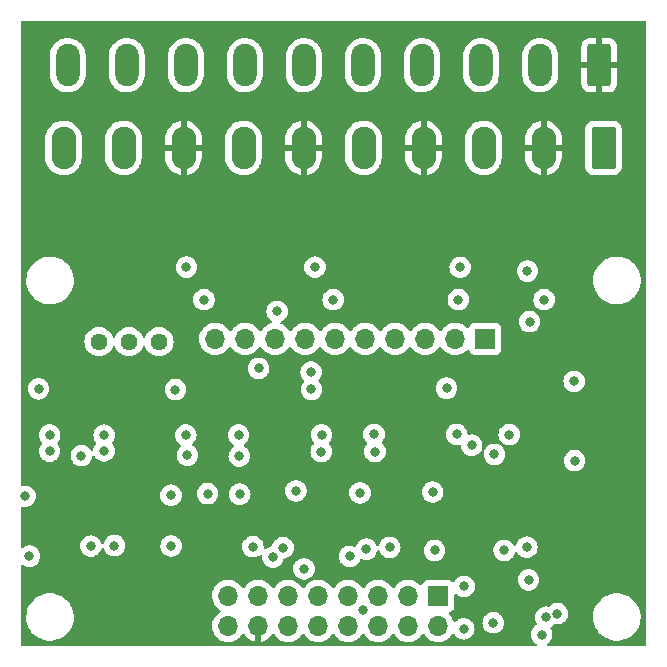
<source format=gbr>
%TF.GenerationSoftware,KiCad,Pcbnew,6.0.11+dfsg-1~bpo11+1*%
%TF.CreationDate,2023-04-06T13:05:29+02:00*%
%TF.ProjectId,ain-4_11,61696e2d-345f-4313-912e-6b696361645f,1.1*%
%TF.SameCoordinates,Original*%
%TF.FileFunction,Copper,L2,Inr*%
%TF.FilePolarity,Positive*%
%FSLAX46Y46*%
G04 Gerber Fmt 4.6, Leading zero omitted, Abs format (unit mm)*
G04 Created by KiCad (PCBNEW 6.0.11+dfsg-1~bpo11+1) date 2023-04-06 13:05:29*
%MOMM*%
%LPD*%
G01*
G04 APERTURE LIST*
G04 Aperture macros list*
%AMRoundRect*
0 Rectangle with rounded corners*
0 $1 Rounding radius*
0 $2 $3 $4 $5 $6 $7 $8 $9 X,Y pos of 4 corners*
0 Add a 4 corners polygon primitive as box body*
4,1,4,$2,$3,$4,$5,$6,$7,$8,$9,$2,$3,0*
0 Add four circle primitives for the rounded corners*
1,1,$1+$1,$2,$3*
1,1,$1+$1,$4,$5*
1,1,$1+$1,$6,$7*
1,1,$1+$1,$8,$9*
0 Add four rect primitives between the rounded corners*
20,1,$1+$1,$2,$3,$4,$5,0*
20,1,$1+$1,$4,$5,$6,$7,0*
20,1,$1+$1,$6,$7,$8,$9,0*
20,1,$1+$1,$8,$9,$2,$3,0*%
G04 Aperture macros list end*
%TA.AperFunction,ComponentPad*%
%ADD10R,1.700000X1.700000*%
%TD*%
%TA.AperFunction,ComponentPad*%
%ADD11O,1.700000X1.700000*%
%TD*%
%TA.AperFunction,ComponentPad*%
%ADD12C,1.440000*%
%TD*%
%TA.AperFunction,ComponentPad*%
%ADD13RoundRect,0.250000X0.750000X1.550000X-0.750000X1.550000X-0.750000X-1.550000X0.750000X-1.550000X0*%
%TD*%
%TA.AperFunction,ComponentPad*%
%ADD14O,2.000000X3.600000*%
%TD*%
%TA.AperFunction,ComponentPad*%
%ADD15RoundRect,0.249999X0.790001X1.550001X-0.790001X1.550001X-0.790001X-1.550001X0.790001X-1.550001X0*%
%TD*%
%TA.AperFunction,ComponentPad*%
%ADD16O,2.080000X3.600000*%
%TD*%
%TA.AperFunction,ViaPad*%
%ADD17C,0.800000*%
%TD*%
G04 APERTURE END LIST*
D10*
%TO.N,/A4O*%
%TO.C,J1*%
X167840000Y-93450000D03*
D11*
%TO.N,/A3O*%
X165300000Y-93450000D03*
%TO.N,/A2O*%
X162760000Y-93450000D03*
%TO.N,/A1O*%
X160220000Y-93450000D03*
%TO.N,unconnected-(J1-Pad5)*%
X157680000Y-93450000D03*
%TO.N,GNDD*%
X155140000Y-93450000D03*
%TO.N,/SDA*%
X152600000Y-93450000D03*
%TO.N,/SCL*%
X150060000Y-93450000D03*
%TO.N,GNDD*%
X147520000Y-93450000D03*
%TO.N,+5V*%
X144980000Y-93450000D03*
%TD*%
D10*
%TO.N,GNDD*%
%TO.C,J2*%
X163865000Y-115225000D03*
D11*
%TO.N,/SCL*%
X163865000Y-117765000D03*
%TO.N,/SDA*%
X161325000Y-115225000D03*
%TO.N,unconnected-(J2-Pad4)*%
X161325000Y-117765000D03*
%TO.N,unconnected-(J2-Pad5)*%
X158785000Y-115225000D03*
%TO.N,unconnected-(J2-Pad6)*%
X158785000Y-117765000D03*
%TO.N,unconnected-(J2-Pad7)*%
X156245000Y-115225000D03*
%TO.N,unconnected-(J2-Pad8)*%
X156245000Y-117765000D03*
%TO.N,unconnected-(J2-Pad9)*%
X153705000Y-115225000D03*
%TO.N,+5V*%
X153705000Y-117765000D03*
%TO.N,-12V*%
X151165000Y-115225000D03*
%TO.N,+12V*%
X151165000Y-117765000D03*
%TO.N,GNDD*%
X148625000Y-115225000D03*
%TO.N,Earth*%
X148625000Y-117765000D03*
%TO.N,+VSW*%
X146085000Y-115225000D03*
X146085000Y-117765000D03*
%TD*%
D12*
%TO.N,Net-(R12-Pad2)*%
%TO.C,RV4*%
X140230000Y-93700000D03*
%TO.N,/VREF*%
X137690000Y-93700000D03*
X135150000Y-93700000D03*
%TD*%
D13*
%TO.N,Earth*%
%TO.C,J3*%
X177500000Y-70277500D03*
D14*
%TO.N,GNDD*%
X172500000Y-70277500D03*
%TO.N,/A4*%
X167500000Y-70277500D03*
%TO.N,GNDD*%
X162500000Y-70277500D03*
%TO.N,/A3*%
X157500000Y-70277500D03*
%TO.N,GNDD*%
X152500000Y-70277500D03*
%TO.N,/A2*%
X147500000Y-70277500D03*
%TO.N,GNDD*%
X142500000Y-70277500D03*
%TO.N,/A1*%
X137500000Y-70277500D03*
%TO.N,+VSW*%
X132500000Y-70277500D03*
%TD*%
D15*
%TO.N,+VSW*%
%TO.C,J4*%
X177860000Y-77277500D03*
D16*
%TO.N,Earth*%
X172780000Y-77277500D03*
%TO.N,+VSW*%
X167700000Y-77277500D03*
%TO.N,Earth*%
X162620000Y-77277500D03*
%TO.N,+VSW*%
X157540000Y-77277500D03*
%TO.N,Earth*%
X152460000Y-77277500D03*
%TO.N,+VSW*%
X147380000Y-77277500D03*
%TO.N,Earth*%
X142300000Y-77277500D03*
%TO.N,+VSW*%
X137220000Y-77277500D03*
%TO.N,GNDD*%
X132140000Y-77277500D03*
%TD*%
D17*
%TO.N,+12V*%
X165730000Y-87390000D03*
X171420000Y-87710000D03*
%TO.N,-12V*%
X172830000Y-90130000D03*
%TO.N,Net-(R10-Pad2)*%
X171600000Y-92000000D03*
%TO.N,+12V*%
X142550000Y-87380000D03*
X135580000Y-101610000D03*
X165430000Y-101540000D03*
X146960000Y-101590000D03*
X158430000Y-101540000D03*
X153430000Y-87380000D03*
X153985500Y-101580000D03*
X142495500Y-101598469D03*
X130970000Y-101590000D03*
X169870000Y-101560000D03*
%TO.N,GNDD*%
X141250000Y-110975500D03*
X164570000Y-97630000D03*
X128880000Y-106780000D03*
X130030000Y-97680000D03*
X153130000Y-97740000D03*
X149870000Y-111930000D03*
X169440000Y-111360000D03*
X163560000Y-111370000D03*
X166050000Y-114410000D03*
X151820000Y-106320000D03*
X157780000Y-111260000D03*
X175375000Y-97050000D03*
X141620000Y-97760000D03*
X163400000Y-106420000D03*
X134450000Y-111000000D03*
%TO.N,-12V*%
X158510000Y-103000000D03*
X130957701Y-102957701D03*
X135570000Y-102950000D03*
X147020000Y-103374500D03*
X142620000Y-103300000D03*
X166700000Y-102460000D03*
X154970000Y-90130000D03*
X153959575Y-103004075D03*
X165570000Y-90130000D03*
X144030000Y-90130000D03*
%TO.N,+5V*%
X175410000Y-103760000D03*
X172980000Y-117020000D03*
X171520000Y-113860000D03*
%TO.N,/A4O*%
X173950500Y-116714500D03*
X171370000Y-111090000D03*
%TO.N,/A3O*%
X172627575Y-118485500D03*
X159760000Y-111110000D03*
%TO.N,/A2O*%
X148650000Y-95950000D03*
X166030000Y-118000000D03*
X148170000Y-111050000D03*
%TO.N,/A1O*%
X150225000Y-91125000D03*
X136450000Y-110950000D03*
X168520000Y-117490000D03*
%TO.N,/SDA*%
X156375000Y-111875000D03*
%TO.N,/SCL*%
X157500000Y-116450000D03*
X150725000Y-111125000D03*
X152500000Y-112925000D03*
%TO.N,/VREF*%
X133650000Y-103350000D03*
X157240000Y-106490000D03*
X141243187Y-106693029D03*
X168620000Y-103240000D03*
%TO.N,Net-(R10-Pad2)*%
X153100000Y-96250000D03*
%TO.N,Net-(R12-Pad2)*%
X129250000Y-111850000D03*
%TO.N,Net-(R19-Pad2)*%
X147060000Y-106600000D03*
X144340000Y-106560000D03*
%TD*%
%TA.AperFunction,Conductor*%
%TO.N,Earth*%
G36*
X181433621Y-66528502D02*
G01*
X181480114Y-66582158D01*
X181491500Y-66634500D01*
X181491500Y-119365500D01*
X181471498Y-119433621D01*
X181417842Y-119480114D01*
X181365500Y-119491500D01*
X173176355Y-119491500D01*
X173108234Y-119471498D01*
X173061741Y-119417842D01*
X173051637Y-119347568D01*
X173081131Y-119282988D01*
X173102294Y-119263564D01*
X173233484Y-119168249D01*
X173233486Y-119168247D01*
X173238828Y-119164366D01*
X173273286Y-119126097D01*
X173362196Y-119027352D01*
X173362197Y-119027351D01*
X173366615Y-119022444D01*
X173446406Y-118884242D01*
X173458798Y-118862779D01*
X173458799Y-118862778D01*
X173462102Y-118857056D01*
X173521117Y-118675428D01*
X173522206Y-118665073D01*
X173540389Y-118492065D01*
X173541079Y-118485500D01*
X173533369Y-118412145D01*
X173521807Y-118302135D01*
X173521807Y-118302133D01*
X173521117Y-118295572D01*
X173462102Y-118113944D01*
X173412675Y-118028334D01*
X173387292Y-117984369D01*
X173370554Y-117915374D01*
X173393774Y-117848282D01*
X173432645Y-117812947D01*
X173436752Y-117811118D01*
X173484967Y-117776088D01*
X173564895Y-117718016D01*
X173591253Y-117698866D01*
X173642285Y-117642190D01*
X173702729Y-117604950D01*
X173762113Y-117603253D01*
X173855013Y-117623000D01*
X174045987Y-117623000D01*
X174052439Y-117621628D01*
X174052444Y-117621628D01*
X174139387Y-117603147D01*
X174232788Y-117583294D01*
X174265165Y-117568879D01*
X174401222Y-117508303D01*
X174401224Y-117508302D01*
X174407252Y-117505618D01*
X174419713Y-117496565D01*
X174472589Y-117458148D01*
X174561753Y-117393366D01*
X174632374Y-117314933D01*
X174685121Y-117256352D01*
X174685122Y-117256351D01*
X174689540Y-117251444D01*
X174766328Y-117118444D01*
X174781723Y-117091779D01*
X174781724Y-117091778D01*
X174785027Y-117086056D01*
X174819839Y-116978918D01*
X176986917Y-116978918D01*
X176987334Y-116986156D01*
X177002682Y-117252320D01*
X177055405Y-117521053D01*
X177056792Y-117525103D01*
X177056793Y-117525108D01*
X177127524Y-117731695D01*
X177144112Y-117780144D01*
X177173238Y-117838054D01*
X177251386Y-117993435D01*
X177267160Y-118024799D01*
X177269586Y-118028328D01*
X177269589Y-118028334D01*
X177384965Y-118196206D01*
X177422274Y-118250490D01*
X177425161Y-118253663D01*
X177425162Y-118253664D01*
X177580484Y-118424362D01*
X177606582Y-118453043D01*
X177609877Y-118455798D01*
X177609878Y-118455799D01*
X177629247Y-118471994D01*
X177816675Y-118628707D01*
X177820316Y-118630991D01*
X178045024Y-118771951D01*
X178045028Y-118771953D01*
X178048664Y-118774234D01*
X178116544Y-118804883D01*
X178294345Y-118885164D01*
X178294349Y-118885166D01*
X178298257Y-118886930D01*
X178302377Y-118888150D01*
X178302376Y-118888150D01*
X178556723Y-118963491D01*
X178556727Y-118963492D01*
X178560836Y-118964709D01*
X178565070Y-118965357D01*
X178565075Y-118965358D01*
X178827298Y-119005483D01*
X178827300Y-119005483D01*
X178831540Y-119006132D01*
X178970912Y-119008322D01*
X179101071Y-119010367D01*
X179101077Y-119010367D01*
X179105362Y-119010434D01*
X179377235Y-118977534D01*
X179642127Y-118908041D01*
X179646087Y-118906401D01*
X179646092Y-118906399D01*
X179780389Y-118850771D01*
X179895136Y-118803241D01*
X180113862Y-118675428D01*
X180127879Y-118667237D01*
X180127880Y-118667236D01*
X180131582Y-118665073D01*
X180347089Y-118496094D01*
X180350994Y-118492065D01*
X180471059Y-118368167D01*
X180537669Y-118299431D01*
X180540202Y-118295983D01*
X180540206Y-118295978D01*
X180697257Y-118082178D01*
X180699795Y-118078723D01*
X180727909Y-118026944D01*
X180828418Y-117841830D01*
X180828419Y-117841828D01*
X180830468Y-117838054D01*
X180883063Y-117698866D01*
X180925751Y-117585895D01*
X180925752Y-117585891D01*
X180927269Y-117581877D01*
X180953173Y-117468774D01*
X180987449Y-117319117D01*
X180987450Y-117319113D01*
X180988407Y-117314933D01*
X180989734Y-117300072D01*
X181012531Y-117044627D01*
X181012531Y-117044625D01*
X181012751Y-117042161D01*
X181013193Y-117000000D01*
X181009658Y-116948148D01*
X180994859Y-116731055D01*
X180994858Y-116731049D01*
X180994567Y-116726778D01*
X180977160Y-116642721D01*
X180959691Y-116558368D01*
X180939032Y-116458612D01*
X180847617Y-116200465D01*
X180722013Y-115957112D01*
X180712040Y-115942921D01*
X180567008Y-115736562D01*
X180564545Y-115733057D01*
X180378125Y-115532445D01*
X180374810Y-115529731D01*
X180374806Y-115529728D01*
X180169523Y-115361706D01*
X180166205Y-115358990D01*
X179932704Y-115215901D01*
X179928768Y-115214173D01*
X179685873Y-115107549D01*
X179685869Y-115107548D01*
X179681945Y-115105825D01*
X179418566Y-115030800D01*
X179414324Y-115030196D01*
X179414318Y-115030195D01*
X179213834Y-115001662D01*
X179147443Y-114992213D01*
X179003589Y-114991460D01*
X178877877Y-114990802D01*
X178877871Y-114990802D01*
X178873591Y-114990780D01*
X178869347Y-114991339D01*
X178869343Y-114991339D01*
X178750302Y-115007011D01*
X178602078Y-115026525D01*
X178597938Y-115027658D01*
X178597936Y-115027658D01*
X178525008Y-115047609D01*
X178337928Y-115098788D01*
X178333980Y-115100472D01*
X178089982Y-115204546D01*
X178089978Y-115204548D01*
X178086030Y-115206232D01*
X178066125Y-115218145D01*
X177854725Y-115344664D01*
X177854721Y-115344667D01*
X177851043Y-115346868D01*
X177637318Y-115518094D01*
X177620717Y-115535588D01*
X177452663Y-115712680D01*
X177448808Y-115716742D01*
X177289002Y-115939136D01*
X177160857Y-116181161D01*
X177159385Y-116185184D01*
X177159383Y-116185188D01*
X177073146Y-116420839D01*
X177066743Y-116438337D01*
X177008404Y-116705907D01*
X177008068Y-116710177D01*
X176990168Y-116937617D01*
X176986917Y-116978918D01*
X174819839Y-116978918D01*
X174844042Y-116904428D01*
X174853848Y-116811134D01*
X174863314Y-116721065D01*
X174864004Y-116714500D01*
X174855874Y-116637143D01*
X174844732Y-116531135D01*
X174844732Y-116531133D01*
X174844042Y-116524572D01*
X174785027Y-116342944D01*
X174776914Y-116328891D01*
X174717623Y-116226197D01*
X174689540Y-116177556D01*
X174665815Y-116151206D01*
X174566175Y-116040545D01*
X174566174Y-116040544D01*
X174561753Y-116035634D01*
X174434145Y-115942921D01*
X174412594Y-115927263D01*
X174412593Y-115927262D01*
X174407252Y-115923382D01*
X174401224Y-115920698D01*
X174401222Y-115920697D01*
X174238819Y-115848391D01*
X174238818Y-115848391D01*
X174232788Y-115845706D01*
X174139388Y-115825853D01*
X174052444Y-115807372D01*
X174052439Y-115807372D01*
X174045987Y-115806000D01*
X173855013Y-115806000D01*
X173848561Y-115807372D01*
X173848556Y-115807372D01*
X173761612Y-115825853D01*
X173668212Y-115845706D01*
X173662182Y-115848391D01*
X173662181Y-115848391D01*
X173499778Y-115920697D01*
X173499776Y-115920698D01*
X173493748Y-115923382D01*
X173488407Y-115927262D01*
X173488406Y-115927263D01*
X173466855Y-115942921D01*
X173339247Y-116035634D01*
X173334826Y-116040544D01*
X173334825Y-116040545D01*
X173288216Y-116092310D01*
X173227771Y-116129550D01*
X173168387Y-116131247D01*
X173075487Y-116111500D01*
X172884513Y-116111500D01*
X172878061Y-116112872D01*
X172878056Y-116112872D01*
X172813798Y-116126531D01*
X172697712Y-116151206D01*
X172691682Y-116153891D01*
X172691681Y-116153891D01*
X172529278Y-116226197D01*
X172529276Y-116226198D01*
X172523248Y-116228882D01*
X172368747Y-116341134D01*
X172364326Y-116346044D01*
X172364325Y-116346045D01*
X172281294Y-116438261D01*
X172240960Y-116483056D01*
X172220615Y-116518294D01*
X172151998Y-116637143D01*
X172145473Y-116648444D01*
X172086458Y-116830072D01*
X172066496Y-117020000D01*
X172067186Y-117026565D01*
X172077095Y-117120840D01*
X172086458Y-117209928D01*
X172145473Y-117391556D01*
X172148776Y-117397278D01*
X172148777Y-117397279D01*
X172220283Y-117521131D01*
X172237021Y-117590126D01*
X172213801Y-117657218D01*
X172174930Y-117692553D01*
X172170823Y-117694382D01*
X172016322Y-117806634D01*
X172011901Y-117811544D01*
X172011900Y-117811545D01*
X171993852Y-117831590D01*
X171888535Y-117948556D01*
X171793048Y-118113944D01*
X171734033Y-118295572D01*
X171733343Y-118302133D01*
X171733343Y-118302135D01*
X171721781Y-118412145D01*
X171714071Y-118485500D01*
X171714761Y-118492065D01*
X171732945Y-118665073D01*
X171734033Y-118675428D01*
X171793048Y-118857056D01*
X171796351Y-118862778D01*
X171796352Y-118862779D01*
X171808744Y-118884242D01*
X171888535Y-119022444D01*
X171892953Y-119027351D01*
X171892954Y-119027352D01*
X171981864Y-119126097D01*
X172016322Y-119164366D01*
X172021664Y-119168247D01*
X172021666Y-119168249D01*
X172152856Y-119263564D01*
X172196210Y-119319786D01*
X172202285Y-119390523D01*
X172169154Y-119453314D01*
X172107333Y-119488226D01*
X172078795Y-119491500D01*
X128634500Y-119491500D01*
X128566379Y-119471498D01*
X128519886Y-119417842D01*
X128508500Y-119365500D01*
X128508500Y-116978918D01*
X128986917Y-116978918D01*
X128987334Y-116986156D01*
X129002682Y-117252320D01*
X129055405Y-117521053D01*
X129056792Y-117525103D01*
X129056793Y-117525108D01*
X129127524Y-117731695D01*
X129144112Y-117780144D01*
X129173238Y-117838054D01*
X129251386Y-117993435D01*
X129267160Y-118024799D01*
X129269586Y-118028328D01*
X129269589Y-118028334D01*
X129384965Y-118196206D01*
X129422274Y-118250490D01*
X129425161Y-118253663D01*
X129425162Y-118253664D01*
X129580484Y-118424362D01*
X129606582Y-118453043D01*
X129609877Y-118455798D01*
X129609878Y-118455799D01*
X129629247Y-118471994D01*
X129816675Y-118628707D01*
X129820316Y-118630991D01*
X130045024Y-118771951D01*
X130045028Y-118771953D01*
X130048664Y-118774234D01*
X130116544Y-118804883D01*
X130294345Y-118885164D01*
X130294349Y-118885166D01*
X130298257Y-118886930D01*
X130302377Y-118888150D01*
X130302376Y-118888150D01*
X130556723Y-118963491D01*
X130556727Y-118963492D01*
X130560836Y-118964709D01*
X130565070Y-118965357D01*
X130565075Y-118965358D01*
X130827298Y-119005483D01*
X130827300Y-119005483D01*
X130831540Y-119006132D01*
X130970912Y-119008322D01*
X131101071Y-119010367D01*
X131101077Y-119010367D01*
X131105362Y-119010434D01*
X131377235Y-118977534D01*
X131642127Y-118908041D01*
X131646087Y-118906401D01*
X131646092Y-118906399D01*
X131780389Y-118850771D01*
X131895136Y-118803241D01*
X132113862Y-118675428D01*
X132127879Y-118667237D01*
X132127880Y-118667236D01*
X132131582Y-118665073D01*
X132347089Y-118496094D01*
X132350994Y-118492065D01*
X132471059Y-118368167D01*
X132537669Y-118299431D01*
X132540202Y-118295983D01*
X132540206Y-118295978D01*
X132697257Y-118082178D01*
X132699795Y-118078723D01*
X132727909Y-118026944D01*
X132828418Y-117841830D01*
X132828419Y-117841828D01*
X132830468Y-117838054D01*
X132870658Y-117731695D01*
X144722251Y-117731695D01*
X144722548Y-117736848D01*
X144722548Y-117736851D01*
X144730383Y-117872739D01*
X144735110Y-117954715D01*
X144736247Y-117959761D01*
X144736248Y-117959767D01*
X144746795Y-118006565D01*
X144784222Y-118172639D01*
X144868266Y-118379616D01*
X144911316Y-118449867D01*
X144982291Y-118565688D01*
X144984987Y-118570088D01*
X145131250Y-118738938D01*
X145212235Y-118806173D01*
X145287663Y-118868794D01*
X145303126Y-118881632D01*
X145496000Y-118994338D01*
X145500825Y-118996180D01*
X145500826Y-118996181D01*
X145538151Y-119010434D01*
X145704692Y-119074030D01*
X145709760Y-119075061D01*
X145709763Y-119075062D01*
X145804862Y-119094410D01*
X145923597Y-119118567D01*
X145928772Y-119118757D01*
X145928774Y-119118757D01*
X146141673Y-119126564D01*
X146141677Y-119126564D01*
X146146837Y-119126753D01*
X146151957Y-119126097D01*
X146151959Y-119126097D01*
X146363288Y-119099025D01*
X146363289Y-119099025D01*
X146368416Y-119098368D01*
X146373366Y-119096883D01*
X146577429Y-119035661D01*
X146577434Y-119035659D01*
X146582384Y-119034174D01*
X146782994Y-118935896D01*
X146964860Y-118806173D01*
X146977274Y-118793803D01*
X147097541Y-118673955D01*
X147123096Y-118648489D01*
X147182594Y-118565689D01*
X147253453Y-118467077D01*
X147254640Y-118467930D01*
X147301960Y-118424362D01*
X147371897Y-118412145D01*
X147437338Y-118439678D01*
X147465166Y-118471511D01*
X147522694Y-118565388D01*
X147528777Y-118573699D01*
X147668213Y-118734667D01*
X147675580Y-118741883D01*
X147839434Y-118877916D01*
X147847881Y-118883831D01*
X148031756Y-118991279D01*
X148041042Y-118995729D01*
X148240001Y-119071703D01*
X148249899Y-119074579D01*
X148353250Y-119095606D01*
X148367299Y-119094410D01*
X148371000Y-119084065D01*
X148371000Y-117637000D01*
X148391002Y-117568879D01*
X148444658Y-117522386D01*
X148497000Y-117511000D01*
X148753000Y-117511000D01*
X148821121Y-117531002D01*
X148867614Y-117584658D01*
X148879000Y-117637000D01*
X148879000Y-119083517D01*
X148883064Y-119097359D01*
X148896478Y-119099393D01*
X148903184Y-119098534D01*
X148913262Y-119096392D01*
X149117255Y-119035191D01*
X149126842Y-119031433D01*
X149318095Y-118937739D01*
X149326945Y-118932464D01*
X149500328Y-118808792D01*
X149508200Y-118802139D01*
X149659052Y-118651812D01*
X149665730Y-118643965D01*
X149793022Y-118466819D01*
X149794279Y-118467722D01*
X149841373Y-118424362D01*
X149911311Y-118412145D01*
X149976751Y-118439678D01*
X150004579Y-118471511D01*
X150013152Y-118485500D01*
X150064987Y-118570088D01*
X150211250Y-118738938D01*
X150292235Y-118806173D01*
X150367663Y-118868794D01*
X150383126Y-118881632D01*
X150576000Y-118994338D01*
X150580825Y-118996180D01*
X150580826Y-118996181D01*
X150618151Y-119010434D01*
X150784692Y-119074030D01*
X150789760Y-119075061D01*
X150789763Y-119075062D01*
X150884862Y-119094410D01*
X151003597Y-119118567D01*
X151008772Y-119118757D01*
X151008774Y-119118757D01*
X151221673Y-119126564D01*
X151221677Y-119126564D01*
X151226837Y-119126753D01*
X151231957Y-119126097D01*
X151231959Y-119126097D01*
X151443288Y-119099025D01*
X151443289Y-119099025D01*
X151448416Y-119098368D01*
X151453366Y-119096883D01*
X151657429Y-119035661D01*
X151657434Y-119035659D01*
X151662384Y-119034174D01*
X151862994Y-118935896D01*
X152044860Y-118806173D01*
X152057274Y-118793803D01*
X152177541Y-118673955D01*
X152203096Y-118648489D01*
X152262594Y-118565689D01*
X152333453Y-118467077D01*
X152334776Y-118468028D01*
X152381645Y-118424857D01*
X152451580Y-118412625D01*
X152517026Y-118440144D01*
X152544875Y-118471994D01*
X152553152Y-118485500D01*
X152604987Y-118570088D01*
X152751250Y-118738938D01*
X152832235Y-118806173D01*
X152907663Y-118868794D01*
X152923126Y-118881632D01*
X153116000Y-118994338D01*
X153120825Y-118996180D01*
X153120826Y-118996181D01*
X153158151Y-119010434D01*
X153324692Y-119074030D01*
X153329760Y-119075061D01*
X153329763Y-119075062D01*
X153424862Y-119094410D01*
X153543597Y-119118567D01*
X153548772Y-119118757D01*
X153548774Y-119118757D01*
X153761673Y-119126564D01*
X153761677Y-119126564D01*
X153766837Y-119126753D01*
X153771957Y-119126097D01*
X153771959Y-119126097D01*
X153983288Y-119099025D01*
X153983289Y-119099025D01*
X153988416Y-119098368D01*
X153993366Y-119096883D01*
X154197429Y-119035661D01*
X154197434Y-119035659D01*
X154202384Y-119034174D01*
X154402994Y-118935896D01*
X154584860Y-118806173D01*
X154597274Y-118793803D01*
X154717541Y-118673955D01*
X154743096Y-118648489D01*
X154802594Y-118565689D01*
X154873453Y-118467077D01*
X154874776Y-118468028D01*
X154921645Y-118424857D01*
X154991580Y-118412625D01*
X155057026Y-118440144D01*
X155084875Y-118471994D01*
X155093152Y-118485500D01*
X155144987Y-118570088D01*
X155291250Y-118738938D01*
X155372235Y-118806173D01*
X155447663Y-118868794D01*
X155463126Y-118881632D01*
X155656000Y-118994338D01*
X155660825Y-118996180D01*
X155660826Y-118996181D01*
X155698151Y-119010434D01*
X155864692Y-119074030D01*
X155869760Y-119075061D01*
X155869763Y-119075062D01*
X155964862Y-119094410D01*
X156083597Y-119118567D01*
X156088772Y-119118757D01*
X156088774Y-119118757D01*
X156301673Y-119126564D01*
X156301677Y-119126564D01*
X156306837Y-119126753D01*
X156311957Y-119126097D01*
X156311959Y-119126097D01*
X156523288Y-119099025D01*
X156523289Y-119099025D01*
X156528416Y-119098368D01*
X156533366Y-119096883D01*
X156737429Y-119035661D01*
X156737434Y-119035659D01*
X156742384Y-119034174D01*
X156942994Y-118935896D01*
X157124860Y-118806173D01*
X157137274Y-118793803D01*
X157257541Y-118673955D01*
X157283096Y-118648489D01*
X157342594Y-118565689D01*
X157413453Y-118467077D01*
X157414776Y-118468028D01*
X157461645Y-118424857D01*
X157531580Y-118412625D01*
X157597026Y-118440144D01*
X157624875Y-118471994D01*
X157633152Y-118485500D01*
X157684987Y-118570088D01*
X157831250Y-118738938D01*
X157912235Y-118806173D01*
X157987663Y-118868794D01*
X158003126Y-118881632D01*
X158196000Y-118994338D01*
X158200825Y-118996180D01*
X158200826Y-118996181D01*
X158238151Y-119010434D01*
X158404692Y-119074030D01*
X158409760Y-119075061D01*
X158409763Y-119075062D01*
X158504862Y-119094410D01*
X158623597Y-119118567D01*
X158628772Y-119118757D01*
X158628774Y-119118757D01*
X158841673Y-119126564D01*
X158841677Y-119126564D01*
X158846837Y-119126753D01*
X158851957Y-119126097D01*
X158851959Y-119126097D01*
X159063288Y-119099025D01*
X159063289Y-119099025D01*
X159068416Y-119098368D01*
X159073366Y-119096883D01*
X159277429Y-119035661D01*
X159277434Y-119035659D01*
X159282384Y-119034174D01*
X159482994Y-118935896D01*
X159664860Y-118806173D01*
X159677274Y-118793803D01*
X159797541Y-118673955D01*
X159823096Y-118648489D01*
X159882594Y-118565689D01*
X159953453Y-118467077D01*
X159954776Y-118468028D01*
X160001645Y-118424857D01*
X160071580Y-118412625D01*
X160137026Y-118440144D01*
X160164875Y-118471994D01*
X160173152Y-118485500D01*
X160224987Y-118570088D01*
X160371250Y-118738938D01*
X160452235Y-118806173D01*
X160527663Y-118868794D01*
X160543126Y-118881632D01*
X160736000Y-118994338D01*
X160740825Y-118996180D01*
X160740826Y-118996181D01*
X160778151Y-119010434D01*
X160944692Y-119074030D01*
X160949760Y-119075061D01*
X160949763Y-119075062D01*
X161044862Y-119094410D01*
X161163597Y-119118567D01*
X161168772Y-119118757D01*
X161168774Y-119118757D01*
X161381673Y-119126564D01*
X161381677Y-119126564D01*
X161386837Y-119126753D01*
X161391957Y-119126097D01*
X161391959Y-119126097D01*
X161603288Y-119099025D01*
X161603289Y-119099025D01*
X161608416Y-119098368D01*
X161613366Y-119096883D01*
X161817429Y-119035661D01*
X161817434Y-119035659D01*
X161822384Y-119034174D01*
X162022994Y-118935896D01*
X162204860Y-118806173D01*
X162217274Y-118793803D01*
X162337541Y-118673955D01*
X162363096Y-118648489D01*
X162422594Y-118565689D01*
X162493453Y-118467077D01*
X162494776Y-118468028D01*
X162541645Y-118424857D01*
X162611580Y-118412625D01*
X162677026Y-118440144D01*
X162704875Y-118471994D01*
X162713152Y-118485500D01*
X162764987Y-118570088D01*
X162911250Y-118738938D01*
X162992235Y-118806173D01*
X163067663Y-118868794D01*
X163083126Y-118881632D01*
X163276000Y-118994338D01*
X163280825Y-118996180D01*
X163280826Y-118996181D01*
X163318151Y-119010434D01*
X163484692Y-119074030D01*
X163489760Y-119075061D01*
X163489763Y-119075062D01*
X163584862Y-119094410D01*
X163703597Y-119118567D01*
X163708772Y-119118757D01*
X163708774Y-119118757D01*
X163921673Y-119126564D01*
X163921677Y-119126564D01*
X163926837Y-119126753D01*
X163931957Y-119126097D01*
X163931959Y-119126097D01*
X164143288Y-119099025D01*
X164143289Y-119099025D01*
X164148416Y-119098368D01*
X164153366Y-119096883D01*
X164357429Y-119035661D01*
X164357434Y-119035659D01*
X164362384Y-119034174D01*
X164562994Y-118935896D01*
X164744860Y-118806173D01*
X164757274Y-118793803D01*
X164877541Y-118673955D01*
X164903096Y-118648489D01*
X164962594Y-118565689D01*
X164983249Y-118536944D01*
X165033453Y-118467077D01*
X165034428Y-118465104D01*
X165086023Y-118417600D01*
X165155960Y-118405383D01*
X165221401Y-118432916D01*
X165250915Y-118467584D01*
X165290960Y-118536944D01*
X165295378Y-118541851D01*
X165295379Y-118541852D01*
X165406328Y-118665073D01*
X165418747Y-118678866D01*
X165573248Y-118791118D01*
X165579276Y-118793802D01*
X165579278Y-118793803D01*
X165734202Y-118862779D01*
X165747712Y-118868794D01*
X165833035Y-118886930D01*
X165928056Y-118907128D01*
X165928061Y-118907128D01*
X165934513Y-118908500D01*
X166125487Y-118908500D01*
X166131939Y-118907128D01*
X166131944Y-118907128D01*
X166226965Y-118886930D01*
X166312288Y-118868794D01*
X166325798Y-118862779D01*
X166480722Y-118793803D01*
X166480724Y-118793802D01*
X166486752Y-118791118D01*
X166641253Y-118678866D01*
X166653672Y-118665073D01*
X166764621Y-118541852D01*
X166764622Y-118541851D01*
X166769040Y-118536944D01*
X166864527Y-118371556D01*
X166923542Y-118189928D01*
X166943504Y-118000000D01*
X166933895Y-117908574D01*
X166924232Y-117816635D01*
X166924232Y-117816633D01*
X166923542Y-117810072D01*
X166864527Y-117628444D01*
X166837642Y-117581877D01*
X166798861Y-117514707D01*
X166784596Y-117490000D01*
X167606496Y-117490000D01*
X167607186Y-117496565D01*
X167622492Y-117642190D01*
X167626458Y-117679928D01*
X167685473Y-117861556D01*
X167688776Y-117867278D01*
X167688777Y-117867279D01*
X167712619Y-117908574D01*
X167780960Y-118026944D01*
X167908747Y-118168866D01*
X168063248Y-118281118D01*
X168069276Y-118283802D01*
X168069278Y-118283803D01*
X168110453Y-118302135D01*
X168237712Y-118358794D01*
X168324677Y-118377279D01*
X168418056Y-118397128D01*
X168418061Y-118397128D01*
X168424513Y-118398500D01*
X168615487Y-118398500D01*
X168621939Y-118397128D01*
X168621944Y-118397128D01*
X168715323Y-118377279D01*
X168802288Y-118358794D01*
X168929547Y-118302135D01*
X168970722Y-118283803D01*
X168970724Y-118283802D01*
X168976752Y-118281118D01*
X169131253Y-118168866D01*
X169259040Y-118026944D01*
X169327381Y-117908574D01*
X169351223Y-117867279D01*
X169351224Y-117867278D01*
X169354527Y-117861556D01*
X169413542Y-117679928D01*
X169417509Y-117642190D01*
X169432814Y-117496565D01*
X169433504Y-117490000D01*
X169423756Y-117397249D01*
X169414232Y-117306635D01*
X169414232Y-117306633D01*
X169413542Y-117300072D01*
X169354527Y-117118444D01*
X169341786Y-117096375D01*
X169302127Y-117027684D01*
X169259040Y-116953056D01*
X169237792Y-116929457D01*
X169135675Y-116816045D01*
X169135674Y-116816044D01*
X169131253Y-116811134D01*
X168992298Y-116710177D01*
X168982094Y-116702763D01*
X168982093Y-116702762D01*
X168976752Y-116698882D01*
X168970724Y-116696198D01*
X168970722Y-116696197D01*
X168808319Y-116623891D01*
X168808318Y-116623891D01*
X168802288Y-116621206D01*
X168708888Y-116601353D01*
X168621944Y-116582872D01*
X168621939Y-116582872D01*
X168615487Y-116581500D01*
X168424513Y-116581500D01*
X168418061Y-116582872D01*
X168418056Y-116582872D01*
X168331112Y-116601353D01*
X168237712Y-116621206D01*
X168231682Y-116623891D01*
X168231681Y-116623891D01*
X168069278Y-116696197D01*
X168069276Y-116696198D01*
X168063248Y-116698882D01*
X168057907Y-116702762D01*
X168057906Y-116702763D01*
X168047702Y-116710177D01*
X167908747Y-116811134D01*
X167904326Y-116816044D01*
X167904325Y-116816045D01*
X167802209Y-116929457D01*
X167780960Y-116953056D01*
X167737873Y-117027684D01*
X167698215Y-117096375D01*
X167685473Y-117118444D01*
X167626458Y-117300072D01*
X167625768Y-117306633D01*
X167625768Y-117306635D01*
X167616244Y-117397249D01*
X167606496Y-117490000D01*
X166784596Y-117490000D01*
X166769040Y-117463056D01*
X166723608Y-117412598D01*
X166645675Y-117326045D01*
X166645671Y-117326041D01*
X166641253Y-117321134D01*
X166537463Y-117245726D01*
X166492094Y-117212763D01*
X166492093Y-117212762D01*
X166486752Y-117208882D01*
X166480724Y-117206198D01*
X166480722Y-117206197D01*
X166318319Y-117133891D01*
X166318318Y-117133891D01*
X166312288Y-117131206D01*
X166210739Y-117109621D01*
X166131944Y-117092872D01*
X166131939Y-117092872D01*
X166125487Y-117091500D01*
X165934513Y-117091500D01*
X165928061Y-117092872D01*
X165928056Y-117092872D01*
X165849261Y-117109621D01*
X165747712Y-117131206D01*
X165741682Y-117133891D01*
X165741681Y-117133891D01*
X165579278Y-117206197D01*
X165579276Y-117206198D01*
X165573248Y-117208882D01*
X165567907Y-117212762D01*
X165567906Y-117212763D01*
X165522537Y-117245726D01*
X165418747Y-117321134D01*
X165369923Y-117375359D01*
X165309477Y-117412598D01*
X165238493Y-117411246D01*
X165179508Y-117371732D01*
X165157009Y-117331654D01*
X165156693Y-117330725D01*
X165155431Y-117325702D01*
X165066354Y-117120840D01*
X164957810Y-116953056D01*
X164947822Y-116937617D01*
X164947820Y-116937614D01*
X164945014Y-116933277D01*
X164941532Y-116929450D01*
X164797798Y-116771488D01*
X164766746Y-116707642D01*
X164775141Y-116637143D01*
X164820317Y-116582375D01*
X164846761Y-116568706D01*
X164953297Y-116528767D01*
X164961705Y-116525615D01*
X165078261Y-116438261D01*
X165165615Y-116321705D01*
X165216745Y-116185316D01*
X165223500Y-116123134D01*
X165223500Y-115177128D01*
X165243502Y-115109007D01*
X165297158Y-115062514D01*
X165367432Y-115052410D01*
X165433812Y-115083493D01*
X165434325Y-115083955D01*
X165438747Y-115088866D01*
X165593248Y-115201118D01*
X165599276Y-115203802D01*
X165599278Y-115203803D01*
X165600947Y-115204546D01*
X165767712Y-115278794D01*
X165861113Y-115298647D01*
X165948056Y-115317128D01*
X165948061Y-115317128D01*
X165954513Y-115318500D01*
X166145487Y-115318500D01*
X166151939Y-115317128D01*
X166151944Y-115317128D01*
X166238887Y-115298647D01*
X166332288Y-115278794D01*
X166499053Y-115204546D01*
X166500722Y-115203803D01*
X166500724Y-115203802D01*
X166506752Y-115201118D01*
X166661253Y-115088866D01*
X166666091Y-115083493D01*
X166784621Y-114951852D01*
X166784622Y-114951851D01*
X166789040Y-114946944D01*
X166884527Y-114781556D01*
X166943542Y-114599928D01*
X166946728Y-114569621D01*
X166962814Y-114416565D01*
X166963504Y-114410000D01*
X166948231Y-114264684D01*
X166944232Y-114226635D01*
X166944232Y-114226633D01*
X166943542Y-114220072D01*
X166884527Y-114038444D01*
X166866024Y-114006395D01*
X166808153Y-113906161D01*
X166789040Y-113873056D01*
X166784336Y-113867831D01*
X166777285Y-113860000D01*
X170606496Y-113860000D01*
X170607186Y-113866565D01*
X170621883Y-114006395D01*
X170626458Y-114049928D01*
X170685473Y-114231556D01*
X170780960Y-114396944D01*
X170785378Y-114401851D01*
X170785379Y-114401852D01*
X170798627Y-114416565D01*
X170908747Y-114538866D01*
X171063248Y-114651118D01*
X171069276Y-114653802D01*
X171069278Y-114653803D01*
X171231681Y-114726109D01*
X171237712Y-114728794D01*
X171331113Y-114748647D01*
X171418056Y-114767128D01*
X171418061Y-114767128D01*
X171424513Y-114768500D01*
X171615487Y-114768500D01*
X171621939Y-114767128D01*
X171621944Y-114767128D01*
X171708887Y-114748647D01*
X171802288Y-114728794D01*
X171808319Y-114726109D01*
X171970722Y-114653803D01*
X171970724Y-114653802D01*
X171976752Y-114651118D01*
X172131253Y-114538866D01*
X172241373Y-114416565D01*
X172254621Y-114401852D01*
X172254622Y-114401851D01*
X172259040Y-114396944D01*
X172354527Y-114231556D01*
X172413542Y-114049928D01*
X172418118Y-114006395D01*
X172432814Y-113866565D01*
X172433504Y-113860000D01*
X172413542Y-113670072D01*
X172354527Y-113488444D01*
X172259040Y-113323056D01*
X172131253Y-113181134D01*
X171976752Y-113068882D01*
X171970724Y-113066198D01*
X171970722Y-113066197D01*
X171808319Y-112993891D01*
X171808318Y-112993891D01*
X171802288Y-112991206D01*
X171708888Y-112971353D01*
X171621944Y-112952872D01*
X171621939Y-112952872D01*
X171615487Y-112951500D01*
X171424513Y-112951500D01*
X171418061Y-112952872D01*
X171418056Y-112952872D01*
X171331112Y-112971353D01*
X171237712Y-112991206D01*
X171231682Y-112993891D01*
X171231681Y-112993891D01*
X171069278Y-113066197D01*
X171069276Y-113066198D01*
X171063248Y-113068882D01*
X170908747Y-113181134D01*
X170780960Y-113323056D01*
X170685473Y-113488444D01*
X170626458Y-113670072D01*
X170606496Y-113860000D01*
X166777285Y-113860000D01*
X166665675Y-113736045D01*
X166665674Y-113736044D01*
X166661253Y-113731134D01*
X166506752Y-113618882D01*
X166500724Y-113616198D01*
X166500722Y-113616197D01*
X166338319Y-113543891D01*
X166338318Y-113543891D01*
X166332288Y-113541206D01*
X166238888Y-113521353D01*
X166151944Y-113502872D01*
X166151939Y-113502872D01*
X166145487Y-113501500D01*
X165954513Y-113501500D01*
X165948061Y-113502872D01*
X165948056Y-113502872D01*
X165861112Y-113521353D01*
X165767712Y-113541206D01*
X165761682Y-113543891D01*
X165761681Y-113543891D01*
X165599278Y-113616197D01*
X165599276Y-113616198D01*
X165593248Y-113618882D01*
X165438747Y-113731134D01*
X165434326Y-113736044D01*
X165434325Y-113736045D01*
X165315665Y-113867831D01*
X165310960Y-113873056D01*
X165307661Y-113878769D01*
X165307658Y-113878774D01*
X165255815Y-113968569D01*
X165204432Y-114017563D01*
X165134718Y-114030998D01*
X165071131Y-114006395D01*
X164968892Y-113929771D01*
X164968890Y-113929770D01*
X164961705Y-113924385D01*
X164825316Y-113873255D01*
X164763134Y-113866500D01*
X162966866Y-113866500D01*
X162904684Y-113873255D01*
X162768295Y-113924385D01*
X162651739Y-114011739D01*
X162564385Y-114128295D01*
X162561233Y-114136703D01*
X162519919Y-114246907D01*
X162477277Y-114303671D01*
X162410716Y-114328371D01*
X162341367Y-114313163D01*
X162308743Y-114287476D01*
X162258151Y-114231875D01*
X162258142Y-114231866D01*
X162254670Y-114228051D01*
X162250619Y-114224852D01*
X162250615Y-114224848D01*
X162083414Y-114092800D01*
X162083410Y-114092798D01*
X162079359Y-114089598D01*
X161883789Y-113981638D01*
X161878920Y-113979914D01*
X161878916Y-113979912D01*
X161678087Y-113908795D01*
X161678083Y-113908794D01*
X161673212Y-113907069D01*
X161668119Y-113906162D01*
X161668116Y-113906161D01*
X161458373Y-113868800D01*
X161458367Y-113868799D01*
X161453284Y-113867894D01*
X161379452Y-113866992D01*
X161235081Y-113865228D01*
X161235079Y-113865228D01*
X161229911Y-113865165D01*
X161009091Y-113898955D01*
X160796756Y-113968357D01*
X160598607Y-114071507D01*
X160594474Y-114074610D01*
X160594471Y-114074612D01*
X160483646Y-114157822D01*
X160419965Y-114205635D01*
X160389725Y-114237279D01*
X160326280Y-114303671D01*
X160265629Y-114367138D01*
X160158201Y-114524621D01*
X160103293Y-114569621D01*
X160032768Y-114577792D01*
X159969021Y-114546538D01*
X159948324Y-114522054D01*
X159867822Y-114397617D01*
X159867820Y-114397614D01*
X159865014Y-114393277D01*
X159714670Y-114228051D01*
X159710619Y-114224852D01*
X159710615Y-114224848D01*
X159543414Y-114092800D01*
X159543410Y-114092798D01*
X159539359Y-114089598D01*
X159343789Y-113981638D01*
X159338920Y-113979914D01*
X159338916Y-113979912D01*
X159138087Y-113908795D01*
X159138083Y-113908794D01*
X159133212Y-113907069D01*
X159128119Y-113906162D01*
X159128116Y-113906161D01*
X158918373Y-113868800D01*
X158918367Y-113868799D01*
X158913284Y-113867894D01*
X158839452Y-113866992D01*
X158695081Y-113865228D01*
X158695079Y-113865228D01*
X158689911Y-113865165D01*
X158469091Y-113898955D01*
X158256756Y-113968357D01*
X158058607Y-114071507D01*
X158054474Y-114074610D01*
X158054471Y-114074612D01*
X157943646Y-114157822D01*
X157879965Y-114205635D01*
X157849725Y-114237279D01*
X157786280Y-114303671D01*
X157725629Y-114367138D01*
X157618201Y-114524621D01*
X157563293Y-114569621D01*
X157492768Y-114577792D01*
X157429021Y-114546538D01*
X157408324Y-114522054D01*
X157327822Y-114397617D01*
X157327820Y-114397614D01*
X157325014Y-114393277D01*
X157174670Y-114228051D01*
X157170619Y-114224852D01*
X157170615Y-114224848D01*
X157003414Y-114092800D01*
X157003410Y-114092798D01*
X156999359Y-114089598D01*
X156803789Y-113981638D01*
X156798920Y-113979914D01*
X156798916Y-113979912D01*
X156598087Y-113908795D01*
X156598083Y-113908794D01*
X156593212Y-113907069D01*
X156588119Y-113906162D01*
X156588116Y-113906161D01*
X156378373Y-113868800D01*
X156378367Y-113868799D01*
X156373284Y-113867894D01*
X156299452Y-113866992D01*
X156155081Y-113865228D01*
X156155079Y-113865228D01*
X156149911Y-113865165D01*
X155929091Y-113898955D01*
X155716756Y-113968357D01*
X155518607Y-114071507D01*
X155514474Y-114074610D01*
X155514471Y-114074612D01*
X155403646Y-114157822D01*
X155339965Y-114205635D01*
X155309725Y-114237279D01*
X155246280Y-114303671D01*
X155185629Y-114367138D01*
X155078201Y-114524621D01*
X155023293Y-114569621D01*
X154952768Y-114577792D01*
X154889021Y-114546538D01*
X154868324Y-114522054D01*
X154787822Y-114397617D01*
X154787820Y-114397614D01*
X154785014Y-114393277D01*
X154634670Y-114228051D01*
X154630619Y-114224852D01*
X154630615Y-114224848D01*
X154463414Y-114092800D01*
X154463410Y-114092798D01*
X154459359Y-114089598D01*
X154263789Y-113981638D01*
X154258920Y-113979914D01*
X154258916Y-113979912D01*
X154058087Y-113908795D01*
X154058083Y-113908794D01*
X154053212Y-113907069D01*
X154048119Y-113906162D01*
X154048116Y-113906161D01*
X153838373Y-113868800D01*
X153838367Y-113868799D01*
X153833284Y-113867894D01*
X153759452Y-113866992D01*
X153615081Y-113865228D01*
X153615079Y-113865228D01*
X153609911Y-113865165D01*
X153389091Y-113898955D01*
X153176756Y-113968357D01*
X152978607Y-114071507D01*
X152974474Y-114074610D01*
X152974471Y-114074612D01*
X152863646Y-114157822D01*
X152799965Y-114205635D01*
X152769725Y-114237279D01*
X152706280Y-114303671D01*
X152645629Y-114367138D01*
X152538201Y-114524621D01*
X152483293Y-114569621D01*
X152412768Y-114577792D01*
X152349021Y-114546538D01*
X152328324Y-114522054D01*
X152247822Y-114397617D01*
X152247820Y-114397614D01*
X152245014Y-114393277D01*
X152094670Y-114228051D01*
X152090619Y-114224852D01*
X152090615Y-114224848D01*
X151923414Y-114092800D01*
X151923410Y-114092798D01*
X151919359Y-114089598D01*
X151723789Y-113981638D01*
X151718920Y-113979914D01*
X151718916Y-113979912D01*
X151518087Y-113908795D01*
X151518083Y-113908794D01*
X151513212Y-113907069D01*
X151508119Y-113906162D01*
X151508116Y-113906161D01*
X151298373Y-113868800D01*
X151298367Y-113868799D01*
X151293284Y-113867894D01*
X151219452Y-113866992D01*
X151075081Y-113865228D01*
X151075079Y-113865228D01*
X151069911Y-113865165D01*
X150849091Y-113898955D01*
X150636756Y-113968357D01*
X150438607Y-114071507D01*
X150434474Y-114074610D01*
X150434471Y-114074612D01*
X150323646Y-114157822D01*
X150259965Y-114205635D01*
X150229725Y-114237279D01*
X150166280Y-114303671D01*
X150105629Y-114367138D01*
X149998201Y-114524621D01*
X149943293Y-114569621D01*
X149872768Y-114577792D01*
X149809021Y-114546538D01*
X149788324Y-114522054D01*
X149707822Y-114397617D01*
X149707820Y-114397614D01*
X149705014Y-114393277D01*
X149554670Y-114228051D01*
X149550619Y-114224852D01*
X149550615Y-114224848D01*
X149383414Y-114092800D01*
X149383410Y-114092798D01*
X149379359Y-114089598D01*
X149183789Y-113981638D01*
X149178920Y-113979914D01*
X149178916Y-113979912D01*
X148978087Y-113908795D01*
X148978083Y-113908794D01*
X148973212Y-113907069D01*
X148968119Y-113906162D01*
X148968116Y-113906161D01*
X148758373Y-113868800D01*
X148758367Y-113868799D01*
X148753284Y-113867894D01*
X148679452Y-113866992D01*
X148535081Y-113865228D01*
X148535079Y-113865228D01*
X148529911Y-113865165D01*
X148309091Y-113898955D01*
X148096756Y-113968357D01*
X147898607Y-114071507D01*
X147894474Y-114074610D01*
X147894471Y-114074612D01*
X147783646Y-114157822D01*
X147719965Y-114205635D01*
X147689725Y-114237279D01*
X147626280Y-114303671D01*
X147565629Y-114367138D01*
X147458201Y-114524621D01*
X147403293Y-114569621D01*
X147332768Y-114577792D01*
X147269021Y-114546538D01*
X147248324Y-114522054D01*
X147167822Y-114397617D01*
X147167820Y-114397614D01*
X147165014Y-114393277D01*
X147014670Y-114228051D01*
X147010619Y-114224852D01*
X147010615Y-114224848D01*
X146843414Y-114092800D01*
X146843410Y-114092798D01*
X146839359Y-114089598D01*
X146643789Y-113981638D01*
X146638920Y-113979914D01*
X146638916Y-113979912D01*
X146438087Y-113908795D01*
X146438083Y-113908794D01*
X146433212Y-113907069D01*
X146428119Y-113906162D01*
X146428116Y-113906161D01*
X146218373Y-113868800D01*
X146218367Y-113868799D01*
X146213284Y-113867894D01*
X146139452Y-113866992D01*
X145995081Y-113865228D01*
X145995079Y-113865228D01*
X145989911Y-113865165D01*
X145769091Y-113898955D01*
X145556756Y-113968357D01*
X145358607Y-114071507D01*
X145354474Y-114074610D01*
X145354471Y-114074612D01*
X145243646Y-114157822D01*
X145179965Y-114205635D01*
X145149725Y-114237279D01*
X145086280Y-114303671D01*
X145025629Y-114367138D01*
X145022720Y-114371403D01*
X145022714Y-114371411D01*
X144991912Y-114416565D01*
X144899743Y-114551680D01*
X144880394Y-114593365D01*
X144817530Y-114728794D01*
X144805688Y-114754305D01*
X144745989Y-114969570D01*
X144722251Y-115191695D01*
X144722548Y-115196848D01*
X144722548Y-115196851D01*
X144734812Y-115409547D01*
X144735110Y-115414715D01*
X144736247Y-115419761D01*
X144736248Y-115419767D01*
X144758408Y-115518094D01*
X144784222Y-115632639D01*
X144868266Y-115839616D01*
X144905685Y-115900678D01*
X144982291Y-116025688D01*
X144984987Y-116030088D01*
X145131250Y-116198938D01*
X145303126Y-116341632D01*
X145310678Y-116346045D01*
X145376445Y-116384476D01*
X145425169Y-116436114D01*
X145438240Y-116505897D01*
X145411509Y-116571669D01*
X145371055Y-116605027D01*
X145358607Y-116611507D01*
X145354474Y-116614610D01*
X145354471Y-116614612D01*
X145184100Y-116742530D01*
X145179965Y-116745635D01*
X145025629Y-116907138D01*
X144899743Y-117091680D01*
X144859218Y-117178985D01*
X144823221Y-117256534D01*
X144805688Y-117294305D01*
X144745989Y-117509570D01*
X144745440Y-117514707D01*
X144744619Y-117522386D01*
X144722251Y-117731695D01*
X132870658Y-117731695D01*
X132883063Y-117698866D01*
X132925751Y-117585895D01*
X132925752Y-117585891D01*
X132927269Y-117581877D01*
X132953173Y-117468774D01*
X132987449Y-117319117D01*
X132987450Y-117319113D01*
X132988407Y-117314933D01*
X132989734Y-117300072D01*
X133012531Y-117044627D01*
X133012531Y-117044625D01*
X133012751Y-117042161D01*
X133013193Y-117000000D01*
X133009658Y-116948148D01*
X132994859Y-116731055D01*
X132994858Y-116731049D01*
X132994567Y-116726778D01*
X132977160Y-116642721D01*
X132959691Y-116558368D01*
X132939032Y-116458612D01*
X132847617Y-116200465D01*
X132722013Y-115957112D01*
X132712040Y-115942921D01*
X132567008Y-115736562D01*
X132564545Y-115733057D01*
X132378125Y-115532445D01*
X132374810Y-115529731D01*
X132374806Y-115529728D01*
X132169523Y-115361706D01*
X132166205Y-115358990D01*
X131932704Y-115215901D01*
X131928768Y-115214173D01*
X131685873Y-115107549D01*
X131685869Y-115107548D01*
X131681945Y-115105825D01*
X131418566Y-115030800D01*
X131414324Y-115030196D01*
X131414318Y-115030195D01*
X131213834Y-115001662D01*
X131147443Y-114992213D01*
X131003589Y-114991460D01*
X130877877Y-114990802D01*
X130877871Y-114990802D01*
X130873591Y-114990780D01*
X130869347Y-114991339D01*
X130869343Y-114991339D01*
X130750302Y-115007011D01*
X130602078Y-115026525D01*
X130597938Y-115027658D01*
X130597936Y-115027658D01*
X130525008Y-115047609D01*
X130337928Y-115098788D01*
X130333980Y-115100472D01*
X130089982Y-115204546D01*
X130089978Y-115204548D01*
X130086030Y-115206232D01*
X130066125Y-115218145D01*
X129854725Y-115344664D01*
X129854721Y-115344667D01*
X129851043Y-115346868D01*
X129637318Y-115518094D01*
X129620717Y-115535588D01*
X129452663Y-115712680D01*
X129448808Y-115716742D01*
X129289002Y-115939136D01*
X129160857Y-116181161D01*
X129159385Y-116185184D01*
X129159383Y-116185188D01*
X129073146Y-116420839D01*
X129066743Y-116438337D01*
X129008404Y-116705907D01*
X129008068Y-116710177D01*
X128990168Y-116937617D01*
X128986917Y-116978918D01*
X128508500Y-116978918D01*
X128508500Y-112925000D01*
X151586496Y-112925000D01*
X151606458Y-113114928D01*
X151665473Y-113296556D01*
X151760960Y-113461944D01*
X151888747Y-113603866D01*
X152043248Y-113716118D01*
X152049276Y-113718802D01*
X152049278Y-113718803D01*
X152211681Y-113791109D01*
X152217712Y-113793794D01*
X152311113Y-113813647D01*
X152398056Y-113832128D01*
X152398061Y-113832128D01*
X152404513Y-113833500D01*
X152595487Y-113833500D01*
X152601939Y-113832128D01*
X152601944Y-113832128D01*
X152688887Y-113813647D01*
X152782288Y-113793794D01*
X152788319Y-113791109D01*
X152950722Y-113718803D01*
X152950724Y-113718802D01*
X152956752Y-113716118D01*
X153111253Y-113603866D01*
X153239040Y-113461944D01*
X153334527Y-113296556D01*
X153393542Y-113114928D01*
X153413504Y-112925000D01*
X153400384Y-112800166D01*
X153394232Y-112741635D01*
X153394232Y-112741633D01*
X153393542Y-112735072D01*
X153334527Y-112553444D01*
X153317502Y-112523955D01*
X153242341Y-112393774D01*
X153239040Y-112388056D01*
X153140396Y-112278500D01*
X153115675Y-112251045D01*
X153115674Y-112251044D01*
X153111253Y-112246134D01*
X152956752Y-112133882D01*
X152950724Y-112131198D01*
X152950722Y-112131197D01*
X152788319Y-112058891D01*
X152788318Y-112058891D01*
X152782288Y-112056206D01*
X152677606Y-112033955D01*
X152601944Y-112017872D01*
X152601939Y-112017872D01*
X152595487Y-112016500D01*
X152404513Y-112016500D01*
X152398061Y-112017872D01*
X152398056Y-112017872D01*
X152322394Y-112033955D01*
X152217712Y-112056206D01*
X152211682Y-112058891D01*
X152211681Y-112058891D01*
X152049278Y-112131197D01*
X152049276Y-112131198D01*
X152043248Y-112133882D01*
X151888747Y-112246134D01*
X151884326Y-112251044D01*
X151884325Y-112251045D01*
X151859605Y-112278500D01*
X151760960Y-112388056D01*
X151757659Y-112393774D01*
X151682499Y-112523955D01*
X151665473Y-112553444D01*
X151606458Y-112735072D01*
X151605768Y-112741633D01*
X151605768Y-112741635D01*
X151599616Y-112800166D01*
X151586496Y-112925000D01*
X128508500Y-112925000D01*
X128508500Y-112681525D01*
X128528502Y-112613404D01*
X128582158Y-112566911D01*
X128652432Y-112556807D01*
X128708561Y-112579589D01*
X128754202Y-112612749D01*
X128793248Y-112641118D01*
X128799276Y-112643802D01*
X128799278Y-112643803D01*
X128884004Y-112681525D01*
X128967712Y-112718794D01*
X129044294Y-112735072D01*
X129148056Y-112757128D01*
X129148061Y-112757128D01*
X129154513Y-112758500D01*
X129345487Y-112758500D01*
X129351939Y-112757128D01*
X129351944Y-112757128D01*
X129455706Y-112735072D01*
X129532288Y-112718794D01*
X129615996Y-112681525D01*
X129700722Y-112643803D01*
X129700724Y-112643802D01*
X129706752Y-112641118D01*
X129745799Y-112612749D01*
X129791439Y-112579589D01*
X129861253Y-112528866D01*
X129966530Y-112411944D01*
X129984621Y-112391852D01*
X129984622Y-112391851D01*
X129989040Y-112386944D01*
X130066789Y-112252279D01*
X130081223Y-112227279D01*
X130081224Y-112227278D01*
X130084527Y-112221556D01*
X130143542Y-112039928D01*
X130145939Y-112017128D01*
X130162814Y-111856565D01*
X130163504Y-111850000D01*
X130156907Y-111787237D01*
X130144232Y-111666635D01*
X130144232Y-111666633D01*
X130143542Y-111660072D01*
X130084527Y-111478444D01*
X130065927Y-111446227D01*
X130044532Y-111409170D01*
X129989040Y-111313056D01*
X129959212Y-111279928D01*
X129865675Y-111176045D01*
X129865674Y-111176044D01*
X129861253Y-111171134D01*
X129746503Y-111087763D01*
X129712094Y-111062763D01*
X129712093Y-111062762D01*
X129706752Y-111058882D01*
X129700724Y-111056198D01*
X129700722Y-111056197D01*
X129574501Y-111000000D01*
X133536496Y-111000000D01*
X133537186Y-111006565D01*
X133555411Y-111179962D01*
X133556458Y-111189928D01*
X133615473Y-111371556D01*
X133710960Y-111536944D01*
X133715378Y-111541851D01*
X133715379Y-111541852D01*
X133834325Y-111673955D01*
X133838747Y-111678866D01*
X133923899Y-111740733D01*
X133983271Y-111783869D01*
X133993248Y-111791118D01*
X133999276Y-111793802D01*
X133999278Y-111793803D01*
X134144591Y-111858500D01*
X134167712Y-111868794D01*
X134261112Y-111888647D01*
X134348056Y-111907128D01*
X134348061Y-111907128D01*
X134354513Y-111908500D01*
X134545487Y-111908500D01*
X134551939Y-111907128D01*
X134551944Y-111907128D01*
X134638887Y-111888647D01*
X134732288Y-111868794D01*
X134755409Y-111858500D01*
X134900722Y-111793803D01*
X134900724Y-111793802D01*
X134906752Y-111791118D01*
X134916730Y-111783869D01*
X134976101Y-111740733D01*
X135061253Y-111678866D01*
X135065675Y-111673955D01*
X135184621Y-111541852D01*
X135184622Y-111541851D01*
X135189040Y-111536944D01*
X135284527Y-111371556D01*
X135338290Y-111206092D01*
X135378364Y-111147486D01*
X135443760Y-111119849D01*
X135513717Y-111131956D01*
X135566023Y-111179962D01*
X135577955Y-111206090D01*
X135615473Y-111321556D01*
X135618776Y-111327278D01*
X135618777Y-111327279D01*
X135647645Y-111377279D01*
X135710960Y-111486944D01*
X135715378Y-111491851D01*
X135715379Y-111491852D01*
X135775339Y-111558444D01*
X135838747Y-111628866D01*
X135907467Y-111678794D01*
X135982013Y-111732955D01*
X135993248Y-111741118D01*
X135999276Y-111743802D01*
X135999278Y-111743803D01*
X136129659Y-111801852D01*
X136167712Y-111818794D01*
X136254479Y-111837237D01*
X136348056Y-111857128D01*
X136348061Y-111857128D01*
X136354513Y-111858500D01*
X136545487Y-111858500D01*
X136551939Y-111857128D01*
X136551944Y-111857128D01*
X136645521Y-111837237D01*
X136732288Y-111818794D01*
X136770341Y-111801852D01*
X136900722Y-111743803D01*
X136900724Y-111743802D01*
X136906752Y-111741118D01*
X136917988Y-111732955D01*
X136992533Y-111678794D01*
X137061253Y-111628866D01*
X137124661Y-111558444D01*
X137184621Y-111491852D01*
X137184622Y-111491851D01*
X137189040Y-111486944D01*
X137252355Y-111377279D01*
X137281223Y-111327279D01*
X137281224Y-111327278D01*
X137284527Y-111321556D01*
X137343542Y-111139928D01*
X137345653Y-111119849D01*
X137360824Y-110975500D01*
X140336496Y-110975500D01*
X140337186Y-110982065D01*
X140352121Y-111124160D01*
X140356458Y-111165428D01*
X140415473Y-111347056D01*
X140418776Y-111352778D01*
X140418777Y-111352779D01*
X140426929Y-111366898D01*
X140510960Y-111512444D01*
X140515378Y-111517351D01*
X140515379Y-111517352D01*
X140578040Y-111586944D01*
X140638747Y-111654366D01*
X140677813Y-111682749D01*
X140746632Y-111732749D01*
X140793248Y-111766618D01*
X140799276Y-111769302D01*
X140799278Y-111769303D01*
X140961681Y-111841609D01*
X140967712Y-111844294D01*
X141034546Y-111858500D01*
X141148056Y-111882628D01*
X141148061Y-111882628D01*
X141154513Y-111884000D01*
X141345487Y-111884000D01*
X141351939Y-111882628D01*
X141351944Y-111882628D01*
X141465454Y-111858500D01*
X141532288Y-111844294D01*
X141538319Y-111841609D01*
X141700722Y-111769303D01*
X141700724Y-111769302D01*
X141706752Y-111766618D01*
X141753369Y-111732749D01*
X141822187Y-111682749D01*
X141861253Y-111654366D01*
X141921960Y-111586944D01*
X141984621Y-111517352D01*
X141984622Y-111517351D01*
X141989040Y-111512444D01*
X142073071Y-111366898D01*
X142081223Y-111352779D01*
X142081224Y-111352778D01*
X142084527Y-111347056D01*
X142143542Y-111165428D01*
X142147880Y-111124160D01*
X142155674Y-111050000D01*
X147256496Y-111050000D01*
X147257186Y-111056564D01*
X147257186Y-111056565D01*
X147272902Y-111206091D01*
X147276458Y-111239928D01*
X147335473Y-111421556D01*
X147430960Y-111586944D01*
X147435378Y-111591851D01*
X147435379Y-111591852D01*
X147464285Y-111623955D01*
X147558747Y-111728866D01*
X147713248Y-111841118D01*
X147719276Y-111843802D01*
X147719278Y-111843803D01*
X147881681Y-111916109D01*
X147887712Y-111918794D01*
X147971318Y-111936565D01*
X148068056Y-111957128D01*
X148068061Y-111957128D01*
X148074513Y-111958500D01*
X148265487Y-111958500D01*
X148271939Y-111957128D01*
X148271944Y-111957128D01*
X148368682Y-111936565D01*
X148452288Y-111918794D01*
X148458319Y-111916109D01*
X148620722Y-111843803D01*
X148620724Y-111843802D01*
X148626752Y-111841118D01*
X148655590Y-111820166D01*
X148764920Y-111740733D01*
X148831788Y-111716874D01*
X148900939Y-111732955D01*
X148950420Y-111783869D01*
X148964291Y-111855838D01*
X148956496Y-111930000D01*
X148957186Y-111936565D01*
X148969988Y-112058365D01*
X148976458Y-112119928D01*
X149035473Y-112301556D01*
X149130960Y-112466944D01*
X149135378Y-112471851D01*
X149135379Y-112471852D01*
X149232386Y-112579589D01*
X149258747Y-112608866D01*
X149332206Y-112662237D01*
X149406354Y-112716109D01*
X149413248Y-112721118D01*
X149419276Y-112723802D01*
X149419278Y-112723803D01*
X149550279Y-112782128D01*
X149587712Y-112798794D01*
X149681112Y-112818647D01*
X149768056Y-112837128D01*
X149768061Y-112837128D01*
X149774513Y-112838500D01*
X149965487Y-112838500D01*
X149971939Y-112837128D01*
X149971944Y-112837128D01*
X150058888Y-112818647D01*
X150152288Y-112798794D01*
X150189721Y-112782128D01*
X150320722Y-112723803D01*
X150320724Y-112723802D01*
X150326752Y-112721118D01*
X150333647Y-112716109D01*
X150407794Y-112662237D01*
X150481253Y-112608866D01*
X150507614Y-112579589D01*
X150604621Y-112471852D01*
X150604622Y-112471851D01*
X150609040Y-112466944D01*
X150704527Y-112301556D01*
X150763542Y-112119928D01*
X150763596Y-112119945D01*
X150796069Y-112059804D01*
X150859386Y-112025232D01*
X150911581Y-112014137D01*
X151007288Y-111993794D01*
X151013319Y-111991109D01*
X151175722Y-111918803D01*
X151175724Y-111918802D01*
X151181752Y-111916118D01*
X151201388Y-111901852D01*
X151238346Y-111875000D01*
X155461496Y-111875000D01*
X155462186Y-111881565D01*
X155480007Y-112051118D01*
X155481458Y-112064928D01*
X155540473Y-112246556D01*
X155543776Y-112252278D01*
X155543777Y-112252279D01*
X155577686Y-112311010D01*
X155635960Y-112411944D01*
X155763747Y-112553866D01*
X155771817Y-112559729D01*
X155883839Y-112641118D01*
X155918248Y-112666118D01*
X155924276Y-112668802D01*
X155924278Y-112668803D01*
X156047811Y-112723803D01*
X156092712Y-112743794D01*
X156186112Y-112763647D01*
X156273056Y-112782128D01*
X156273061Y-112782128D01*
X156279513Y-112783500D01*
X156470487Y-112783500D01*
X156476939Y-112782128D01*
X156476944Y-112782128D01*
X156563887Y-112763647D01*
X156657288Y-112743794D01*
X156702189Y-112723803D01*
X156825722Y-112668803D01*
X156825724Y-112668802D01*
X156831752Y-112666118D01*
X156866162Y-112641118D01*
X156978183Y-112559729D01*
X156986253Y-112553866D01*
X157114040Y-112411944D01*
X157172314Y-112311010D01*
X157206223Y-112252279D01*
X157206224Y-112252278D01*
X157209527Y-112246556D01*
X157236133Y-112164672D01*
X157276207Y-112106067D01*
X157341604Y-112078430D01*
X157407214Y-112088502D01*
X157446666Y-112106067D01*
X157477799Y-112119928D01*
X157497712Y-112128794D01*
X157584479Y-112147237D01*
X157678056Y-112167128D01*
X157678061Y-112167128D01*
X157684513Y-112168500D01*
X157875487Y-112168500D01*
X157881939Y-112167128D01*
X157881944Y-112167128D01*
X157975521Y-112147237D01*
X158062288Y-112128794D01*
X158076930Y-112122275D01*
X158230722Y-112053803D01*
X158230724Y-112053802D01*
X158236752Y-112051118D01*
X158253616Y-112038866D01*
X158309174Y-111998500D01*
X158391253Y-111938866D01*
X158411735Y-111916118D01*
X158514621Y-111801852D01*
X158514622Y-111801851D01*
X158519040Y-111796944D01*
X158594274Y-111666635D01*
X158611223Y-111637279D01*
X158611224Y-111637278D01*
X158614527Y-111631556D01*
X158673542Y-111449928D01*
X158675461Y-111450551D01*
X158704637Y-111396500D01*
X158766784Y-111362175D01*
X158837623Y-111366898D01*
X158894664Y-111409170D01*
X158913994Y-111446226D01*
X158925473Y-111481556D01*
X158928776Y-111487278D01*
X158928777Y-111487279D01*
X158937437Y-111502279D01*
X159020960Y-111646944D01*
X159025378Y-111651851D01*
X159025379Y-111651852D01*
X159106149Y-111741556D01*
X159148747Y-111788866D01*
X159303248Y-111901118D01*
X159309276Y-111903802D01*
X159309278Y-111903803D01*
X159471681Y-111976109D01*
X159477712Y-111978794D01*
X159554736Y-111995166D01*
X159658056Y-112017128D01*
X159658061Y-112017128D01*
X159664513Y-112018500D01*
X159855487Y-112018500D01*
X159861939Y-112017128D01*
X159861944Y-112017128D01*
X159965264Y-111995166D01*
X160042288Y-111978794D01*
X160048319Y-111976109D01*
X160210722Y-111903803D01*
X160210724Y-111903802D01*
X160216752Y-111901118D01*
X160371253Y-111788866D01*
X160413851Y-111741556D01*
X160494621Y-111651852D01*
X160494622Y-111651851D01*
X160499040Y-111646944D01*
X160582563Y-111502279D01*
X160591223Y-111487279D01*
X160591224Y-111487278D01*
X160594527Y-111481556D01*
X160630774Y-111370000D01*
X162646496Y-111370000D01*
X162666458Y-111559928D01*
X162725473Y-111741556D01*
X162728776Y-111747278D01*
X162728777Y-111747279D01*
X162741240Y-111768866D01*
X162820960Y-111906944D01*
X162825378Y-111911851D01*
X162825379Y-111911852D01*
X162920170Y-112017128D01*
X162948747Y-112048866D01*
X163003301Y-112088502D01*
X163084143Y-112147237D01*
X163103248Y-112161118D01*
X163109276Y-112163802D01*
X163109278Y-112163803D01*
X163258333Y-112230166D01*
X163277712Y-112238794D01*
X163341154Y-112252279D01*
X163458056Y-112277128D01*
X163458061Y-112277128D01*
X163464513Y-112278500D01*
X163655487Y-112278500D01*
X163661939Y-112277128D01*
X163661944Y-112277128D01*
X163778846Y-112252279D01*
X163842288Y-112238794D01*
X163861667Y-112230166D01*
X164010722Y-112163803D01*
X164010724Y-112163802D01*
X164016752Y-112161118D01*
X164035858Y-112147237D01*
X164116699Y-112088502D01*
X164171253Y-112048866D01*
X164199830Y-112017128D01*
X164294621Y-111911852D01*
X164294622Y-111911851D01*
X164299040Y-111906944D01*
X164378760Y-111768866D01*
X164391223Y-111747279D01*
X164391224Y-111747278D01*
X164394527Y-111741556D01*
X164453542Y-111559928D01*
X164473504Y-111370000D01*
X164472453Y-111360000D01*
X168526496Y-111360000D01*
X168546458Y-111549928D01*
X168605473Y-111731556D01*
X168608776Y-111737278D01*
X168608777Y-111737279D01*
X168638561Y-111788866D01*
X168700960Y-111896944D01*
X168705378Y-111901851D01*
X168705379Y-111901852D01*
X168809174Y-112017128D01*
X168828747Y-112038866D01*
X168983248Y-112151118D01*
X168989276Y-112153802D01*
X168989278Y-112153803D01*
X169141455Y-112221556D01*
X169157712Y-112228794D01*
X169239290Y-112246134D01*
X169338056Y-112267128D01*
X169338061Y-112267128D01*
X169344513Y-112268500D01*
X169535487Y-112268500D01*
X169541939Y-112267128D01*
X169541944Y-112267128D01*
X169640710Y-112246134D01*
X169722288Y-112228794D01*
X169738545Y-112221556D01*
X169890722Y-112153803D01*
X169890724Y-112153802D01*
X169896752Y-112151118D01*
X170051253Y-112038866D01*
X170070826Y-112017128D01*
X170174621Y-111901852D01*
X170174622Y-111901851D01*
X170179040Y-111896944D01*
X170241439Y-111788866D01*
X170271223Y-111737279D01*
X170271224Y-111737278D01*
X170274527Y-111731556D01*
X170333542Y-111549928D01*
X170333717Y-111548261D01*
X170366579Y-111487396D01*
X170428729Y-111453077D01*
X170499568Y-111457806D01*
X170556605Y-111500083D01*
X170565214Y-111513069D01*
X170630960Y-111626944D01*
X170635378Y-111631851D01*
X170635379Y-111631852D01*
X170734157Y-111741556D01*
X170758747Y-111768866D01*
X170789523Y-111791226D01*
X170896286Y-111868794D01*
X170913248Y-111881118D01*
X170919276Y-111883802D01*
X170919278Y-111883803D01*
X171051674Y-111942749D01*
X171087712Y-111958794D01*
X171181113Y-111978647D01*
X171268056Y-111997128D01*
X171268061Y-111997128D01*
X171274513Y-111998500D01*
X171465487Y-111998500D01*
X171471939Y-111997128D01*
X171471944Y-111997128D01*
X171558887Y-111978647D01*
X171652288Y-111958794D01*
X171688326Y-111942749D01*
X171820722Y-111883803D01*
X171820724Y-111883802D01*
X171826752Y-111881118D01*
X171843715Y-111868794D01*
X171950477Y-111791226D01*
X171981253Y-111768866D01*
X172005843Y-111741556D01*
X172104621Y-111631852D01*
X172104622Y-111631851D01*
X172109040Y-111626944D01*
X172192980Y-111481556D01*
X172201223Y-111467279D01*
X172201224Y-111467278D01*
X172204527Y-111461556D01*
X172263542Y-111279928D01*
X172265637Y-111260000D01*
X172282814Y-111096565D01*
X172283504Y-111090000D01*
X172278610Y-111043435D01*
X172264232Y-110906635D01*
X172264232Y-110906633D01*
X172263542Y-110900072D01*
X172204527Y-110718444D01*
X172109040Y-110553056D01*
X172078173Y-110518774D01*
X171985675Y-110416045D01*
X171985674Y-110416044D01*
X171981253Y-110411134D01*
X171826752Y-110298882D01*
X171820724Y-110296198D01*
X171820722Y-110296197D01*
X171658319Y-110223891D01*
X171658318Y-110223891D01*
X171652288Y-110221206D01*
X171558887Y-110201353D01*
X171471944Y-110182872D01*
X171471939Y-110182872D01*
X171465487Y-110181500D01*
X171274513Y-110181500D01*
X171268061Y-110182872D01*
X171268056Y-110182872D01*
X171181112Y-110201353D01*
X171087712Y-110221206D01*
X171081682Y-110223891D01*
X171081681Y-110223891D01*
X170919278Y-110296197D01*
X170919276Y-110296198D01*
X170913248Y-110298882D01*
X170758747Y-110411134D01*
X170754326Y-110416044D01*
X170754325Y-110416045D01*
X170661828Y-110518774D01*
X170630960Y-110553056D01*
X170535473Y-110718444D01*
X170476458Y-110900072D01*
X170476283Y-110901739D01*
X170443421Y-110962604D01*
X170381271Y-110996923D01*
X170310432Y-110992194D01*
X170253395Y-110949917D01*
X170244786Y-110936931D01*
X170219881Y-110893794D01*
X170179040Y-110823056D01*
X170161697Y-110803794D01*
X170055675Y-110686045D01*
X170055674Y-110686044D01*
X170051253Y-110681134D01*
X169920375Y-110586045D01*
X169902094Y-110572763D01*
X169902093Y-110572762D01*
X169896752Y-110568882D01*
X169890724Y-110566198D01*
X169890722Y-110566197D01*
X169728319Y-110493891D01*
X169728318Y-110493891D01*
X169722288Y-110491206D01*
X169628887Y-110471353D01*
X169541944Y-110452872D01*
X169541939Y-110452872D01*
X169535487Y-110451500D01*
X169344513Y-110451500D01*
X169338061Y-110452872D01*
X169338056Y-110452872D01*
X169251113Y-110471353D01*
X169157712Y-110491206D01*
X169151682Y-110493891D01*
X169151681Y-110493891D01*
X168989278Y-110566197D01*
X168989276Y-110566198D01*
X168983248Y-110568882D01*
X168977907Y-110572762D01*
X168977906Y-110572763D01*
X168959625Y-110586045D01*
X168828747Y-110681134D01*
X168824326Y-110686044D01*
X168824325Y-110686045D01*
X168718304Y-110803794D01*
X168700960Y-110823056D01*
X168660119Y-110893794D01*
X168616737Y-110968935D01*
X168605473Y-110988444D01*
X168546458Y-111170072D01*
X168545768Y-111176633D01*
X168545768Y-111176635D01*
X168532810Y-111299928D01*
X168526496Y-111360000D01*
X164472453Y-111360000D01*
X164466139Y-111299928D01*
X164454232Y-111186635D01*
X164454232Y-111186633D01*
X164453542Y-111180072D01*
X164394527Y-110998444D01*
X164388754Y-110988444D01*
X164318427Y-110866635D01*
X164299040Y-110833056D01*
X164284255Y-110816635D01*
X164175675Y-110696045D01*
X164175674Y-110696044D01*
X164171253Y-110691134D01*
X164016752Y-110578882D01*
X164010724Y-110576198D01*
X164010722Y-110576197D01*
X163848319Y-110503891D01*
X163848318Y-110503891D01*
X163842288Y-110501206D01*
X163748887Y-110481353D01*
X163661944Y-110462872D01*
X163661939Y-110462872D01*
X163655487Y-110461500D01*
X163464513Y-110461500D01*
X163458061Y-110462872D01*
X163458056Y-110462872D01*
X163371113Y-110481353D01*
X163277712Y-110501206D01*
X163271682Y-110503891D01*
X163271681Y-110503891D01*
X163109278Y-110576197D01*
X163109276Y-110576198D01*
X163103248Y-110578882D01*
X162948747Y-110691134D01*
X162944326Y-110696044D01*
X162944325Y-110696045D01*
X162835746Y-110816635D01*
X162820960Y-110833056D01*
X162801573Y-110866635D01*
X162731247Y-110988444D01*
X162725473Y-110998444D01*
X162666458Y-111180072D01*
X162665768Y-111186633D01*
X162665768Y-111186635D01*
X162653861Y-111299928D01*
X162646496Y-111370000D01*
X160630774Y-111370000D01*
X160653542Y-111299928D01*
X160658671Y-111251134D01*
X160672814Y-111116565D01*
X160673504Y-111110000D01*
X160664202Y-111021500D01*
X160654232Y-110926635D01*
X160654232Y-110926633D01*
X160653542Y-110920072D01*
X160594527Y-110738444D01*
X160499040Y-110573056D01*
X160486181Y-110558774D01*
X160375675Y-110436045D01*
X160375674Y-110436044D01*
X160371253Y-110431134D01*
X160261647Y-110351500D01*
X160222094Y-110322763D01*
X160222093Y-110322762D01*
X160216752Y-110318882D01*
X160210724Y-110316198D01*
X160210722Y-110316197D01*
X160048319Y-110243891D01*
X160048318Y-110243891D01*
X160042288Y-110241206D01*
X159932511Y-110217872D01*
X159861944Y-110202872D01*
X159861939Y-110202872D01*
X159855487Y-110201500D01*
X159664513Y-110201500D01*
X159658061Y-110202872D01*
X159658056Y-110202872D01*
X159587489Y-110217872D01*
X159477712Y-110241206D01*
X159471682Y-110243891D01*
X159471681Y-110243891D01*
X159309278Y-110316197D01*
X159309276Y-110316198D01*
X159303248Y-110318882D01*
X159297907Y-110322762D01*
X159297906Y-110322763D01*
X159258353Y-110351500D01*
X159148747Y-110431134D01*
X159144326Y-110436044D01*
X159144325Y-110436045D01*
X159033820Y-110558774D01*
X159020960Y-110573056D01*
X158925473Y-110738444D01*
X158866458Y-110920072D01*
X158864539Y-110919449D01*
X158835363Y-110973500D01*
X158773216Y-111007825D01*
X158702377Y-111003102D01*
X158645336Y-110960830D01*
X158626006Y-110923773D01*
X158614527Y-110888444D01*
X158519040Y-110723056D01*
X158509735Y-110712721D01*
X158395675Y-110586045D01*
X158395674Y-110586044D01*
X158391253Y-110581134D01*
X158236752Y-110468882D01*
X158230724Y-110466198D01*
X158230722Y-110466197D01*
X158068319Y-110393891D01*
X158068318Y-110393891D01*
X158062288Y-110391206D01*
X157967857Y-110371134D01*
X157881944Y-110352872D01*
X157881939Y-110352872D01*
X157875487Y-110351500D01*
X157684513Y-110351500D01*
X157678061Y-110352872D01*
X157678056Y-110352872D01*
X157592143Y-110371134D01*
X157497712Y-110391206D01*
X157491682Y-110393891D01*
X157491681Y-110393891D01*
X157329278Y-110466197D01*
X157329276Y-110466198D01*
X157323248Y-110468882D01*
X157168747Y-110581134D01*
X157164326Y-110586044D01*
X157164325Y-110586045D01*
X157050266Y-110712721D01*
X157040960Y-110723056D01*
X156945473Y-110888444D01*
X156928234Y-110941500D01*
X156918867Y-110970328D01*
X156878793Y-111028933D01*
X156813396Y-111056570D01*
X156747786Y-111046498D01*
X156657288Y-111006206D01*
X156552305Y-110983891D01*
X156476944Y-110967872D01*
X156476939Y-110967872D01*
X156470487Y-110966500D01*
X156279513Y-110966500D01*
X156273061Y-110967872D01*
X156273056Y-110967872D01*
X156197695Y-110983891D01*
X156092712Y-111006206D01*
X156086682Y-111008891D01*
X156086681Y-111008891D01*
X155924278Y-111081197D01*
X155924276Y-111081198D01*
X155918248Y-111083882D01*
X155763747Y-111196134D01*
X155759326Y-111201044D01*
X155759325Y-111201045D01*
X155645664Y-111327279D01*
X155635960Y-111338056D01*
X155619308Y-111366898D01*
X155547166Y-111491852D01*
X155540473Y-111503444D01*
X155481458Y-111685072D01*
X155480768Y-111691633D01*
X155480768Y-111691635D01*
X155469184Y-111801852D01*
X155461496Y-111875000D01*
X151238346Y-111875000D01*
X151280609Y-111844294D01*
X151336253Y-111803866D01*
X151392357Y-111741556D01*
X151459621Y-111666852D01*
X151459622Y-111666851D01*
X151464040Y-111661944D01*
X151539510Y-111531226D01*
X151556223Y-111502279D01*
X151556224Y-111502278D01*
X151559527Y-111496556D01*
X151618542Y-111314928D01*
X151620809Y-111293365D01*
X151637814Y-111131565D01*
X151638504Y-111125000D01*
X151626056Y-111006565D01*
X151619232Y-110941635D01*
X151619232Y-110941633D01*
X151618542Y-110935072D01*
X151559527Y-110753444D01*
X151554496Y-110744729D01*
X151484054Y-110622721D01*
X151464040Y-110588056D01*
X151457808Y-110581134D01*
X151340675Y-110451045D01*
X151340674Y-110451044D01*
X151336253Y-110446134D01*
X151227680Y-110367251D01*
X151187094Y-110337763D01*
X151187093Y-110337762D01*
X151181752Y-110333882D01*
X151175724Y-110331198D01*
X151175722Y-110331197D01*
X151013319Y-110258891D01*
X151013318Y-110258891D01*
X151007288Y-110256206D01*
X150913888Y-110236353D01*
X150826944Y-110217872D01*
X150826939Y-110217872D01*
X150820487Y-110216500D01*
X150629513Y-110216500D01*
X150623061Y-110217872D01*
X150623056Y-110217872D01*
X150536112Y-110236353D01*
X150442712Y-110256206D01*
X150436682Y-110258891D01*
X150436681Y-110258891D01*
X150274278Y-110331197D01*
X150274276Y-110331198D01*
X150268248Y-110333882D01*
X150262907Y-110337762D01*
X150262906Y-110337763D01*
X150222320Y-110367251D01*
X150113747Y-110446134D01*
X150109326Y-110451044D01*
X150109325Y-110451045D01*
X149992193Y-110581134D01*
X149985960Y-110588056D01*
X149965946Y-110622721D01*
X149895505Y-110744729D01*
X149890473Y-110753444D01*
X149831458Y-110935072D01*
X149831404Y-110935055D01*
X149798931Y-110995196D01*
X149735614Y-111029768D01*
X149683419Y-111040863D01*
X149587712Y-111061206D01*
X149581682Y-111063891D01*
X149581681Y-111063891D01*
X149419278Y-111136197D01*
X149419276Y-111136198D01*
X149413248Y-111138882D01*
X149407907Y-111142762D01*
X149407906Y-111142763D01*
X149275080Y-111239267D01*
X149208212Y-111263126D01*
X149139061Y-111247045D01*
X149089580Y-111196131D01*
X149075709Y-111124162D01*
X149083504Y-111050000D01*
X149078085Y-110998444D01*
X149064232Y-110866635D01*
X149064232Y-110866633D01*
X149063542Y-110860072D01*
X149004527Y-110678444D01*
X148909040Y-110513056D01*
X148869169Y-110468774D01*
X148785675Y-110376045D01*
X148785674Y-110376044D01*
X148781253Y-110371134D01*
X148678713Y-110296634D01*
X148632094Y-110262763D01*
X148632093Y-110262762D01*
X148626752Y-110258882D01*
X148620724Y-110256198D01*
X148620722Y-110256197D01*
X148458319Y-110183891D01*
X148458318Y-110183891D01*
X148452288Y-110181206D01*
X148358888Y-110161353D01*
X148271944Y-110142872D01*
X148271939Y-110142872D01*
X148265487Y-110141500D01*
X148074513Y-110141500D01*
X148068061Y-110142872D01*
X148068056Y-110142872D01*
X147981113Y-110161353D01*
X147887712Y-110181206D01*
X147881682Y-110183891D01*
X147881681Y-110183891D01*
X147719278Y-110256197D01*
X147719276Y-110256198D01*
X147713248Y-110258882D01*
X147707907Y-110262762D01*
X147707906Y-110262763D01*
X147661287Y-110296634D01*
X147558747Y-110371134D01*
X147554326Y-110376044D01*
X147554325Y-110376045D01*
X147470832Y-110468774D01*
X147430960Y-110513056D01*
X147335473Y-110678444D01*
X147276458Y-110860072D01*
X147275768Y-110866633D01*
X147275768Y-110866635D01*
X147261915Y-110998444D01*
X147256496Y-111050000D01*
X142155674Y-111050000D01*
X142162814Y-110982065D01*
X142163504Y-110975500D01*
X142159945Y-110941635D01*
X142144232Y-110792135D01*
X142144232Y-110792133D01*
X142143542Y-110785572D01*
X142084527Y-110603944D01*
X142078656Y-110593774D01*
X142020988Y-110493891D01*
X141989040Y-110438556D01*
X141948824Y-110393891D01*
X141865675Y-110301545D01*
X141865674Y-110301544D01*
X141861253Y-110296634D01*
X141752847Y-110217872D01*
X141712094Y-110188263D01*
X141712093Y-110188262D01*
X141706752Y-110184382D01*
X141700724Y-110181698D01*
X141700722Y-110181697D01*
X141538319Y-110109391D01*
X141538318Y-110109391D01*
X141532288Y-110106706D01*
X141438887Y-110086853D01*
X141351944Y-110068372D01*
X141351939Y-110068372D01*
X141345487Y-110067000D01*
X141154513Y-110067000D01*
X141148061Y-110068372D01*
X141148056Y-110068372D01*
X141061112Y-110086853D01*
X140967712Y-110106706D01*
X140961682Y-110109391D01*
X140961681Y-110109391D01*
X140799278Y-110181697D01*
X140799276Y-110181698D01*
X140793248Y-110184382D01*
X140787907Y-110188262D01*
X140787906Y-110188263D01*
X140747153Y-110217872D01*
X140638747Y-110296634D01*
X140634326Y-110301544D01*
X140634325Y-110301545D01*
X140551177Y-110393891D01*
X140510960Y-110438556D01*
X140479012Y-110493891D01*
X140421345Y-110593774D01*
X140415473Y-110603944D01*
X140356458Y-110785572D01*
X140355768Y-110792133D01*
X140355768Y-110792135D01*
X140340055Y-110941635D01*
X140336496Y-110975500D01*
X137360824Y-110975500D01*
X137362814Y-110956565D01*
X137363504Y-110950000D01*
X137360747Y-110923773D01*
X137344232Y-110766635D01*
X137344232Y-110766633D01*
X137343542Y-110760072D01*
X137284527Y-110578444D01*
X137279007Y-110568882D01*
X137246775Y-110513056D01*
X137189040Y-110413056D01*
X137117752Y-110333882D01*
X137065675Y-110276045D01*
X137065674Y-110276044D01*
X137061253Y-110271134D01*
X136906752Y-110158882D01*
X136900724Y-110156198D01*
X136900722Y-110156197D01*
X136738319Y-110083891D01*
X136738318Y-110083891D01*
X136732288Y-110081206D01*
X136638888Y-110061353D01*
X136551944Y-110042872D01*
X136551939Y-110042872D01*
X136545487Y-110041500D01*
X136354513Y-110041500D01*
X136348061Y-110042872D01*
X136348056Y-110042872D01*
X136261112Y-110061353D01*
X136167712Y-110081206D01*
X136161682Y-110083891D01*
X136161681Y-110083891D01*
X135999278Y-110156197D01*
X135999276Y-110156198D01*
X135993248Y-110158882D01*
X135838747Y-110271134D01*
X135834326Y-110276044D01*
X135834325Y-110276045D01*
X135782249Y-110333882D01*
X135710960Y-110413056D01*
X135653225Y-110513056D01*
X135620994Y-110568882D01*
X135615473Y-110578444D01*
X135577262Y-110696045D01*
X135561710Y-110743908D01*
X135521636Y-110802514D01*
X135456240Y-110830151D01*
X135386283Y-110818044D01*
X135333977Y-110770038D01*
X135322044Y-110743909D01*
X135315812Y-110724729D01*
X135284527Y-110628444D01*
X135252380Y-110572763D01*
X135221209Y-110518774D01*
X135189040Y-110463056D01*
X135173804Y-110446134D01*
X135065675Y-110326045D01*
X135065674Y-110326044D01*
X135061253Y-110321134D01*
X134927410Y-110223891D01*
X134912094Y-110212763D01*
X134912093Y-110212762D01*
X134906752Y-110208882D01*
X134900724Y-110206198D01*
X134900722Y-110206197D01*
X134738319Y-110133891D01*
X134738318Y-110133891D01*
X134732288Y-110131206D01*
X134629657Y-110109391D01*
X134551944Y-110092872D01*
X134551939Y-110092872D01*
X134545487Y-110091500D01*
X134354513Y-110091500D01*
X134348061Y-110092872D01*
X134348056Y-110092872D01*
X134270343Y-110109391D01*
X134167712Y-110131206D01*
X134161682Y-110133891D01*
X134161681Y-110133891D01*
X133999278Y-110206197D01*
X133999276Y-110206198D01*
X133993248Y-110208882D01*
X133987907Y-110212762D01*
X133987906Y-110212763D01*
X133972590Y-110223891D01*
X133838747Y-110321134D01*
X133834326Y-110326044D01*
X133834325Y-110326045D01*
X133726197Y-110446134D01*
X133710960Y-110463056D01*
X133678791Y-110518774D01*
X133647621Y-110572763D01*
X133615473Y-110628444D01*
X133556458Y-110810072D01*
X133555768Y-110816633D01*
X133555768Y-110816635D01*
X133538471Y-110981206D01*
X133536496Y-111000000D01*
X129574501Y-111000000D01*
X129538319Y-110983891D01*
X129538318Y-110983891D01*
X129532288Y-110981206D01*
X129416362Y-110956565D01*
X129351944Y-110942872D01*
X129351939Y-110942872D01*
X129345487Y-110941500D01*
X129154513Y-110941500D01*
X129148061Y-110942872D01*
X129148056Y-110942872D01*
X129083638Y-110956565D01*
X128967712Y-110981206D01*
X128961682Y-110983891D01*
X128961681Y-110983891D01*
X128799278Y-111056197D01*
X128799276Y-111056198D01*
X128793248Y-111058882D01*
X128787907Y-111062762D01*
X128787906Y-111062763D01*
X128753497Y-111087763D01*
X128709335Y-111119849D01*
X128708561Y-111120411D01*
X128641693Y-111144269D01*
X128572542Y-111128189D01*
X128523062Y-111077275D01*
X128508500Y-111018475D01*
X128508500Y-107785429D01*
X128528502Y-107717308D01*
X128582158Y-107670815D01*
X128652432Y-107660711D01*
X128660697Y-107662182D01*
X128778056Y-107687128D01*
X128778061Y-107687128D01*
X128784513Y-107688500D01*
X128975487Y-107688500D01*
X128981939Y-107687128D01*
X128981944Y-107687128D01*
X129068887Y-107668647D01*
X129162288Y-107648794D01*
X129168319Y-107646109D01*
X129330722Y-107573803D01*
X129330724Y-107573802D01*
X129336752Y-107571118D01*
X129349546Y-107561823D01*
X129452761Y-107486832D01*
X129491253Y-107458866D01*
X129619040Y-107316944D01*
X129680139Y-107211118D01*
X129711223Y-107157279D01*
X129711224Y-107157278D01*
X129714527Y-107151556D01*
X129773542Y-106969928D01*
X129793504Y-106780000D01*
X129784363Y-106693029D01*
X140329683Y-106693029D01*
X140330373Y-106699594D01*
X140347396Y-106861556D01*
X140349645Y-106882957D01*
X140408660Y-107064585D01*
X140411963Y-107070307D01*
X140411964Y-107070308D01*
X140428452Y-107098866D01*
X140504147Y-107229973D01*
X140508565Y-107234880D01*
X140508566Y-107234881D01*
X140558345Y-107290166D01*
X140631934Y-107371895D01*
X140786435Y-107484147D01*
X140792463Y-107486831D01*
X140792465Y-107486832D01*
X140954868Y-107559138D01*
X140960899Y-107561823D01*
X141054300Y-107581676D01*
X141141243Y-107600157D01*
X141141248Y-107600157D01*
X141147700Y-107601529D01*
X141338674Y-107601529D01*
X141345126Y-107600157D01*
X141345131Y-107600157D01*
X141432074Y-107581676D01*
X141525475Y-107561823D01*
X141531506Y-107559138D01*
X141693909Y-107486832D01*
X141693911Y-107486831D01*
X141699939Y-107484147D01*
X141854440Y-107371895D01*
X141928029Y-107290166D01*
X141977808Y-107234881D01*
X141977809Y-107234880D01*
X141982227Y-107229973D01*
X142057922Y-107098866D01*
X142074410Y-107070308D01*
X142074411Y-107070307D01*
X142077714Y-107064585D01*
X142136729Y-106882957D01*
X142138979Y-106861556D01*
X142156001Y-106699594D01*
X142156691Y-106693029D01*
X142142709Y-106560000D01*
X143426496Y-106560000D01*
X143427186Y-106566565D01*
X143439761Y-106686206D01*
X143446458Y-106749928D01*
X143505473Y-106931556D01*
X143508776Y-106937278D01*
X143508777Y-106937279D01*
X143520131Y-106956944D01*
X143600960Y-107096944D01*
X143605378Y-107101851D01*
X143605379Y-107101852D01*
X143706180Y-107213803D01*
X143728747Y-107238866D01*
X143883248Y-107351118D01*
X143889276Y-107353802D01*
X143889278Y-107353803D01*
X143989670Y-107398500D01*
X144057712Y-107428794D01*
X144151113Y-107448647D01*
X144238056Y-107467128D01*
X144238061Y-107467128D01*
X144244513Y-107468500D01*
X144435487Y-107468500D01*
X144441939Y-107467128D01*
X144441944Y-107467128D01*
X144528888Y-107448647D01*
X144622288Y-107428794D01*
X144690330Y-107398500D01*
X144790722Y-107353803D01*
X144790724Y-107353802D01*
X144796752Y-107351118D01*
X144951253Y-107238866D01*
X144973820Y-107213803D01*
X145074621Y-107101852D01*
X145074622Y-107101851D01*
X145079040Y-107096944D01*
X145159869Y-106956944D01*
X145171223Y-106937279D01*
X145171224Y-106937278D01*
X145174527Y-106931556D01*
X145233542Y-106749928D01*
X145240240Y-106686206D01*
X145249300Y-106600000D01*
X146146496Y-106600000D01*
X146147186Y-106606565D01*
X146165415Y-106780000D01*
X146166458Y-106789928D01*
X146225473Y-106971556D01*
X146320960Y-107136944D01*
X146325378Y-107141851D01*
X146325379Y-107141852D01*
X146408309Y-107233955D01*
X146448747Y-107278866D01*
X146493287Y-107311226D01*
X146570031Y-107366984D01*
X146603248Y-107391118D01*
X146609276Y-107393802D01*
X146609278Y-107393803D01*
X146771681Y-107466109D01*
X146777712Y-107468794D01*
X146849942Y-107484147D01*
X146958056Y-107507128D01*
X146958061Y-107507128D01*
X146964513Y-107508500D01*
X147155487Y-107508500D01*
X147161939Y-107507128D01*
X147161944Y-107507128D01*
X147270058Y-107484147D01*
X147342288Y-107468794D01*
X147348319Y-107466109D01*
X147510722Y-107393803D01*
X147510724Y-107393802D01*
X147516752Y-107391118D01*
X147549970Y-107366984D01*
X147626713Y-107311226D01*
X147671253Y-107278866D01*
X147711691Y-107233955D01*
X147794621Y-107141852D01*
X147794622Y-107141851D01*
X147799040Y-107136944D01*
X147894527Y-106971556D01*
X147953542Y-106789928D01*
X147954586Y-106780000D01*
X147972814Y-106606565D01*
X147973504Y-106600000D01*
X147964037Y-106509928D01*
X147954232Y-106416635D01*
X147954232Y-106416633D01*
X147953542Y-106410072D01*
X147924276Y-106320000D01*
X150906496Y-106320000D01*
X150907186Y-106326565D01*
X150925081Y-106496823D01*
X150926458Y-106509928D01*
X150985473Y-106691556D01*
X151080960Y-106856944D01*
X151085378Y-106861851D01*
X151085379Y-106861852D01*
X151098473Y-106876394D01*
X151208747Y-106998866D01*
X151239523Y-107021226D01*
X151346385Y-107098866D01*
X151363248Y-107111118D01*
X151369276Y-107113802D01*
X151369278Y-107113803D01*
X151501674Y-107172749D01*
X151537712Y-107188794D01*
X151624479Y-107207237D01*
X151718056Y-107227128D01*
X151718061Y-107227128D01*
X151724513Y-107228500D01*
X151915487Y-107228500D01*
X151921939Y-107227128D01*
X151921944Y-107227128D01*
X152015521Y-107207237D01*
X152102288Y-107188794D01*
X152138326Y-107172749D01*
X152270722Y-107113803D01*
X152270724Y-107113802D01*
X152276752Y-107111118D01*
X152293616Y-107098866D01*
X152400477Y-107021226D01*
X152431253Y-106998866D01*
X152541527Y-106876394D01*
X152554621Y-106861852D01*
X152554622Y-106861851D01*
X152559040Y-106856944D01*
X152654527Y-106691556D01*
X152713542Y-106509928D01*
X152714920Y-106496823D01*
X152715637Y-106490000D01*
X156326496Y-106490000D01*
X156327186Y-106496565D01*
X156339761Y-106616206D01*
X156346458Y-106679928D01*
X156405473Y-106861556D01*
X156408776Y-106867278D01*
X156408777Y-106867279D01*
X156442259Y-106925271D01*
X156500960Y-107026944D01*
X156505378Y-107031851D01*
X156505379Y-107031852D01*
X156607502Y-107145271D01*
X156628747Y-107168866D01*
X156783248Y-107281118D01*
X156789276Y-107283802D01*
X156789278Y-107283803D01*
X156889670Y-107328500D01*
X156957712Y-107358794D01*
X157037615Y-107375778D01*
X157138056Y-107397128D01*
X157138061Y-107397128D01*
X157144513Y-107398500D01*
X157335487Y-107398500D01*
X157341939Y-107397128D01*
X157341944Y-107397128D01*
X157442385Y-107375778D01*
X157522288Y-107358794D01*
X157590330Y-107328500D01*
X157690722Y-107283803D01*
X157690724Y-107283802D01*
X157696752Y-107281118D01*
X157851253Y-107168866D01*
X157872498Y-107145271D01*
X157974621Y-107031852D01*
X157974622Y-107031851D01*
X157979040Y-107026944D01*
X158037741Y-106925271D01*
X158071223Y-106867279D01*
X158071224Y-106867278D01*
X158074527Y-106861556D01*
X158133542Y-106679928D01*
X158140240Y-106616206D01*
X158152814Y-106496565D01*
X158153504Y-106490000D01*
X158146147Y-106420000D01*
X162486496Y-106420000D01*
X162487186Y-106426565D01*
X162505415Y-106600000D01*
X162506458Y-106609928D01*
X162565473Y-106791556D01*
X162660960Y-106956944D01*
X162665378Y-106961851D01*
X162665379Y-106961852D01*
X162679270Y-106977279D01*
X162788747Y-107098866D01*
X162943248Y-107211118D01*
X162949276Y-107213802D01*
X162949278Y-107213803D01*
X163106502Y-107283803D01*
X163117712Y-107288794D01*
X163211113Y-107308647D01*
X163298056Y-107327128D01*
X163298061Y-107327128D01*
X163304513Y-107328500D01*
X163495487Y-107328500D01*
X163501939Y-107327128D01*
X163501944Y-107327128D01*
X163588888Y-107308647D01*
X163682288Y-107288794D01*
X163693498Y-107283803D01*
X163850722Y-107213803D01*
X163850724Y-107213802D01*
X163856752Y-107211118D01*
X164011253Y-107098866D01*
X164120730Y-106977279D01*
X164134621Y-106961852D01*
X164134622Y-106961851D01*
X164139040Y-106956944D01*
X164234527Y-106791556D01*
X164293542Y-106609928D01*
X164294586Y-106600000D01*
X164312814Y-106426565D01*
X164313504Y-106420000D01*
X164300899Y-106300072D01*
X164294232Y-106236635D01*
X164294232Y-106236633D01*
X164293542Y-106230072D01*
X164234527Y-106048444D01*
X164223171Y-106028774D01*
X164182756Y-105958774D01*
X164139040Y-105883056D01*
X164086078Y-105824235D01*
X164015675Y-105746045D01*
X164015674Y-105746044D01*
X164011253Y-105741134D01*
X163880375Y-105646045D01*
X163862094Y-105632763D01*
X163862093Y-105632762D01*
X163856752Y-105628882D01*
X163850724Y-105626198D01*
X163850722Y-105626197D01*
X163688319Y-105553891D01*
X163688318Y-105553891D01*
X163682288Y-105551206D01*
X163588888Y-105531353D01*
X163501944Y-105512872D01*
X163501939Y-105512872D01*
X163495487Y-105511500D01*
X163304513Y-105511500D01*
X163298061Y-105512872D01*
X163298056Y-105512872D01*
X163211113Y-105531353D01*
X163117712Y-105551206D01*
X163111682Y-105553891D01*
X163111681Y-105553891D01*
X162949278Y-105626197D01*
X162949276Y-105626198D01*
X162943248Y-105628882D01*
X162937907Y-105632762D01*
X162937906Y-105632763D01*
X162919625Y-105646045D01*
X162788747Y-105741134D01*
X162784326Y-105746044D01*
X162784325Y-105746045D01*
X162713923Y-105824235D01*
X162660960Y-105883056D01*
X162617244Y-105958774D01*
X162576830Y-106028774D01*
X162565473Y-106048444D01*
X162506458Y-106230072D01*
X162505768Y-106236633D01*
X162505768Y-106236635D01*
X162499101Y-106300072D01*
X162486496Y-106420000D01*
X158146147Y-106420000D01*
X158144932Y-106408444D01*
X158134232Y-106306635D01*
X158134232Y-106306633D01*
X158133542Y-106300072D01*
X158074527Y-106118444D01*
X158067369Y-106106045D01*
X158019455Y-106023056D01*
X157979040Y-105953056D01*
X157969735Y-105942721D01*
X157855675Y-105816045D01*
X157855674Y-105816044D01*
X157851253Y-105811134D01*
X157696752Y-105698882D01*
X157690724Y-105696198D01*
X157690722Y-105696197D01*
X157528319Y-105623891D01*
X157528318Y-105623891D01*
X157522288Y-105621206D01*
X157428888Y-105601353D01*
X157341944Y-105582872D01*
X157341939Y-105582872D01*
X157335487Y-105581500D01*
X157144513Y-105581500D01*
X157138061Y-105582872D01*
X157138056Y-105582872D01*
X157051113Y-105601353D01*
X156957712Y-105621206D01*
X156951682Y-105623891D01*
X156951681Y-105623891D01*
X156789278Y-105696197D01*
X156789276Y-105696198D01*
X156783248Y-105698882D01*
X156628747Y-105811134D01*
X156624326Y-105816044D01*
X156624325Y-105816045D01*
X156510266Y-105942721D01*
X156500960Y-105953056D01*
X156460545Y-106023056D01*
X156412632Y-106106045D01*
X156405473Y-106118444D01*
X156346458Y-106300072D01*
X156345768Y-106306633D01*
X156345768Y-106306635D01*
X156335068Y-106408444D01*
X156326496Y-106490000D01*
X152715637Y-106490000D01*
X152732814Y-106326565D01*
X152733504Y-106320000D01*
X152723881Y-106228444D01*
X152714232Y-106136635D01*
X152714232Y-106136633D01*
X152713542Y-106130072D01*
X152654527Y-105948444D01*
X152632236Y-105909834D01*
X152615665Y-105881134D01*
X152559040Y-105783056D01*
X152483250Y-105698882D01*
X152435675Y-105646045D01*
X152435674Y-105646044D01*
X152431253Y-105641134D01*
X152276752Y-105528882D01*
X152270724Y-105526198D01*
X152270722Y-105526197D01*
X152108319Y-105453891D01*
X152108318Y-105453891D01*
X152102288Y-105451206D01*
X152008887Y-105431353D01*
X151921944Y-105412872D01*
X151921939Y-105412872D01*
X151915487Y-105411500D01*
X151724513Y-105411500D01*
X151718061Y-105412872D01*
X151718056Y-105412872D01*
X151631112Y-105431353D01*
X151537712Y-105451206D01*
X151531682Y-105453891D01*
X151531681Y-105453891D01*
X151369278Y-105526197D01*
X151369276Y-105526198D01*
X151363248Y-105528882D01*
X151208747Y-105641134D01*
X151204326Y-105646044D01*
X151204325Y-105646045D01*
X151156751Y-105698882D01*
X151080960Y-105783056D01*
X151024335Y-105881134D01*
X151007765Y-105909834D01*
X150985473Y-105948444D01*
X150926458Y-106130072D01*
X150925768Y-106136633D01*
X150925768Y-106136635D01*
X150916119Y-106228444D01*
X150906496Y-106320000D01*
X147924276Y-106320000D01*
X147894527Y-106228444D01*
X147799040Y-106063056D01*
X147791543Y-106054729D01*
X147675675Y-105926045D01*
X147675674Y-105926044D01*
X147671253Y-105921134D01*
X147516752Y-105808882D01*
X147510724Y-105806198D01*
X147510722Y-105806197D01*
X147348319Y-105733891D01*
X147348318Y-105733891D01*
X147342288Y-105731206D01*
X147248887Y-105711353D01*
X147161944Y-105692872D01*
X147161939Y-105692872D01*
X147155487Y-105691500D01*
X146964513Y-105691500D01*
X146958061Y-105692872D01*
X146958056Y-105692872D01*
X146871113Y-105711353D01*
X146777712Y-105731206D01*
X146771682Y-105733891D01*
X146771681Y-105733891D01*
X146609278Y-105806197D01*
X146609276Y-105806198D01*
X146603248Y-105808882D01*
X146448747Y-105921134D01*
X146444326Y-105926044D01*
X146444325Y-105926045D01*
X146328458Y-106054729D01*
X146320960Y-106063056D01*
X146225473Y-106228444D01*
X146166458Y-106410072D01*
X146165768Y-106416633D01*
X146165768Y-106416635D01*
X146155963Y-106509928D01*
X146146496Y-106600000D01*
X145249300Y-106600000D01*
X145252814Y-106566565D01*
X145253504Y-106560000D01*
X145248214Y-106509664D01*
X145234232Y-106376635D01*
X145234232Y-106376633D01*
X145233542Y-106370072D01*
X145174527Y-106188444D01*
X145155845Y-106156085D01*
X145093698Y-106048444D01*
X145079040Y-106023056D01*
X145067537Y-106010280D01*
X144955675Y-105886045D01*
X144955674Y-105886044D01*
X144951253Y-105881134D01*
X144849562Y-105807251D01*
X144802094Y-105772763D01*
X144802093Y-105772762D01*
X144796752Y-105768882D01*
X144790724Y-105766198D01*
X144790722Y-105766197D01*
X144628319Y-105693891D01*
X144628318Y-105693891D01*
X144622288Y-105691206D01*
X144528888Y-105671353D01*
X144441944Y-105652872D01*
X144441939Y-105652872D01*
X144435487Y-105651500D01*
X144244513Y-105651500D01*
X144238061Y-105652872D01*
X144238056Y-105652872D01*
X144151113Y-105671353D01*
X144057712Y-105691206D01*
X144051682Y-105693891D01*
X144051681Y-105693891D01*
X143889278Y-105766197D01*
X143889276Y-105766198D01*
X143883248Y-105768882D01*
X143877907Y-105772762D01*
X143877906Y-105772763D01*
X143830438Y-105807251D01*
X143728747Y-105881134D01*
X143724326Y-105886044D01*
X143724325Y-105886045D01*
X143612464Y-106010280D01*
X143600960Y-106023056D01*
X143586302Y-106048444D01*
X143524156Y-106156085D01*
X143505473Y-106188444D01*
X143446458Y-106370072D01*
X143445768Y-106376633D01*
X143445768Y-106376635D01*
X143431786Y-106509664D01*
X143426496Y-106560000D01*
X142142709Y-106560000D01*
X142142019Y-106553435D01*
X142137419Y-106509664D01*
X142137419Y-106509662D01*
X142136729Y-106503101D01*
X142077714Y-106321473D01*
X142061734Y-106293794D01*
X142027632Y-106234729D01*
X141982227Y-106156085D01*
X141898464Y-106063056D01*
X141858862Y-106019074D01*
X141858861Y-106019073D01*
X141854440Y-106014163D01*
X141755344Y-105942165D01*
X141705281Y-105905792D01*
X141705280Y-105905791D01*
X141699939Y-105901911D01*
X141693911Y-105899227D01*
X141693909Y-105899226D01*
X141531506Y-105826920D01*
X141531505Y-105826920D01*
X141525475Y-105824235D01*
X141432075Y-105804382D01*
X141345131Y-105785901D01*
X141345126Y-105785901D01*
X141338674Y-105784529D01*
X141147700Y-105784529D01*
X141141248Y-105785901D01*
X141141243Y-105785901D01*
X141054299Y-105804382D01*
X140960899Y-105824235D01*
X140954869Y-105826920D01*
X140954868Y-105826920D01*
X140792465Y-105899226D01*
X140792463Y-105899227D01*
X140786435Y-105901911D01*
X140781094Y-105905791D01*
X140781093Y-105905792D01*
X140731030Y-105942165D01*
X140631934Y-106014163D01*
X140627513Y-106019073D01*
X140627512Y-106019074D01*
X140587911Y-106063056D01*
X140504147Y-106156085D01*
X140458742Y-106234729D01*
X140424641Y-106293794D01*
X140408660Y-106321473D01*
X140349645Y-106503101D01*
X140348955Y-106509662D01*
X140348955Y-106509664D01*
X140344355Y-106553435D01*
X140329683Y-106693029D01*
X129784363Y-106693029D01*
X129775629Y-106609928D01*
X129774232Y-106596635D01*
X129774232Y-106596633D01*
X129773542Y-106590072D01*
X129714527Y-106408444D01*
X129619040Y-106243056D01*
X129611543Y-106234729D01*
X129495675Y-106106045D01*
X129495674Y-106106044D01*
X129491253Y-106101134D01*
X129336752Y-105988882D01*
X129330724Y-105986198D01*
X129330722Y-105986197D01*
X129168319Y-105913891D01*
X129168318Y-105913891D01*
X129162288Y-105911206D01*
X129068888Y-105891353D01*
X128981944Y-105872872D01*
X128981939Y-105872872D01*
X128975487Y-105871500D01*
X128784513Y-105871500D01*
X128778061Y-105872872D01*
X128778056Y-105872872D01*
X128660697Y-105897818D01*
X128589906Y-105892416D01*
X128533274Y-105849599D01*
X128508780Y-105782962D01*
X128508500Y-105774571D01*
X128508500Y-102957701D01*
X130044197Y-102957701D01*
X130044887Y-102964266D01*
X130063350Y-103139928D01*
X130064159Y-103147629D01*
X130123174Y-103329257D01*
X130126477Y-103334979D01*
X130126478Y-103334980D01*
X130156343Y-103386707D01*
X130218661Y-103494645D01*
X130223079Y-103499552D01*
X130223080Y-103499553D01*
X130292485Y-103576635D01*
X130346448Y-103636567D01*
X130410012Y-103682749D01*
X130490350Y-103741118D01*
X130500949Y-103748819D01*
X130506977Y-103751503D01*
X130506979Y-103751504D01*
X130669382Y-103823810D01*
X130675413Y-103826495D01*
X130747662Y-103841852D01*
X130855757Y-103864829D01*
X130855762Y-103864829D01*
X130862214Y-103866201D01*
X131053188Y-103866201D01*
X131059640Y-103864829D01*
X131059645Y-103864829D01*
X131167740Y-103841852D01*
X131239989Y-103826495D01*
X131246020Y-103823810D01*
X131408423Y-103751504D01*
X131408425Y-103751503D01*
X131414453Y-103748819D01*
X131425053Y-103741118D01*
X131505390Y-103682749D01*
X131568954Y-103636567D01*
X131622917Y-103576635D01*
X131692322Y-103499553D01*
X131692323Y-103499552D01*
X131696741Y-103494645D01*
X131759059Y-103386707D01*
X131780252Y-103350000D01*
X132736496Y-103350000D01*
X132737186Y-103356565D01*
X132751699Y-103494645D01*
X132756458Y-103539928D01*
X132815473Y-103721556D01*
X132818776Y-103727278D01*
X132818777Y-103727279D01*
X132832922Y-103751779D01*
X132910960Y-103886944D01*
X132915378Y-103891851D01*
X132915379Y-103891852D01*
X132967671Y-103949928D01*
X133038747Y-104028866D01*
X133124429Y-104091118D01*
X133171437Y-104125271D01*
X133193248Y-104141118D01*
X133199276Y-104143802D01*
X133199278Y-104143803D01*
X133344591Y-104208500D01*
X133367712Y-104218794D01*
X133461112Y-104238647D01*
X133548056Y-104257128D01*
X133548061Y-104257128D01*
X133554513Y-104258500D01*
X133745487Y-104258500D01*
X133751939Y-104257128D01*
X133751944Y-104257128D01*
X133838888Y-104238647D01*
X133932288Y-104218794D01*
X133955409Y-104208500D01*
X134100722Y-104143803D01*
X134100724Y-104143802D01*
X134106752Y-104141118D01*
X134128564Y-104125271D01*
X134175571Y-104091118D01*
X134261253Y-104028866D01*
X134332329Y-103949928D01*
X134384621Y-103891852D01*
X134384622Y-103891851D01*
X134389040Y-103886944D01*
X134467078Y-103751779D01*
X134481223Y-103727279D01*
X134481224Y-103727278D01*
X134484527Y-103721556D01*
X134543542Y-103539928D01*
X134551983Y-103459615D01*
X134578996Y-103393958D01*
X134637217Y-103353328D01*
X134708163Y-103350625D01*
X134769307Y-103386707D01*
X134786412Y-103409785D01*
X134830960Y-103486944D01*
X134835378Y-103491851D01*
X134835379Y-103491852D01*
X134911718Y-103576635D01*
X134958747Y-103628866D01*
X135113248Y-103741118D01*
X135119276Y-103743802D01*
X135119278Y-103743803D01*
X135281681Y-103816109D01*
X135287712Y-103818794D01*
X135373101Y-103836944D01*
X135468056Y-103857128D01*
X135468061Y-103857128D01*
X135474513Y-103858500D01*
X135665487Y-103858500D01*
X135671939Y-103857128D01*
X135671944Y-103857128D01*
X135766899Y-103836944D01*
X135852288Y-103818794D01*
X135858319Y-103816109D01*
X136020722Y-103743803D01*
X136020724Y-103743802D01*
X136026752Y-103741118D01*
X136181253Y-103628866D01*
X136228282Y-103576635D01*
X136304621Y-103491852D01*
X136304622Y-103491851D01*
X136309040Y-103486944D01*
X136404527Y-103321556D01*
X136463542Y-103139928D01*
X136469722Y-103081134D01*
X136482814Y-102956565D01*
X136483504Y-102950000D01*
X136474504Y-102864368D01*
X136464232Y-102766635D01*
X136464232Y-102766633D01*
X136463542Y-102760072D01*
X136404527Y-102578444D01*
X136397369Y-102566045D01*
X136349937Y-102483891D01*
X136309040Y-102413056D01*
X136295088Y-102397560D01*
X136270149Y-102369863D01*
X136239431Y-102305856D01*
X136248196Y-102235402D01*
X136270149Y-102201243D01*
X136314621Y-102151852D01*
X136314622Y-102151851D01*
X136319040Y-102146944D01*
X136414527Y-101981556D01*
X136473542Y-101799928D01*
X136475518Y-101781134D01*
X136492814Y-101616565D01*
X136493504Y-101610000D01*
X136492292Y-101598469D01*
X141581996Y-101598469D01*
X141582686Y-101605034D01*
X141601195Y-101781134D01*
X141601958Y-101788397D01*
X141660973Y-101970025D01*
X141664276Y-101975747D01*
X141664277Y-101975748D01*
X141698186Y-102034479D01*
X141756460Y-102135413D01*
X141760878Y-102140320D01*
X141760879Y-102140321D01*
X141876621Y-102268866D01*
X141884247Y-102277335D01*
X142030791Y-102383806D01*
X142038748Y-102389587D01*
X142037804Y-102390887D01*
X142081191Y-102436395D01*
X142094624Y-102506109D01*
X142068234Y-102572019D01*
X142043258Y-102596060D01*
X142008747Y-102621134D01*
X142004326Y-102626044D01*
X142004325Y-102626045D01*
X141889300Y-102753794D01*
X141880960Y-102763056D01*
X141841163Y-102831986D01*
X141807545Y-102890215D01*
X141785473Y-102928444D01*
X141726458Y-103110072D01*
X141725768Y-103116633D01*
X141725768Y-103116635D01*
X141711634Y-103251118D01*
X141706496Y-103300000D01*
X141707186Y-103306565D01*
X141715047Y-103381354D01*
X141726458Y-103489928D01*
X141785473Y-103671556D01*
X141880960Y-103836944D01*
X141885378Y-103841851D01*
X141885379Y-103841852D01*
X141944154Y-103907128D01*
X142008747Y-103978866D01*
X142082910Y-104032749D01*
X142116632Y-104057249D01*
X142163248Y-104091118D01*
X142169276Y-104093802D01*
X142169278Y-104093803D01*
X142331681Y-104166109D01*
X142337712Y-104168794D01*
X142431113Y-104188647D01*
X142518056Y-104207128D01*
X142518061Y-104207128D01*
X142524513Y-104208500D01*
X142715487Y-104208500D01*
X142721939Y-104207128D01*
X142721944Y-104207128D01*
X142808887Y-104188647D01*
X142902288Y-104168794D01*
X142908319Y-104166109D01*
X143070722Y-104093803D01*
X143070724Y-104093802D01*
X143076752Y-104091118D01*
X143123369Y-104057249D01*
X143157090Y-104032749D01*
X143231253Y-103978866D01*
X143295846Y-103907128D01*
X143354621Y-103841852D01*
X143354622Y-103841851D01*
X143359040Y-103836944D01*
X143454527Y-103671556D01*
X143513542Y-103489928D01*
X143524954Y-103381354D01*
X143532814Y-103306565D01*
X143533504Y-103300000D01*
X143528366Y-103251118D01*
X143514232Y-103116635D01*
X143514232Y-103116633D01*
X143513542Y-103110072D01*
X143454527Y-102928444D01*
X143432456Y-102890215D01*
X143398837Y-102831986D01*
X143359040Y-102763056D01*
X143350701Y-102753794D01*
X143235675Y-102626045D01*
X143235674Y-102626044D01*
X143231253Y-102621134D01*
X143076752Y-102508882D01*
X143077696Y-102507582D01*
X143034309Y-102462074D01*
X143020876Y-102392360D01*
X143047266Y-102326450D01*
X143072242Y-102302409D01*
X143106753Y-102277335D01*
X143114379Y-102268866D01*
X143230121Y-102140321D01*
X143230122Y-102140320D01*
X143234540Y-102135413D01*
X143292814Y-102034479D01*
X143326723Y-101975748D01*
X143326724Y-101975747D01*
X143330027Y-101970025D01*
X143389042Y-101788397D01*
X143389806Y-101781134D01*
X143408314Y-101605034D01*
X143409004Y-101598469D01*
X143408114Y-101590000D01*
X146046496Y-101590000D01*
X146047186Y-101596565D01*
X146054505Y-101666197D01*
X146066458Y-101779928D01*
X146125473Y-101961556D01*
X146128776Y-101967278D01*
X146128777Y-101967279D01*
X146133391Y-101975271D01*
X146220960Y-102126944D01*
X146225375Y-102131847D01*
X146225379Y-102131852D01*
X146325231Y-102242749D01*
X146348747Y-102268866D01*
X146503248Y-102381118D01*
X146509275Y-102383801D01*
X146509283Y-102383806D01*
X146513695Y-102385770D01*
X146567790Y-102431750D01*
X146588439Y-102499678D01*
X146569086Y-102567986D01*
X146536508Y-102602810D01*
X146408747Y-102695634D01*
X146404326Y-102700544D01*
X146404325Y-102700545D01*
X146302038Y-102814147D01*
X146280960Y-102837556D01*
X146185473Y-103002944D01*
X146126458Y-103184572D01*
X146125768Y-103191133D01*
X146125768Y-103191135D01*
X146115016Y-103293435D01*
X146106496Y-103374500D01*
X146107186Y-103381065D01*
X146123998Y-103541019D01*
X146126458Y-103564428D01*
X146185473Y-103746056D01*
X146188776Y-103751778D01*
X146188777Y-103751779D01*
X146222686Y-103810510D01*
X146280960Y-103911444D01*
X146408747Y-104053366D01*
X146563248Y-104165618D01*
X146569276Y-104168302D01*
X146569278Y-104168303D01*
X146685765Y-104220166D01*
X146737712Y-104243294D01*
X146831113Y-104263147D01*
X146918056Y-104281628D01*
X146918061Y-104281628D01*
X146924513Y-104283000D01*
X147115487Y-104283000D01*
X147121939Y-104281628D01*
X147121944Y-104281628D01*
X147208887Y-104263147D01*
X147302288Y-104243294D01*
X147354235Y-104220166D01*
X147470722Y-104168303D01*
X147470724Y-104168302D01*
X147476752Y-104165618D01*
X147631253Y-104053366D01*
X147759040Y-103911444D01*
X147817314Y-103810510D01*
X147851223Y-103751779D01*
X147851224Y-103751778D01*
X147854527Y-103746056D01*
X147913542Y-103564428D01*
X147916003Y-103541019D01*
X147932814Y-103381065D01*
X147933504Y-103374500D01*
X147924984Y-103293435D01*
X147914232Y-103191135D01*
X147914232Y-103191133D01*
X147913542Y-103184572D01*
X147854894Y-103004075D01*
X153046071Y-103004075D01*
X153046761Y-103010640D01*
X153063157Y-103166635D01*
X153066033Y-103194003D01*
X153125048Y-103375631D01*
X153128351Y-103381353D01*
X153128352Y-103381354D01*
X153135629Y-103393958D01*
X153220535Y-103541019D01*
X153224953Y-103545926D01*
X153224954Y-103545927D01*
X153246694Y-103570072D01*
X153348322Y-103682941D01*
X153443069Y-103751779D01*
X153491873Y-103787237D01*
X153502823Y-103795193D01*
X153508851Y-103797877D01*
X153508853Y-103797878D01*
X153662310Y-103866201D01*
X153677287Y-103872869D01*
X153770688Y-103892722D01*
X153857631Y-103911203D01*
X153857636Y-103911203D01*
X153864088Y-103912575D01*
X154055062Y-103912575D01*
X154061514Y-103911203D01*
X154061519Y-103911203D01*
X154148462Y-103892722D01*
X154241863Y-103872869D01*
X154256840Y-103866201D01*
X154410297Y-103797878D01*
X154410299Y-103797877D01*
X154416327Y-103795193D01*
X154427278Y-103787237D01*
X154476081Y-103751779D01*
X154570828Y-103682941D01*
X154672456Y-103570072D01*
X154694196Y-103545927D01*
X154694197Y-103545926D01*
X154698615Y-103541019D01*
X154783521Y-103393958D01*
X154790798Y-103381354D01*
X154790799Y-103381353D01*
X154794102Y-103375631D01*
X154853117Y-103194003D01*
X154855994Y-103166635D01*
X154872389Y-103010640D01*
X154873079Y-103004075D01*
X154864911Y-102926358D01*
X154853807Y-102820710D01*
X154853807Y-102820708D01*
X154853117Y-102814147D01*
X154794102Y-102632519D01*
X154698615Y-102467131D01*
X154691109Y-102458794D01*
X154629836Y-102390744D01*
X154599118Y-102326737D01*
X154607883Y-102256283D01*
X154629836Y-102222124D01*
X154720121Y-102121852D01*
X154720122Y-102121851D01*
X154724540Y-102116944D01*
X154799402Y-101987279D01*
X154816723Y-101957279D01*
X154816724Y-101957278D01*
X154820027Y-101951556D01*
X154879042Y-101769928D01*
X154889945Y-101666197D01*
X154898314Y-101586565D01*
X154899004Y-101580000D01*
X154894800Y-101540000D01*
X157516496Y-101540000D01*
X157536458Y-101729928D01*
X157595473Y-101911556D01*
X157598776Y-101917278D01*
X157598777Y-101917279D01*
X157627645Y-101967279D01*
X157690960Y-102076944D01*
X157695375Y-102081847D01*
X157695379Y-102081852D01*
X157814329Y-102213960D01*
X157814332Y-102213963D01*
X157818747Y-102218866D01*
X157821284Y-102220709D01*
X157857848Y-102280060D01*
X157856496Y-102351044D01*
X157829936Y-102397556D01*
X157770960Y-102463056D01*
X157767659Y-102468774D01*
X157703042Y-102580694D01*
X157675473Y-102628444D01*
X157616458Y-102810072D01*
X157615768Y-102816633D01*
X157615768Y-102816635D01*
X157607648Y-102893891D01*
X157596496Y-103000000D01*
X157597186Y-103006565D01*
X157605540Y-103086045D01*
X157616458Y-103189928D01*
X157675473Y-103371556D01*
X157678776Y-103377278D01*
X157678777Y-103377279D01*
X157705385Y-103423365D01*
X157770960Y-103536944D01*
X157775378Y-103541851D01*
X157775379Y-103541852D01*
X157801359Y-103570706D01*
X157898747Y-103678866D01*
X158053248Y-103791118D01*
X158059276Y-103793802D01*
X158059278Y-103793803D01*
X158204591Y-103858500D01*
X158227712Y-103868794D01*
X158313101Y-103886944D01*
X158408056Y-103907128D01*
X158408061Y-103907128D01*
X158414513Y-103908500D01*
X158605487Y-103908500D01*
X158611939Y-103907128D01*
X158611944Y-103907128D01*
X158706899Y-103886944D01*
X158792288Y-103868794D01*
X158815409Y-103858500D01*
X158960722Y-103793803D01*
X158960724Y-103793802D01*
X158966752Y-103791118D01*
X159121253Y-103678866D01*
X159218641Y-103570706D01*
X159244621Y-103541852D01*
X159244622Y-103541851D01*
X159249040Y-103536944D01*
X159314615Y-103423365D01*
X159341223Y-103377279D01*
X159341224Y-103377278D01*
X159344527Y-103371556D01*
X159403542Y-103189928D01*
X159414461Y-103086045D01*
X159422814Y-103006565D01*
X159423504Y-103000000D01*
X159412352Y-102893891D01*
X159404232Y-102816635D01*
X159404232Y-102816633D01*
X159403542Y-102810072D01*
X159344527Y-102628444D01*
X159316959Y-102580694D01*
X159252341Y-102468774D01*
X159249040Y-102463056D01*
X159235934Y-102448500D01*
X159125671Y-102326040D01*
X159125668Y-102326037D01*
X159121253Y-102321134D01*
X159118716Y-102319291D01*
X159082152Y-102259940D01*
X159083504Y-102188956D01*
X159110064Y-102142444D01*
X159169040Y-102076944D01*
X159232355Y-101967279D01*
X159261223Y-101917279D01*
X159261224Y-101917278D01*
X159264527Y-101911556D01*
X159323542Y-101729928D01*
X159343504Y-101540000D01*
X164516496Y-101540000D01*
X164536458Y-101729928D01*
X164595473Y-101911556D01*
X164598776Y-101917278D01*
X164598777Y-101917279D01*
X164627645Y-101967279D01*
X164690960Y-102076944D01*
X164695375Y-102081847D01*
X164695379Y-102081852D01*
X164731395Y-102121852D01*
X164818747Y-102218866D01*
X164910533Y-102285553D01*
X164966259Y-102326040D01*
X164973248Y-102331118D01*
X164979276Y-102333802D01*
X164979278Y-102333803D01*
X165122480Y-102397560D01*
X165147712Y-102408794D01*
X165230894Y-102426475D01*
X165328056Y-102447128D01*
X165328061Y-102447128D01*
X165334513Y-102448500D01*
X165525487Y-102448500D01*
X165531939Y-102447128D01*
X165531944Y-102447128D01*
X165642730Y-102423579D01*
X165713521Y-102428981D01*
X165770153Y-102471798D01*
X165794237Y-102533655D01*
X165805289Y-102638804D01*
X165806458Y-102649928D01*
X165865473Y-102831556D01*
X165868775Y-102837275D01*
X165868777Y-102837279D01*
X165884417Y-102864368D01*
X165960960Y-102996944D01*
X165965378Y-103001851D01*
X165965379Y-103001852D01*
X166014706Y-103056635D01*
X166088747Y-103138866D01*
X166173277Y-103200281D01*
X166218910Y-103233435D01*
X166243248Y-103251118D01*
X166249276Y-103253802D01*
X166249278Y-103253803D01*
X166411681Y-103326109D01*
X166417712Y-103328794D01*
X166511112Y-103348647D01*
X166598056Y-103367128D01*
X166598061Y-103367128D01*
X166604513Y-103368500D01*
X166795487Y-103368500D01*
X166801939Y-103367128D01*
X166801944Y-103367128D01*
X166888888Y-103348647D01*
X166982288Y-103328794D01*
X166988319Y-103326109D01*
X167150722Y-103253803D01*
X167150724Y-103253802D01*
X167156752Y-103251118D01*
X167172055Y-103240000D01*
X167706496Y-103240000D01*
X167707186Y-103246565D01*
X167719858Y-103367128D01*
X167726458Y-103429928D01*
X167785473Y-103611556D01*
X167788776Y-103617278D01*
X167788777Y-103617279D01*
X167795467Y-103628866D01*
X167880960Y-103776944D01*
X167885378Y-103781851D01*
X167885379Y-103781852D01*
X168004325Y-103913955D01*
X168008747Y-103918866D01*
X168163248Y-104031118D01*
X168169276Y-104033802D01*
X168169278Y-104033803D01*
X168304041Y-104093803D01*
X168337712Y-104108794D01*
X168415230Y-104125271D01*
X168518056Y-104147128D01*
X168518061Y-104147128D01*
X168524513Y-104148500D01*
X168715487Y-104148500D01*
X168721939Y-104147128D01*
X168721944Y-104147128D01*
X168824770Y-104125271D01*
X168902288Y-104108794D01*
X168935959Y-104093803D01*
X169070722Y-104033803D01*
X169070724Y-104033802D01*
X169076752Y-104031118D01*
X169231253Y-103918866D01*
X169235675Y-103913955D01*
X169354621Y-103781852D01*
X169354622Y-103781851D01*
X169359040Y-103776944D01*
X169368823Y-103760000D01*
X174496496Y-103760000D01*
X174497186Y-103766565D01*
X174511960Y-103907128D01*
X174516458Y-103949928D01*
X174575473Y-104131556D01*
X174578776Y-104137278D01*
X174578777Y-104137279D01*
X174612686Y-104196010D01*
X174670960Y-104296944D01*
X174798747Y-104438866D01*
X174953248Y-104551118D01*
X174959276Y-104553802D01*
X174959278Y-104553803D01*
X175121681Y-104626109D01*
X175127712Y-104628794D01*
X175221113Y-104648647D01*
X175308056Y-104667128D01*
X175308061Y-104667128D01*
X175314513Y-104668500D01*
X175505487Y-104668500D01*
X175511939Y-104667128D01*
X175511944Y-104667128D01*
X175598887Y-104648647D01*
X175692288Y-104628794D01*
X175698319Y-104626109D01*
X175860722Y-104553803D01*
X175860724Y-104553802D01*
X175866752Y-104551118D01*
X176021253Y-104438866D01*
X176149040Y-104296944D01*
X176207314Y-104196010D01*
X176241223Y-104137279D01*
X176241224Y-104137278D01*
X176244527Y-104131556D01*
X176303542Y-103949928D01*
X176308041Y-103907128D01*
X176322814Y-103766565D01*
X176323504Y-103760000D01*
X176314810Y-103677279D01*
X176304232Y-103576635D01*
X176304232Y-103576633D01*
X176303542Y-103570072D01*
X176244527Y-103388444D01*
X176237130Y-103375631D01*
X176166792Y-103253803D01*
X176149040Y-103223056D01*
X176119212Y-103189928D01*
X176025675Y-103086045D01*
X176025674Y-103086044D01*
X176021253Y-103081134D01*
X175897506Y-102991226D01*
X175872094Y-102972763D01*
X175872093Y-102972762D01*
X175866752Y-102968882D01*
X175860724Y-102966198D01*
X175860722Y-102966197D01*
X175698319Y-102893891D01*
X175698318Y-102893891D01*
X175692288Y-102891206D01*
X175583179Y-102868014D01*
X175511944Y-102852872D01*
X175511939Y-102852872D01*
X175505487Y-102851500D01*
X175314513Y-102851500D01*
X175308061Y-102852872D01*
X175308056Y-102852872D01*
X175236821Y-102868014D01*
X175127712Y-102891206D01*
X175121682Y-102893891D01*
X175121681Y-102893891D01*
X174959278Y-102966197D01*
X174959276Y-102966198D01*
X174953248Y-102968882D01*
X174947907Y-102972762D01*
X174947906Y-102972763D01*
X174922494Y-102991226D01*
X174798747Y-103081134D01*
X174794326Y-103086044D01*
X174794325Y-103086045D01*
X174700789Y-103189928D01*
X174670960Y-103223056D01*
X174653208Y-103253803D01*
X174582871Y-103375631D01*
X174575473Y-103388444D01*
X174516458Y-103570072D01*
X174515768Y-103576633D01*
X174515768Y-103576635D01*
X174505190Y-103677279D01*
X174496496Y-103760000D01*
X169368823Y-103760000D01*
X169444533Y-103628866D01*
X169451223Y-103617279D01*
X169451224Y-103617278D01*
X169454527Y-103611556D01*
X169513542Y-103429928D01*
X169520143Y-103367128D01*
X169532814Y-103246565D01*
X169533504Y-103240000D01*
X169527678Y-103184572D01*
X169514232Y-103056635D01*
X169514232Y-103056633D01*
X169513542Y-103050072D01*
X169454527Y-102868444D01*
X169445537Y-102852872D01*
X169362341Y-102708774D01*
X169359040Y-102703056D01*
X169330298Y-102671134D01*
X169235675Y-102566045D01*
X169235674Y-102566044D01*
X169231253Y-102561134D01*
X169102051Y-102467263D01*
X169082094Y-102452763D01*
X169082093Y-102452762D01*
X169076752Y-102448882D01*
X169070724Y-102446198D01*
X169070722Y-102446197D01*
X168908319Y-102373891D01*
X168908318Y-102373891D01*
X168902288Y-102371206D01*
X168807434Y-102351044D01*
X168721944Y-102332872D01*
X168721939Y-102332872D01*
X168715487Y-102331500D01*
X168524513Y-102331500D01*
X168518061Y-102332872D01*
X168518056Y-102332872D01*
X168432566Y-102351044D01*
X168337712Y-102371206D01*
X168331682Y-102373891D01*
X168331681Y-102373891D01*
X168169278Y-102446197D01*
X168169276Y-102446198D01*
X168163248Y-102448882D01*
X168157907Y-102452762D01*
X168157906Y-102452763D01*
X168137949Y-102467263D01*
X168008747Y-102561134D01*
X168004326Y-102566044D01*
X168004325Y-102566045D01*
X167909703Y-102671134D01*
X167880960Y-102703056D01*
X167785473Y-102868444D01*
X167784727Y-102868014D01*
X167768996Y-102886520D01*
X167771705Y-102904169D01*
X167766657Y-102926352D01*
X167726458Y-103050072D01*
X167725768Y-103056633D01*
X167725768Y-103056635D01*
X167712322Y-103184572D01*
X167706496Y-103240000D01*
X167172055Y-103240000D01*
X167181091Y-103233435D01*
X167226723Y-103200281D01*
X167311253Y-103138866D01*
X167385294Y-103056635D01*
X167434621Y-103001852D01*
X167434622Y-103001851D01*
X167439040Y-102996944D01*
X167534527Y-102831556D01*
X167535273Y-102831986D01*
X167551004Y-102813480D01*
X167548295Y-102795831D01*
X167553343Y-102773648D01*
X167593542Y-102649928D01*
X167595140Y-102634729D01*
X167612814Y-102466565D01*
X167613504Y-102460000D01*
X167604215Y-102371619D01*
X167594232Y-102276635D01*
X167594232Y-102276633D01*
X167593542Y-102270072D01*
X167534527Y-102088444D01*
X167527888Y-102076944D01*
X167469186Y-101975271D01*
X167439040Y-101923056D01*
X167433839Y-101917279D01*
X167315675Y-101786045D01*
X167315674Y-101786044D01*
X167311253Y-101781134D01*
X167156752Y-101668882D01*
X167150724Y-101666198D01*
X167150722Y-101666197D01*
X166988319Y-101593891D01*
X166988318Y-101593891D01*
X166982288Y-101591206D01*
X166866362Y-101566565D01*
X166835477Y-101560000D01*
X168956496Y-101560000D01*
X168976458Y-101749928D01*
X169035473Y-101931556D01*
X169038776Y-101937278D01*
X169038777Y-101937279D01*
X169054054Y-101963740D01*
X169130960Y-102096944D01*
X169135378Y-102101851D01*
X169135379Y-102101852D01*
X169240739Y-102218866D01*
X169258747Y-102238866D01*
X169318969Y-102282620D01*
X169388135Y-102332872D01*
X169413248Y-102351118D01*
X169419276Y-102353802D01*
X169419278Y-102353803D01*
X169579069Y-102424946D01*
X169587712Y-102428794D01*
X169673966Y-102447128D01*
X169768056Y-102467128D01*
X169768061Y-102467128D01*
X169774513Y-102468500D01*
X169965487Y-102468500D01*
X169971939Y-102467128D01*
X169971944Y-102467128D01*
X170066034Y-102447128D01*
X170152288Y-102428794D01*
X170160931Y-102424946D01*
X170320722Y-102353803D01*
X170320724Y-102353802D01*
X170326752Y-102351118D01*
X170351866Y-102332872D01*
X170421031Y-102282620D01*
X170481253Y-102238866D01*
X170499261Y-102218866D01*
X170604621Y-102101852D01*
X170604622Y-102101851D01*
X170609040Y-102096944D01*
X170685946Y-101963740D01*
X170701223Y-101937279D01*
X170701224Y-101937278D01*
X170704527Y-101931556D01*
X170763542Y-101749928D01*
X170783504Y-101560000D01*
X170767385Y-101406635D01*
X170764232Y-101376635D01*
X170764232Y-101376633D01*
X170763542Y-101370072D01*
X170704527Y-101188444D01*
X170609040Y-101023056D01*
X170596181Y-101008774D01*
X170485675Y-100886045D01*
X170485674Y-100886044D01*
X170481253Y-100881134D01*
X170326752Y-100768882D01*
X170320724Y-100766198D01*
X170320722Y-100766197D01*
X170158319Y-100693891D01*
X170158318Y-100693891D01*
X170152288Y-100691206D01*
X170051741Y-100669834D01*
X169971944Y-100652872D01*
X169971939Y-100652872D01*
X169965487Y-100651500D01*
X169774513Y-100651500D01*
X169768061Y-100652872D01*
X169768056Y-100652872D01*
X169688259Y-100669834D01*
X169587712Y-100691206D01*
X169581682Y-100693891D01*
X169581681Y-100693891D01*
X169419278Y-100766197D01*
X169419276Y-100766198D01*
X169413248Y-100768882D01*
X169258747Y-100881134D01*
X169254326Y-100886044D01*
X169254325Y-100886045D01*
X169143820Y-101008774D01*
X169130960Y-101023056D01*
X169035473Y-101188444D01*
X168976458Y-101370072D01*
X168975768Y-101376633D01*
X168975768Y-101376635D01*
X168972615Y-101406635D01*
X168956496Y-101560000D01*
X166835477Y-101560000D01*
X166801944Y-101552872D01*
X166801939Y-101552872D01*
X166795487Y-101551500D01*
X166604513Y-101551500D01*
X166598061Y-101552872D01*
X166598056Y-101552872D01*
X166487270Y-101576421D01*
X166416479Y-101571019D01*
X166359847Y-101528202D01*
X166335763Y-101466345D01*
X166324232Y-101356635D01*
X166324232Y-101356633D01*
X166323542Y-101350072D01*
X166264527Y-101168444D01*
X166169040Y-101003056D01*
X166090403Y-100915720D01*
X166045675Y-100866045D01*
X166045674Y-100866044D01*
X166041253Y-100861134D01*
X165941807Y-100788882D01*
X165892094Y-100752763D01*
X165892093Y-100752762D01*
X165886752Y-100748882D01*
X165880724Y-100746198D01*
X165880722Y-100746197D01*
X165718319Y-100673891D01*
X165718318Y-100673891D01*
X165712288Y-100671206D01*
X165618887Y-100651353D01*
X165531944Y-100632872D01*
X165531939Y-100632872D01*
X165525487Y-100631500D01*
X165334513Y-100631500D01*
X165328061Y-100632872D01*
X165328056Y-100632872D01*
X165241113Y-100651353D01*
X165147712Y-100671206D01*
X165141682Y-100673891D01*
X165141681Y-100673891D01*
X164979278Y-100746197D01*
X164979276Y-100746198D01*
X164973248Y-100748882D01*
X164967907Y-100752762D01*
X164967906Y-100752763D01*
X164918193Y-100788882D01*
X164818747Y-100861134D01*
X164814326Y-100866044D01*
X164814325Y-100866045D01*
X164769598Y-100915720D01*
X164690960Y-101003056D01*
X164595473Y-101168444D01*
X164536458Y-101350072D01*
X164535768Y-101356633D01*
X164535768Y-101356635D01*
X164529623Y-101415104D01*
X164516496Y-101540000D01*
X159343504Y-101540000D01*
X159330377Y-101415104D01*
X159324232Y-101356635D01*
X159324232Y-101356633D01*
X159323542Y-101350072D01*
X159264527Y-101168444D01*
X159169040Y-101003056D01*
X159090403Y-100915720D01*
X159045675Y-100866045D01*
X159045674Y-100866044D01*
X159041253Y-100861134D01*
X158941807Y-100788882D01*
X158892094Y-100752763D01*
X158892093Y-100752762D01*
X158886752Y-100748882D01*
X158880724Y-100746198D01*
X158880722Y-100746197D01*
X158718319Y-100673891D01*
X158718318Y-100673891D01*
X158712288Y-100671206D01*
X158618887Y-100651353D01*
X158531944Y-100632872D01*
X158531939Y-100632872D01*
X158525487Y-100631500D01*
X158334513Y-100631500D01*
X158328061Y-100632872D01*
X158328056Y-100632872D01*
X158241113Y-100651353D01*
X158147712Y-100671206D01*
X158141682Y-100673891D01*
X158141681Y-100673891D01*
X157979278Y-100746197D01*
X157979276Y-100746198D01*
X157973248Y-100748882D01*
X157967907Y-100752762D01*
X157967906Y-100752763D01*
X157918193Y-100788882D01*
X157818747Y-100861134D01*
X157814326Y-100866044D01*
X157814325Y-100866045D01*
X157769598Y-100915720D01*
X157690960Y-101003056D01*
X157595473Y-101168444D01*
X157536458Y-101350072D01*
X157535768Y-101356633D01*
X157535768Y-101356635D01*
X157529623Y-101415104D01*
X157516496Y-101540000D01*
X154894800Y-101540000D01*
X154880783Y-101406635D01*
X154879732Y-101396635D01*
X154879732Y-101396633D01*
X154879042Y-101390072D01*
X154820027Y-101208444D01*
X154724540Y-101043056D01*
X154711681Y-101028774D01*
X154601175Y-100906045D01*
X154601174Y-100906044D01*
X154596753Y-100901134D01*
X154463977Y-100804666D01*
X154447594Y-100792763D01*
X154447593Y-100792762D01*
X154442252Y-100788882D01*
X154436224Y-100786198D01*
X154436222Y-100786197D01*
X154273819Y-100713891D01*
X154273818Y-100713891D01*
X154267788Y-100711206D01*
X154167241Y-100689834D01*
X154087444Y-100672872D01*
X154087439Y-100672872D01*
X154080987Y-100671500D01*
X153890013Y-100671500D01*
X153883561Y-100672872D01*
X153883556Y-100672872D01*
X153803759Y-100689834D01*
X153703212Y-100711206D01*
X153697182Y-100713891D01*
X153697181Y-100713891D01*
X153534778Y-100786197D01*
X153534776Y-100786198D01*
X153528748Y-100788882D01*
X153523407Y-100792762D01*
X153523406Y-100792763D01*
X153507023Y-100804666D01*
X153374247Y-100901134D01*
X153369826Y-100906044D01*
X153369825Y-100906045D01*
X153259320Y-101028774D01*
X153246460Y-101043056D01*
X153150973Y-101208444D01*
X153091958Y-101390072D01*
X153091268Y-101396633D01*
X153091268Y-101396635D01*
X153090217Y-101406635D01*
X153071996Y-101580000D01*
X153072686Y-101586565D01*
X153081056Y-101666197D01*
X153091958Y-101769928D01*
X153150973Y-101951556D01*
X153154276Y-101957278D01*
X153154277Y-101957279D01*
X153171598Y-101987279D01*
X153246460Y-102116944D01*
X153250878Y-102121851D01*
X153250879Y-102121852D01*
X153315239Y-102193331D01*
X153345957Y-102257338D01*
X153337192Y-102327792D01*
X153315239Y-102361951D01*
X153226956Y-102460000D01*
X153220535Y-102467131D01*
X153125048Y-102632519D01*
X153066033Y-102814147D01*
X153065343Y-102820708D01*
X153065343Y-102820710D01*
X153054239Y-102926358D01*
X153046071Y-103004075D01*
X147854894Y-103004075D01*
X147854527Y-103002944D01*
X147759040Y-102837556D01*
X147737963Y-102814147D01*
X147635675Y-102700545D01*
X147635674Y-102700544D01*
X147631253Y-102695634D01*
X147523371Y-102617253D01*
X147482094Y-102587263D01*
X147482093Y-102587262D01*
X147476752Y-102583382D01*
X147470725Y-102580699D01*
X147470717Y-102580694D01*
X147466305Y-102578730D01*
X147412210Y-102532750D01*
X147391561Y-102464822D01*
X147410914Y-102396514D01*
X147443492Y-102361690D01*
X147529692Y-102299062D01*
X147565909Y-102272749D01*
X147565911Y-102272747D01*
X147571253Y-102268866D01*
X147594769Y-102242749D01*
X147694621Y-102131852D01*
X147694625Y-102131847D01*
X147699040Y-102126944D01*
X147786609Y-101975271D01*
X147791223Y-101967279D01*
X147791224Y-101967278D01*
X147794527Y-101961556D01*
X147853542Y-101779928D01*
X147865496Y-101666197D01*
X147872814Y-101596565D01*
X147873504Y-101590000D01*
X147867009Y-101528202D01*
X147854232Y-101406635D01*
X147854232Y-101406633D01*
X147853542Y-101400072D01*
X147794527Y-101218444D01*
X147788754Y-101208444D01*
X147707231Y-101067243D01*
X147699040Y-101053056D01*
X147677177Y-101028774D01*
X147575675Y-100916045D01*
X147575674Y-100916044D01*
X147571253Y-100911134D01*
X147416752Y-100798882D01*
X147410724Y-100796198D01*
X147410722Y-100796197D01*
X147248319Y-100723891D01*
X147248318Y-100723891D01*
X147242288Y-100721206D01*
X147148887Y-100701353D01*
X147061944Y-100682872D01*
X147061939Y-100682872D01*
X147055487Y-100681500D01*
X146864513Y-100681500D01*
X146858061Y-100682872D01*
X146858056Y-100682872D01*
X146771113Y-100701353D01*
X146677712Y-100721206D01*
X146671682Y-100723891D01*
X146671681Y-100723891D01*
X146509278Y-100796197D01*
X146509276Y-100796198D01*
X146503248Y-100798882D01*
X146348747Y-100911134D01*
X146344326Y-100916044D01*
X146344325Y-100916045D01*
X146242824Y-101028774D01*
X146220960Y-101053056D01*
X146212769Y-101067243D01*
X146131247Y-101208444D01*
X146125473Y-101218444D01*
X146066458Y-101400072D01*
X146065768Y-101406633D01*
X146065768Y-101406635D01*
X146052991Y-101528202D01*
X146046496Y-101590000D01*
X143408114Y-101590000D01*
X143401619Y-101528202D01*
X143389732Y-101415104D01*
X143389732Y-101415102D01*
X143389042Y-101408541D01*
X143330027Y-101226913D01*
X143325138Y-101218444D01*
X143292814Y-101162459D01*
X143234540Y-101061525D01*
X143226915Y-101053056D01*
X143111175Y-100924514D01*
X143111174Y-100924513D01*
X143106753Y-100919603D01*
X142968123Y-100818882D01*
X142957594Y-100811232D01*
X142957593Y-100811231D01*
X142952252Y-100807351D01*
X142946224Y-100804667D01*
X142946222Y-100804666D01*
X142783819Y-100732360D01*
X142783818Y-100732360D01*
X142777788Y-100729675D01*
X142651691Y-100702872D01*
X142597444Y-100691341D01*
X142597439Y-100691341D01*
X142590987Y-100689969D01*
X142400013Y-100689969D01*
X142393561Y-100691341D01*
X142393556Y-100691341D01*
X142339309Y-100702872D01*
X142213212Y-100729675D01*
X142207182Y-100732360D01*
X142207181Y-100732360D01*
X142044778Y-100804666D01*
X142044776Y-100804667D01*
X142038748Y-100807351D01*
X142033407Y-100811231D01*
X142033406Y-100811232D01*
X142022877Y-100818882D01*
X141884247Y-100919603D01*
X141879826Y-100924513D01*
X141879825Y-100924514D01*
X141764086Y-101053056D01*
X141756460Y-101061525D01*
X141698186Y-101162459D01*
X141665863Y-101218444D01*
X141660973Y-101226913D01*
X141601958Y-101408541D01*
X141601268Y-101415102D01*
X141601268Y-101415104D01*
X141589381Y-101528202D01*
X141581996Y-101598469D01*
X136492292Y-101598469D01*
X136491402Y-101590000D01*
X136474232Y-101426635D01*
X136474232Y-101426633D01*
X136473542Y-101420072D01*
X136414527Y-101238444D01*
X136404566Y-101221190D01*
X136322341Y-101078774D01*
X136319040Y-101073056D01*
X136308658Y-101061525D01*
X136195675Y-100936045D01*
X136195674Y-100936044D01*
X136191253Y-100931134D01*
X136036752Y-100818882D01*
X136030724Y-100816198D01*
X136030722Y-100816197D01*
X135868319Y-100743891D01*
X135868318Y-100743891D01*
X135862288Y-100741206D01*
X135761741Y-100719834D01*
X135681944Y-100702872D01*
X135681939Y-100702872D01*
X135675487Y-100701500D01*
X135484513Y-100701500D01*
X135478061Y-100702872D01*
X135478056Y-100702872D01*
X135398259Y-100719834D01*
X135297712Y-100741206D01*
X135291682Y-100743891D01*
X135291681Y-100743891D01*
X135129278Y-100816197D01*
X135129276Y-100816198D01*
X135123248Y-100818882D01*
X134968747Y-100931134D01*
X134964326Y-100936044D01*
X134964325Y-100936045D01*
X134851343Y-101061525D01*
X134840960Y-101073056D01*
X134837659Y-101078774D01*
X134755435Y-101221190D01*
X134745473Y-101238444D01*
X134686458Y-101420072D01*
X134685768Y-101426633D01*
X134685768Y-101426635D01*
X134668598Y-101590000D01*
X134666496Y-101610000D01*
X134667186Y-101616565D01*
X134684483Y-101781134D01*
X134686458Y-101799928D01*
X134745473Y-101981556D01*
X134840960Y-102146944D01*
X134845378Y-102151851D01*
X134845379Y-102151852D01*
X134879851Y-102190137D01*
X134910569Y-102254144D01*
X134901804Y-102324598D01*
X134879851Y-102358757D01*
X134852092Y-102389587D01*
X134830960Y-102413056D01*
X134790063Y-102483891D01*
X134742632Y-102566045D01*
X134735473Y-102578444D01*
X134676458Y-102760072D01*
X134675768Y-102766633D01*
X134675768Y-102766635D01*
X134675543Y-102768774D01*
X134668517Y-102835632D01*
X134668017Y-102840385D01*
X134641004Y-102906042D01*
X134582783Y-102946672D01*
X134511837Y-102949375D01*
X134450693Y-102913293D01*
X134433588Y-102890215D01*
X134392341Y-102818774D01*
X134389040Y-102813056D01*
X134380701Y-102803794D01*
X134265675Y-102676045D01*
X134265674Y-102676044D01*
X134261253Y-102671134D01*
X134125800Y-102572721D01*
X134112094Y-102562763D01*
X134112093Y-102562762D01*
X134106752Y-102558882D01*
X134100724Y-102556198D01*
X134100722Y-102556197D01*
X133938319Y-102483891D01*
X133938318Y-102483891D01*
X133932288Y-102481206D01*
X133832522Y-102460000D01*
X133751944Y-102442872D01*
X133751939Y-102442872D01*
X133745487Y-102441500D01*
X133554513Y-102441500D01*
X133548061Y-102442872D01*
X133548056Y-102442872D01*
X133467478Y-102460000D01*
X133367712Y-102481206D01*
X133361682Y-102483891D01*
X133361681Y-102483891D01*
X133199278Y-102556197D01*
X133199276Y-102556198D01*
X133193248Y-102558882D01*
X133187907Y-102562762D01*
X133187906Y-102562763D01*
X133174200Y-102572721D01*
X133038747Y-102671134D01*
X133034326Y-102676044D01*
X133034325Y-102676045D01*
X132919300Y-102803794D01*
X132910960Y-102813056D01*
X132866632Y-102889834D01*
X132820994Y-102968882D01*
X132815473Y-102978444D01*
X132756458Y-103160072D01*
X132755768Y-103166633D01*
X132755768Y-103166635D01*
X132742441Y-103293435D01*
X132736496Y-103350000D01*
X131780252Y-103350000D01*
X131788924Y-103334980D01*
X131788925Y-103334979D01*
X131792228Y-103329257D01*
X131851243Y-103147629D01*
X131852053Y-103139928D01*
X131870515Y-102964266D01*
X131871205Y-102957701D01*
X131867911Y-102926358D01*
X131851933Y-102774336D01*
X131851933Y-102774334D01*
X131851243Y-102767773D01*
X131792228Y-102586145D01*
X131774938Y-102556197D01*
X131747620Y-102508882D01*
X131696741Y-102420757D01*
X131646527Y-102364988D01*
X131615811Y-102300983D01*
X131624575Y-102230529D01*
X131646524Y-102196375D01*
X131709040Y-102126944D01*
X131796609Y-101975271D01*
X131801223Y-101967279D01*
X131801224Y-101967278D01*
X131804527Y-101961556D01*
X131863542Y-101779928D01*
X131875496Y-101666197D01*
X131882814Y-101596565D01*
X131883504Y-101590000D01*
X131877009Y-101528202D01*
X131864232Y-101406635D01*
X131864232Y-101406633D01*
X131863542Y-101400072D01*
X131804527Y-101218444D01*
X131798754Y-101208444D01*
X131717231Y-101067243D01*
X131709040Y-101053056D01*
X131687177Y-101028774D01*
X131585675Y-100916045D01*
X131585674Y-100916044D01*
X131581253Y-100911134D01*
X131426752Y-100798882D01*
X131420724Y-100796198D01*
X131420722Y-100796197D01*
X131258319Y-100723891D01*
X131258318Y-100723891D01*
X131252288Y-100721206D01*
X131158887Y-100701353D01*
X131071944Y-100682872D01*
X131071939Y-100682872D01*
X131065487Y-100681500D01*
X130874513Y-100681500D01*
X130868061Y-100682872D01*
X130868056Y-100682872D01*
X130781113Y-100701353D01*
X130687712Y-100721206D01*
X130681682Y-100723891D01*
X130681681Y-100723891D01*
X130519278Y-100796197D01*
X130519276Y-100796198D01*
X130513248Y-100798882D01*
X130358747Y-100911134D01*
X130354326Y-100916044D01*
X130354325Y-100916045D01*
X130252824Y-101028774D01*
X130230960Y-101053056D01*
X130222769Y-101067243D01*
X130141247Y-101208444D01*
X130135473Y-101218444D01*
X130076458Y-101400072D01*
X130075768Y-101406633D01*
X130075768Y-101406635D01*
X130062991Y-101528202D01*
X130056496Y-101590000D01*
X130057186Y-101596565D01*
X130064505Y-101666197D01*
X130076458Y-101779928D01*
X130135473Y-101961556D01*
X130138776Y-101967278D01*
X130138777Y-101967279D01*
X130143391Y-101975271D01*
X130230960Y-102126944D01*
X130281174Y-102182713D01*
X130311890Y-102246718D01*
X130303126Y-102317172D01*
X130281177Y-102351326D01*
X130218661Y-102420757D01*
X130167782Y-102508882D01*
X130140465Y-102556197D01*
X130123174Y-102586145D01*
X130064159Y-102767773D01*
X130063469Y-102774334D01*
X130063469Y-102774336D01*
X130047491Y-102926358D01*
X130044197Y-102957701D01*
X128508500Y-102957701D01*
X128508500Y-97680000D01*
X129116496Y-97680000D01*
X129136458Y-97869928D01*
X129195473Y-98051556D01*
X129290960Y-98216944D01*
X129418747Y-98358866D01*
X129501330Y-98418866D01*
X129534202Y-98442749D01*
X129573248Y-98471118D01*
X129579276Y-98473802D01*
X129579278Y-98473803D01*
X129724591Y-98538500D01*
X129747712Y-98548794D01*
X129841112Y-98568647D01*
X129928056Y-98587128D01*
X129928061Y-98587128D01*
X129934513Y-98588500D01*
X130125487Y-98588500D01*
X130131939Y-98587128D01*
X130131944Y-98587128D01*
X130218887Y-98568647D01*
X130312288Y-98548794D01*
X130335409Y-98538500D01*
X130480722Y-98473803D01*
X130480724Y-98473802D01*
X130486752Y-98471118D01*
X130525799Y-98442749D01*
X130558670Y-98418866D01*
X130641253Y-98358866D01*
X130769040Y-98216944D01*
X130864527Y-98051556D01*
X130923542Y-97869928D01*
X130935096Y-97760000D01*
X140706496Y-97760000D01*
X140707186Y-97766565D01*
X140722904Y-97916109D01*
X140726458Y-97949928D01*
X140785473Y-98131556D01*
X140880960Y-98296944D01*
X140885378Y-98301851D01*
X140885379Y-98301852D01*
X140895191Y-98312749D01*
X141008747Y-98438866D01*
X141093119Y-98500166D01*
X141156354Y-98546109D01*
X141163248Y-98551118D01*
X141169276Y-98553802D01*
X141169278Y-98553803D01*
X141331681Y-98626109D01*
X141337712Y-98628794D01*
X141423966Y-98647128D01*
X141518056Y-98667128D01*
X141518061Y-98667128D01*
X141524513Y-98668500D01*
X141715487Y-98668500D01*
X141721939Y-98667128D01*
X141721944Y-98667128D01*
X141816034Y-98647128D01*
X141902288Y-98628794D01*
X141908319Y-98626109D01*
X142070722Y-98553803D01*
X142070724Y-98553802D01*
X142076752Y-98551118D01*
X142083647Y-98546109D01*
X142146881Y-98500166D01*
X142231253Y-98438866D01*
X142344809Y-98312749D01*
X142354621Y-98301852D01*
X142354622Y-98301851D01*
X142359040Y-98296944D01*
X142454527Y-98131556D01*
X142513542Y-97949928D01*
X142517097Y-97916109D01*
X142532814Y-97766565D01*
X142533504Y-97760000D01*
X142515315Y-97586944D01*
X142514232Y-97576635D01*
X142514232Y-97576633D01*
X142513542Y-97570072D01*
X142454527Y-97388444D01*
X142359040Y-97223056D01*
X142346181Y-97208774D01*
X142235675Y-97086045D01*
X142235674Y-97086044D01*
X142231253Y-97081134D01*
X142117716Y-96998644D01*
X142082094Y-96972763D01*
X142082093Y-96972762D01*
X142076752Y-96968882D01*
X142070724Y-96966198D01*
X142070722Y-96966197D01*
X141908319Y-96893891D01*
X141908318Y-96893891D01*
X141902288Y-96891206D01*
X141808888Y-96871353D01*
X141721944Y-96852872D01*
X141721939Y-96852872D01*
X141715487Y-96851500D01*
X141524513Y-96851500D01*
X141518061Y-96852872D01*
X141518056Y-96852872D01*
X141431112Y-96871353D01*
X141337712Y-96891206D01*
X141331682Y-96893891D01*
X141331681Y-96893891D01*
X141169278Y-96966197D01*
X141169276Y-96966198D01*
X141163248Y-96968882D01*
X141157907Y-96972762D01*
X141157906Y-96972763D01*
X141122284Y-96998644D01*
X141008747Y-97081134D01*
X141004326Y-97086044D01*
X141004325Y-97086045D01*
X140893820Y-97208774D01*
X140880960Y-97223056D01*
X140785473Y-97388444D01*
X140726458Y-97570072D01*
X140725768Y-97576633D01*
X140725768Y-97576635D01*
X140724685Y-97586944D01*
X140706496Y-97760000D01*
X130935096Y-97760000D01*
X130943504Y-97680000D01*
X130931950Y-97570072D01*
X130924232Y-97496635D01*
X130924232Y-97496633D01*
X130923542Y-97490072D01*
X130864527Y-97308444D01*
X130769040Y-97143056D01*
X130729169Y-97098774D01*
X130645675Y-97006045D01*
X130645674Y-97006044D01*
X130641253Y-97001134D01*
X130493839Y-96894031D01*
X130492094Y-96892763D01*
X130492093Y-96892762D01*
X130486752Y-96888882D01*
X130480724Y-96886198D01*
X130480722Y-96886197D01*
X130318319Y-96813891D01*
X130318318Y-96813891D01*
X130312288Y-96811206D01*
X130198145Y-96786944D01*
X130131944Y-96772872D01*
X130131939Y-96772872D01*
X130125487Y-96771500D01*
X129934513Y-96771500D01*
X129928061Y-96772872D01*
X129928056Y-96772872D01*
X129861855Y-96786944D01*
X129747712Y-96811206D01*
X129741682Y-96813891D01*
X129741681Y-96813891D01*
X129579278Y-96886197D01*
X129579276Y-96886198D01*
X129573248Y-96888882D01*
X129567907Y-96892762D01*
X129567906Y-96892763D01*
X129566161Y-96894031D01*
X129418747Y-97001134D01*
X129414326Y-97006044D01*
X129414325Y-97006045D01*
X129330832Y-97098774D01*
X129290960Y-97143056D01*
X129195473Y-97308444D01*
X129136458Y-97490072D01*
X129135768Y-97496633D01*
X129135768Y-97496635D01*
X129128050Y-97570072D01*
X129116496Y-97680000D01*
X128508500Y-97680000D01*
X128508500Y-95950000D01*
X147736496Y-95950000D01*
X147756458Y-96139928D01*
X147815473Y-96321556D01*
X147910960Y-96486944D01*
X148038747Y-96628866D01*
X148099108Y-96672721D01*
X148168135Y-96722872D01*
X148193248Y-96741118D01*
X148199276Y-96743802D01*
X148199278Y-96743803D01*
X148361681Y-96816109D01*
X148367712Y-96818794D01*
X148461112Y-96838647D01*
X148548056Y-96857128D01*
X148548061Y-96857128D01*
X148554513Y-96858500D01*
X148745487Y-96858500D01*
X148751939Y-96857128D01*
X148751944Y-96857128D01*
X148838887Y-96838647D01*
X148932288Y-96818794D01*
X148938319Y-96816109D01*
X149100722Y-96743803D01*
X149100724Y-96743802D01*
X149106752Y-96741118D01*
X149131866Y-96722872D01*
X149200892Y-96672721D01*
X149261253Y-96628866D01*
X149389040Y-96486944D01*
X149484527Y-96321556D01*
X149507777Y-96250000D01*
X152186496Y-96250000D01*
X152187186Y-96256565D01*
X152199228Y-96371134D01*
X152206458Y-96439928D01*
X152265473Y-96621556D01*
X152360960Y-96786944D01*
X152365378Y-96791851D01*
X152365379Y-96791852D01*
X152487381Y-96927349D01*
X152518099Y-96991356D01*
X152509334Y-97061810D01*
X152487381Y-97095969D01*
X152395379Y-97198148D01*
X152390960Y-97203056D01*
X152295473Y-97368444D01*
X152236458Y-97550072D01*
X152235768Y-97556633D01*
X152235768Y-97556635D01*
X152232067Y-97591852D01*
X152216496Y-97740000D01*
X152217186Y-97746565D01*
X152235006Y-97916109D01*
X152236458Y-97929928D01*
X152295473Y-98111556D01*
X152390960Y-98276944D01*
X152395378Y-98281851D01*
X152395379Y-98281852D01*
X152423199Y-98312749D01*
X152518747Y-98418866D01*
X152673248Y-98531118D01*
X152679276Y-98533802D01*
X152679278Y-98533803D01*
X152841681Y-98606109D01*
X152847712Y-98608794D01*
X152941112Y-98628647D01*
X153028056Y-98647128D01*
X153028061Y-98647128D01*
X153034513Y-98648500D01*
X153225487Y-98648500D01*
X153231939Y-98647128D01*
X153231944Y-98647128D01*
X153318888Y-98628647D01*
X153412288Y-98608794D01*
X153418319Y-98606109D01*
X153580722Y-98533803D01*
X153580724Y-98533802D01*
X153586752Y-98531118D01*
X153741253Y-98418866D01*
X153836801Y-98312749D01*
X153864621Y-98281852D01*
X153864622Y-98281851D01*
X153869040Y-98276944D01*
X153964527Y-98111556D01*
X154023542Y-97929928D01*
X154024995Y-97916109D01*
X154042814Y-97746565D01*
X154043504Y-97740000D01*
X154031943Y-97630000D01*
X163656496Y-97630000D01*
X163676458Y-97819928D01*
X163735473Y-98001556D01*
X163830960Y-98166944D01*
X163835378Y-98171851D01*
X163835379Y-98171852D01*
X163954325Y-98303955D01*
X163958747Y-98308866D01*
X164113248Y-98421118D01*
X164119276Y-98423802D01*
X164119278Y-98423803D01*
X164161832Y-98442749D01*
X164287712Y-98498794D01*
X164381113Y-98518647D01*
X164468056Y-98537128D01*
X164468061Y-98537128D01*
X164474513Y-98538500D01*
X164665487Y-98538500D01*
X164671939Y-98537128D01*
X164671944Y-98537128D01*
X164758887Y-98518647D01*
X164852288Y-98498794D01*
X164978168Y-98442749D01*
X165020722Y-98423803D01*
X165020724Y-98423802D01*
X165026752Y-98421118D01*
X165181253Y-98308866D01*
X165185675Y-98303955D01*
X165304621Y-98171852D01*
X165304622Y-98171851D01*
X165309040Y-98166944D01*
X165404527Y-98001556D01*
X165463542Y-97819928D01*
X165483504Y-97630000D01*
X165475103Y-97550072D01*
X165464232Y-97446635D01*
X165464232Y-97446633D01*
X165463542Y-97440072D01*
X165404527Y-97258444D01*
X165397462Y-97246206D01*
X165341209Y-97148774D01*
X165309040Y-97093056D01*
X165298306Y-97081134D01*
X165270273Y-97050000D01*
X174461496Y-97050000D01*
X174462186Y-97056565D01*
X174480286Y-97228774D01*
X174481458Y-97239928D01*
X174540473Y-97421556D01*
X174543776Y-97427278D01*
X174543777Y-97427279D01*
X174551163Y-97440072D01*
X174635960Y-97586944D01*
X174640378Y-97591851D01*
X174640379Y-97591852D01*
X174674728Y-97630000D01*
X174763747Y-97728866D01*
X174806599Y-97760000D01*
X174889083Y-97819928D01*
X174918248Y-97841118D01*
X174924276Y-97843802D01*
X174924278Y-97843803D01*
X174997057Y-97876206D01*
X175092712Y-97918794D01*
X175174629Y-97936206D01*
X175273056Y-97957128D01*
X175273061Y-97957128D01*
X175279513Y-97958500D01*
X175470487Y-97958500D01*
X175476939Y-97957128D01*
X175476944Y-97957128D01*
X175575371Y-97936206D01*
X175657288Y-97918794D01*
X175752943Y-97876206D01*
X175825722Y-97843803D01*
X175825724Y-97843802D01*
X175831752Y-97841118D01*
X175860918Y-97819928D01*
X175943401Y-97760000D01*
X175986253Y-97728866D01*
X176075272Y-97630000D01*
X176109621Y-97591852D01*
X176109622Y-97591851D01*
X176114040Y-97586944D01*
X176198837Y-97440072D01*
X176206223Y-97427279D01*
X176206224Y-97427278D01*
X176209527Y-97421556D01*
X176268542Y-97239928D01*
X176269715Y-97228774D01*
X176287814Y-97056565D01*
X176288504Y-97050000D01*
X176277705Y-96947251D01*
X176269232Y-96866635D01*
X176269232Y-96866633D01*
X176268542Y-96860072D01*
X176209527Y-96678444D01*
X176114040Y-96513056D01*
X175986253Y-96371134D01*
X175831752Y-96258882D01*
X175825724Y-96256198D01*
X175825722Y-96256197D01*
X175663319Y-96183891D01*
X175663318Y-96183891D01*
X175657288Y-96181206D01*
X175563887Y-96161353D01*
X175476944Y-96142872D01*
X175476939Y-96142872D01*
X175470487Y-96141500D01*
X175279513Y-96141500D01*
X175273061Y-96142872D01*
X175273056Y-96142872D01*
X175186113Y-96161353D01*
X175092712Y-96181206D01*
X175086682Y-96183891D01*
X175086681Y-96183891D01*
X174924278Y-96256197D01*
X174924276Y-96256198D01*
X174918248Y-96258882D01*
X174763747Y-96371134D01*
X174635960Y-96513056D01*
X174540473Y-96678444D01*
X174481458Y-96860072D01*
X174480768Y-96866633D01*
X174480768Y-96866635D01*
X174472295Y-96947251D01*
X174461496Y-97050000D01*
X165270273Y-97050000D01*
X165185675Y-96956045D01*
X165185674Y-96956044D01*
X165181253Y-96951134D01*
X165064951Y-96866635D01*
X165032094Y-96842763D01*
X165032093Y-96842762D01*
X165026752Y-96838882D01*
X165020724Y-96836198D01*
X165020722Y-96836197D01*
X164858319Y-96763891D01*
X164858318Y-96763891D01*
X164852288Y-96761206D01*
X164757782Y-96741118D01*
X164671944Y-96722872D01*
X164671939Y-96722872D01*
X164665487Y-96721500D01*
X164474513Y-96721500D01*
X164468061Y-96722872D01*
X164468056Y-96722872D01*
X164382218Y-96741118D01*
X164287712Y-96761206D01*
X164281682Y-96763891D01*
X164281681Y-96763891D01*
X164119278Y-96836197D01*
X164119276Y-96836198D01*
X164113248Y-96838882D01*
X164107907Y-96842762D01*
X164107906Y-96842763D01*
X164075049Y-96866635D01*
X163958747Y-96951134D01*
X163954326Y-96956044D01*
X163954325Y-96956045D01*
X163841695Y-97081134D01*
X163830960Y-97093056D01*
X163798791Y-97148774D01*
X163742539Y-97246206D01*
X163735473Y-97258444D01*
X163676458Y-97440072D01*
X163675768Y-97446633D01*
X163675768Y-97446635D01*
X163664897Y-97550072D01*
X163656496Y-97630000D01*
X154031943Y-97630000D01*
X154027933Y-97591852D01*
X154024232Y-97556635D01*
X154024232Y-97556633D01*
X154023542Y-97550072D01*
X153964527Y-97368444D01*
X153869040Y-97203056D01*
X153765577Y-97088148D01*
X153742619Y-97062651D01*
X153711901Y-96998644D01*
X153720666Y-96928190D01*
X153742619Y-96894031D01*
X153834621Y-96791852D01*
X153834622Y-96791851D01*
X153839040Y-96786944D01*
X153934527Y-96621556D01*
X153993542Y-96439928D01*
X154000773Y-96371134D01*
X154012814Y-96256565D01*
X154013504Y-96250000D01*
X153993542Y-96060072D01*
X153934527Y-95878444D01*
X153839040Y-95713056D01*
X153711253Y-95571134D01*
X153556752Y-95458882D01*
X153550724Y-95456198D01*
X153550722Y-95456197D01*
X153388319Y-95383891D01*
X153388318Y-95383891D01*
X153382288Y-95381206D01*
X153288887Y-95361353D01*
X153201944Y-95342872D01*
X153201939Y-95342872D01*
X153195487Y-95341500D01*
X153004513Y-95341500D01*
X152998061Y-95342872D01*
X152998056Y-95342872D01*
X152911112Y-95361353D01*
X152817712Y-95381206D01*
X152811682Y-95383891D01*
X152811681Y-95383891D01*
X152649278Y-95456197D01*
X152649276Y-95456198D01*
X152643248Y-95458882D01*
X152488747Y-95571134D01*
X152360960Y-95713056D01*
X152265473Y-95878444D01*
X152206458Y-96060072D01*
X152186496Y-96250000D01*
X149507777Y-96250000D01*
X149543542Y-96139928D01*
X149563504Y-95950000D01*
X149543542Y-95760072D01*
X149484527Y-95578444D01*
X149389040Y-95413056D01*
X149261253Y-95271134D01*
X149106752Y-95158882D01*
X149100724Y-95156198D01*
X149100722Y-95156197D01*
X148938319Y-95083891D01*
X148938318Y-95083891D01*
X148932288Y-95081206D01*
X148838887Y-95061353D01*
X148751944Y-95042872D01*
X148751939Y-95042872D01*
X148745487Y-95041500D01*
X148554513Y-95041500D01*
X148548061Y-95042872D01*
X148548056Y-95042872D01*
X148461113Y-95061353D01*
X148367712Y-95081206D01*
X148361682Y-95083891D01*
X148361681Y-95083891D01*
X148199278Y-95156197D01*
X148199276Y-95156198D01*
X148193248Y-95158882D01*
X148038747Y-95271134D01*
X147910960Y-95413056D01*
X147815473Y-95578444D01*
X147756458Y-95760072D01*
X147736496Y-95950000D01*
X128508500Y-95950000D01*
X128508500Y-93700000D01*
X133916807Y-93700000D01*
X133935542Y-93914142D01*
X133936966Y-93919455D01*
X133936966Y-93919457D01*
X133978924Y-94076043D01*
X133991178Y-94121777D01*
X133993500Y-94126757D01*
X133993501Y-94126759D01*
X134055162Y-94258990D01*
X134082024Y-94316596D01*
X134205319Y-94492681D01*
X134357319Y-94644681D01*
X134533403Y-94767976D01*
X134538381Y-94770297D01*
X134538384Y-94770299D01*
X134627283Y-94811753D01*
X134728223Y-94858822D01*
X134733531Y-94860244D01*
X134733533Y-94860245D01*
X134930543Y-94913034D01*
X134930545Y-94913034D01*
X134935858Y-94914458D01*
X135150000Y-94933193D01*
X135364142Y-94914458D01*
X135369455Y-94913034D01*
X135369457Y-94913034D01*
X135566467Y-94860245D01*
X135566469Y-94860244D01*
X135571777Y-94858822D01*
X135672717Y-94811753D01*
X135761616Y-94770299D01*
X135761619Y-94770297D01*
X135766597Y-94767976D01*
X135942681Y-94644681D01*
X136094681Y-94492681D01*
X136217976Y-94316596D01*
X136305805Y-94128247D01*
X136352723Y-94074962D01*
X136421000Y-94055501D01*
X136488960Y-94076043D01*
X136534195Y-94128247D01*
X136622024Y-94316596D01*
X136745319Y-94492681D01*
X136897319Y-94644681D01*
X137073403Y-94767976D01*
X137078381Y-94770297D01*
X137078384Y-94770299D01*
X137167283Y-94811753D01*
X137268223Y-94858822D01*
X137273531Y-94860244D01*
X137273533Y-94860245D01*
X137470543Y-94913034D01*
X137470545Y-94913034D01*
X137475858Y-94914458D01*
X137690000Y-94933193D01*
X137904142Y-94914458D01*
X137909455Y-94913034D01*
X137909457Y-94913034D01*
X138106467Y-94860245D01*
X138106469Y-94860244D01*
X138111777Y-94858822D01*
X138212717Y-94811753D01*
X138301616Y-94770299D01*
X138301619Y-94770297D01*
X138306597Y-94767976D01*
X138482681Y-94644681D01*
X138634681Y-94492681D01*
X138757976Y-94316596D01*
X138845805Y-94128247D01*
X138892723Y-94074962D01*
X138961000Y-94055501D01*
X139028960Y-94076043D01*
X139074195Y-94128247D01*
X139162024Y-94316596D01*
X139285319Y-94492681D01*
X139437319Y-94644681D01*
X139613403Y-94767976D01*
X139618381Y-94770297D01*
X139618384Y-94770299D01*
X139707283Y-94811753D01*
X139808223Y-94858822D01*
X139813531Y-94860244D01*
X139813533Y-94860245D01*
X140010543Y-94913034D01*
X140010545Y-94913034D01*
X140015858Y-94914458D01*
X140230000Y-94933193D01*
X140444142Y-94914458D01*
X140449455Y-94913034D01*
X140449457Y-94913034D01*
X140646467Y-94860245D01*
X140646469Y-94860244D01*
X140651777Y-94858822D01*
X140752717Y-94811753D01*
X140841616Y-94770299D01*
X140841619Y-94770297D01*
X140846597Y-94767976D01*
X141022681Y-94644681D01*
X141174681Y-94492681D01*
X141297976Y-94316596D01*
X141324839Y-94258990D01*
X141386499Y-94126759D01*
X141386500Y-94126757D01*
X141388822Y-94121777D01*
X141401077Y-94076043D01*
X141443034Y-93919457D01*
X141443034Y-93919455D01*
X141444458Y-93914142D01*
X141463193Y-93700000D01*
X141444458Y-93485858D01*
X141425926Y-93416695D01*
X143617251Y-93416695D01*
X143630110Y-93639715D01*
X143631247Y-93644761D01*
X143631248Y-93644767D01*
X143642462Y-93694525D01*
X143679222Y-93857639D01*
X143763266Y-94064616D01*
X143800685Y-94125678D01*
X143877291Y-94250688D01*
X143879987Y-94255088D01*
X144026250Y-94423938D01*
X144198126Y-94566632D01*
X144391000Y-94679338D01*
X144599692Y-94759030D01*
X144604760Y-94760061D01*
X144604763Y-94760062D01*
X144712017Y-94781883D01*
X144818597Y-94803567D01*
X144823772Y-94803757D01*
X144823774Y-94803757D01*
X145036673Y-94811564D01*
X145036677Y-94811564D01*
X145041837Y-94811753D01*
X145046957Y-94811097D01*
X145046959Y-94811097D01*
X145258288Y-94784025D01*
X145258289Y-94784025D01*
X145263416Y-94783368D01*
X145325236Y-94764821D01*
X145472429Y-94720661D01*
X145472434Y-94720659D01*
X145477384Y-94719174D01*
X145677994Y-94620896D01*
X145859860Y-94491173D01*
X146018096Y-94333489D01*
X146077594Y-94250689D01*
X146148453Y-94152077D01*
X146149776Y-94153028D01*
X146196645Y-94109857D01*
X146266580Y-94097625D01*
X146332026Y-94125144D01*
X146359875Y-94156994D01*
X146419987Y-94255088D01*
X146566250Y-94423938D01*
X146738126Y-94566632D01*
X146931000Y-94679338D01*
X147139692Y-94759030D01*
X147144760Y-94760061D01*
X147144763Y-94760062D01*
X147252017Y-94781883D01*
X147358597Y-94803567D01*
X147363772Y-94803757D01*
X147363774Y-94803757D01*
X147576673Y-94811564D01*
X147576677Y-94811564D01*
X147581837Y-94811753D01*
X147586957Y-94811097D01*
X147586959Y-94811097D01*
X147798288Y-94784025D01*
X147798289Y-94784025D01*
X147803416Y-94783368D01*
X147865236Y-94764821D01*
X148012429Y-94720661D01*
X148012434Y-94720659D01*
X148017384Y-94719174D01*
X148217994Y-94620896D01*
X148399860Y-94491173D01*
X148558096Y-94333489D01*
X148617594Y-94250689D01*
X148688453Y-94152077D01*
X148689776Y-94153028D01*
X148736645Y-94109857D01*
X148806580Y-94097625D01*
X148872026Y-94125144D01*
X148899875Y-94156994D01*
X148959987Y-94255088D01*
X149106250Y-94423938D01*
X149278126Y-94566632D01*
X149471000Y-94679338D01*
X149679692Y-94759030D01*
X149684760Y-94760061D01*
X149684763Y-94760062D01*
X149792017Y-94781883D01*
X149898597Y-94803567D01*
X149903772Y-94803757D01*
X149903774Y-94803757D01*
X150116673Y-94811564D01*
X150116677Y-94811564D01*
X150121837Y-94811753D01*
X150126957Y-94811097D01*
X150126959Y-94811097D01*
X150338288Y-94784025D01*
X150338289Y-94784025D01*
X150343416Y-94783368D01*
X150405236Y-94764821D01*
X150552429Y-94720661D01*
X150552434Y-94720659D01*
X150557384Y-94719174D01*
X150757994Y-94620896D01*
X150939860Y-94491173D01*
X151098096Y-94333489D01*
X151157594Y-94250689D01*
X151228453Y-94152077D01*
X151229776Y-94153028D01*
X151276645Y-94109857D01*
X151346580Y-94097625D01*
X151412026Y-94125144D01*
X151439875Y-94156994D01*
X151499987Y-94255088D01*
X151646250Y-94423938D01*
X151818126Y-94566632D01*
X152011000Y-94679338D01*
X152219692Y-94759030D01*
X152224760Y-94760061D01*
X152224763Y-94760062D01*
X152332017Y-94781883D01*
X152438597Y-94803567D01*
X152443772Y-94803757D01*
X152443774Y-94803757D01*
X152656673Y-94811564D01*
X152656677Y-94811564D01*
X152661837Y-94811753D01*
X152666957Y-94811097D01*
X152666959Y-94811097D01*
X152878288Y-94784025D01*
X152878289Y-94784025D01*
X152883416Y-94783368D01*
X152945236Y-94764821D01*
X153092429Y-94720661D01*
X153092434Y-94720659D01*
X153097384Y-94719174D01*
X153297994Y-94620896D01*
X153479860Y-94491173D01*
X153638096Y-94333489D01*
X153697594Y-94250689D01*
X153768453Y-94152077D01*
X153769776Y-94153028D01*
X153816645Y-94109857D01*
X153886580Y-94097625D01*
X153952026Y-94125144D01*
X153979875Y-94156994D01*
X154039987Y-94255088D01*
X154186250Y-94423938D01*
X154358126Y-94566632D01*
X154551000Y-94679338D01*
X154759692Y-94759030D01*
X154764760Y-94760061D01*
X154764763Y-94760062D01*
X154872017Y-94781883D01*
X154978597Y-94803567D01*
X154983772Y-94803757D01*
X154983774Y-94803757D01*
X155196673Y-94811564D01*
X155196677Y-94811564D01*
X155201837Y-94811753D01*
X155206957Y-94811097D01*
X155206959Y-94811097D01*
X155418288Y-94784025D01*
X155418289Y-94784025D01*
X155423416Y-94783368D01*
X155485236Y-94764821D01*
X155632429Y-94720661D01*
X155632434Y-94720659D01*
X155637384Y-94719174D01*
X155837994Y-94620896D01*
X156019860Y-94491173D01*
X156178096Y-94333489D01*
X156237594Y-94250689D01*
X156308453Y-94152077D01*
X156309776Y-94153028D01*
X156356645Y-94109857D01*
X156426580Y-94097625D01*
X156492026Y-94125144D01*
X156519875Y-94156994D01*
X156579987Y-94255088D01*
X156726250Y-94423938D01*
X156898126Y-94566632D01*
X157091000Y-94679338D01*
X157299692Y-94759030D01*
X157304760Y-94760061D01*
X157304763Y-94760062D01*
X157412017Y-94781883D01*
X157518597Y-94803567D01*
X157523772Y-94803757D01*
X157523774Y-94803757D01*
X157736673Y-94811564D01*
X157736677Y-94811564D01*
X157741837Y-94811753D01*
X157746957Y-94811097D01*
X157746959Y-94811097D01*
X157958288Y-94784025D01*
X157958289Y-94784025D01*
X157963416Y-94783368D01*
X158025236Y-94764821D01*
X158172429Y-94720661D01*
X158172434Y-94720659D01*
X158177384Y-94719174D01*
X158377994Y-94620896D01*
X158559860Y-94491173D01*
X158718096Y-94333489D01*
X158777594Y-94250689D01*
X158848453Y-94152077D01*
X158849776Y-94153028D01*
X158896645Y-94109857D01*
X158966580Y-94097625D01*
X159032026Y-94125144D01*
X159059875Y-94156994D01*
X159119987Y-94255088D01*
X159266250Y-94423938D01*
X159438126Y-94566632D01*
X159631000Y-94679338D01*
X159839692Y-94759030D01*
X159844760Y-94760061D01*
X159844763Y-94760062D01*
X159952017Y-94781883D01*
X160058597Y-94803567D01*
X160063772Y-94803757D01*
X160063774Y-94803757D01*
X160276673Y-94811564D01*
X160276677Y-94811564D01*
X160281837Y-94811753D01*
X160286957Y-94811097D01*
X160286959Y-94811097D01*
X160498288Y-94784025D01*
X160498289Y-94784025D01*
X160503416Y-94783368D01*
X160565236Y-94764821D01*
X160712429Y-94720661D01*
X160712434Y-94720659D01*
X160717384Y-94719174D01*
X160917994Y-94620896D01*
X161099860Y-94491173D01*
X161258096Y-94333489D01*
X161317594Y-94250689D01*
X161388453Y-94152077D01*
X161389776Y-94153028D01*
X161436645Y-94109857D01*
X161506580Y-94097625D01*
X161572026Y-94125144D01*
X161599875Y-94156994D01*
X161659987Y-94255088D01*
X161806250Y-94423938D01*
X161978126Y-94566632D01*
X162171000Y-94679338D01*
X162379692Y-94759030D01*
X162384760Y-94760061D01*
X162384763Y-94760062D01*
X162492017Y-94781883D01*
X162598597Y-94803567D01*
X162603772Y-94803757D01*
X162603774Y-94803757D01*
X162816673Y-94811564D01*
X162816677Y-94811564D01*
X162821837Y-94811753D01*
X162826957Y-94811097D01*
X162826959Y-94811097D01*
X163038288Y-94784025D01*
X163038289Y-94784025D01*
X163043416Y-94783368D01*
X163105236Y-94764821D01*
X163252429Y-94720661D01*
X163252434Y-94720659D01*
X163257384Y-94719174D01*
X163457994Y-94620896D01*
X163639860Y-94491173D01*
X163798096Y-94333489D01*
X163857594Y-94250689D01*
X163928453Y-94152077D01*
X163929776Y-94153028D01*
X163976645Y-94109857D01*
X164046580Y-94097625D01*
X164112026Y-94125144D01*
X164139875Y-94156994D01*
X164199987Y-94255088D01*
X164346250Y-94423938D01*
X164518126Y-94566632D01*
X164711000Y-94679338D01*
X164919692Y-94759030D01*
X164924760Y-94760061D01*
X164924763Y-94760062D01*
X165032017Y-94781883D01*
X165138597Y-94803567D01*
X165143772Y-94803757D01*
X165143774Y-94803757D01*
X165356673Y-94811564D01*
X165356677Y-94811564D01*
X165361837Y-94811753D01*
X165366957Y-94811097D01*
X165366959Y-94811097D01*
X165578288Y-94784025D01*
X165578289Y-94784025D01*
X165583416Y-94783368D01*
X165645236Y-94764821D01*
X165792429Y-94720661D01*
X165792434Y-94720659D01*
X165797384Y-94719174D01*
X165997994Y-94620896D01*
X166179860Y-94491173D01*
X166288091Y-94383319D01*
X166350462Y-94349404D01*
X166421268Y-94354592D01*
X166478030Y-94397238D01*
X166495012Y-94428341D01*
X166539385Y-94546705D01*
X166626739Y-94663261D01*
X166743295Y-94750615D01*
X166879684Y-94801745D01*
X166941866Y-94808500D01*
X168738134Y-94808500D01*
X168800316Y-94801745D01*
X168936705Y-94750615D01*
X169053261Y-94663261D01*
X169140615Y-94546705D01*
X169191745Y-94410316D01*
X169198500Y-94348134D01*
X169198500Y-92551866D01*
X169191745Y-92489684D01*
X169140615Y-92353295D01*
X169053261Y-92236739D01*
X168936705Y-92149385D01*
X168800316Y-92098255D01*
X168738134Y-92091500D01*
X166941866Y-92091500D01*
X166879684Y-92098255D01*
X166743295Y-92149385D01*
X166626739Y-92236739D01*
X166539385Y-92353295D01*
X166536233Y-92361703D01*
X166494919Y-92471907D01*
X166452277Y-92528671D01*
X166385716Y-92553371D01*
X166316367Y-92538163D01*
X166283743Y-92512476D01*
X166233151Y-92456875D01*
X166233142Y-92456866D01*
X166229670Y-92453051D01*
X166225619Y-92449852D01*
X166225615Y-92449848D01*
X166058414Y-92317800D01*
X166058410Y-92317798D01*
X166054359Y-92314598D01*
X165858789Y-92206638D01*
X165853920Y-92204914D01*
X165853916Y-92204912D01*
X165653087Y-92133795D01*
X165653083Y-92133794D01*
X165648212Y-92132069D01*
X165643119Y-92131162D01*
X165643116Y-92131161D01*
X165433373Y-92093800D01*
X165433367Y-92093799D01*
X165428284Y-92092894D01*
X165354452Y-92091992D01*
X165210081Y-92090228D01*
X165210079Y-92090228D01*
X165204911Y-92090165D01*
X164984091Y-92123955D01*
X164771756Y-92193357D01*
X164573607Y-92296507D01*
X164569474Y-92299610D01*
X164569471Y-92299612D01*
X164399100Y-92427530D01*
X164394965Y-92430635D01*
X164355525Y-92471907D01*
X164289328Y-92541178D01*
X164240629Y-92592138D01*
X164133201Y-92749621D01*
X164078293Y-92794621D01*
X164007768Y-92802792D01*
X163944021Y-92771538D01*
X163923324Y-92747054D01*
X163842822Y-92622617D01*
X163842820Y-92622614D01*
X163840014Y-92618277D01*
X163689670Y-92453051D01*
X163685619Y-92449852D01*
X163685615Y-92449848D01*
X163518414Y-92317800D01*
X163518410Y-92317798D01*
X163514359Y-92314598D01*
X163318789Y-92206638D01*
X163313920Y-92204914D01*
X163313916Y-92204912D01*
X163113087Y-92133795D01*
X163113083Y-92133794D01*
X163108212Y-92132069D01*
X163103119Y-92131162D01*
X163103116Y-92131161D01*
X162893373Y-92093800D01*
X162893367Y-92093799D01*
X162888284Y-92092894D01*
X162814452Y-92091992D01*
X162670081Y-92090228D01*
X162670079Y-92090228D01*
X162664911Y-92090165D01*
X162444091Y-92123955D01*
X162231756Y-92193357D01*
X162033607Y-92296507D01*
X162029474Y-92299610D01*
X162029471Y-92299612D01*
X161859100Y-92427530D01*
X161854965Y-92430635D01*
X161815525Y-92471907D01*
X161749328Y-92541178D01*
X161700629Y-92592138D01*
X161593201Y-92749621D01*
X161538293Y-92794621D01*
X161467768Y-92802792D01*
X161404021Y-92771538D01*
X161383324Y-92747054D01*
X161302822Y-92622617D01*
X161302820Y-92622614D01*
X161300014Y-92618277D01*
X161149670Y-92453051D01*
X161145619Y-92449852D01*
X161145615Y-92449848D01*
X160978414Y-92317800D01*
X160978410Y-92317798D01*
X160974359Y-92314598D01*
X160778789Y-92206638D01*
X160773920Y-92204914D01*
X160773916Y-92204912D01*
X160573087Y-92133795D01*
X160573083Y-92133794D01*
X160568212Y-92132069D01*
X160563119Y-92131162D01*
X160563116Y-92131161D01*
X160353373Y-92093800D01*
X160353367Y-92093799D01*
X160348284Y-92092894D01*
X160274452Y-92091992D01*
X160130081Y-92090228D01*
X160130079Y-92090228D01*
X160124911Y-92090165D01*
X159904091Y-92123955D01*
X159691756Y-92193357D01*
X159493607Y-92296507D01*
X159489474Y-92299610D01*
X159489471Y-92299612D01*
X159319100Y-92427530D01*
X159314965Y-92430635D01*
X159275525Y-92471907D01*
X159209328Y-92541178D01*
X159160629Y-92592138D01*
X159053201Y-92749621D01*
X158998293Y-92794621D01*
X158927768Y-92802792D01*
X158864021Y-92771538D01*
X158843324Y-92747054D01*
X158762822Y-92622617D01*
X158762820Y-92622614D01*
X158760014Y-92618277D01*
X158609670Y-92453051D01*
X158605619Y-92449852D01*
X158605615Y-92449848D01*
X158438414Y-92317800D01*
X158438410Y-92317798D01*
X158434359Y-92314598D01*
X158238789Y-92206638D01*
X158233920Y-92204914D01*
X158233916Y-92204912D01*
X158033087Y-92133795D01*
X158033083Y-92133794D01*
X158028212Y-92132069D01*
X158023119Y-92131162D01*
X158023116Y-92131161D01*
X157813373Y-92093800D01*
X157813367Y-92093799D01*
X157808284Y-92092894D01*
X157734452Y-92091992D01*
X157590081Y-92090228D01*
X157590079Y-92090228D01*
X157584911Y-92090165D01*
X157364091Y-92123955D01*
X157151756Y-92193357D01*
X156953607Y-92296507D01*
X156949474Y-92299610D01*
X156949471Y-92299612D01*
X156779100Y-92427530D01*
X156774965Y-92430635D01*
X156735525Y-92471907D01*
X156669328Y-92541178D01*
X156620629Y-92592138D01*
X156513201Y-92749621D01*
X156458293Y-92794621D01*
X156387768Y-92802792D01*
X156324021Y-92771538D01*
X156303324Y-92747054D01*
X156222822Y-92622617D01*
X156222820Y-92622614D01*
X156220014Y-92618277D01*
X156069670Y-92453051D01*
X156065619Y-92449852D01*
X156065615Y-92449848D01*
X155898414Y-92317800D01*
X155898410Y-92317798D01*
X155894359Y-92314598D01*
X155698789Y-92206638D01*
X155693920Y-92204914D01*
X155693916Y-92204912D01*
X155493087Y-92133795D01*
X155493083Y-92133794D01*
X155488212Y-92132069D01*
X155483119Y-92131162D01*
X155483116Y-92131161D01*
X155273373Y-92093800D01*
X155273367Y-92093799D01*
X155268284Y-92092894D01*
X155194452Y-92091992D01*
X155050081Y-92090228D01*
X155050079Y-92090228D01*
X155044911Y-92090165D01*
X154824091Y-92123955D01*
X154611756Y-92193357D01*
X154413607Y-92296507D01*
X154409474Y-92299610D01*
X154409471Y-92299612D01*
X154239100Y-92427530D01*
X154234965Y-92430635D01*
X154195525Y-92471907D01*
X154129328Y-92541178D01*
X154080629Y-92592138D01*
X153973201Y-92749621D01*
X153918293Y-92794621D01*
X153847768Y-92802792D01*
X153784021Y-92771538D01*
X153763324Y-92747054D01*
X153682822Y-92622617D01*
X153682820Y-92622614D01*
X153680014Y-92618277D01*
X153529670Y-92453051D01*
X153525619Y-92449852D01*
X153525615Y-92449848D01*
X153358414Y-92317800D01*
X153358410Y-92317798D01*
X153354359Y-92314598D01*
X153158789Y-92206638D01*
X153153920Y-92204914D01*
X153153916Y-92204912D01*
X152953087Y-92133795D01*
X152953083Y-92133794D01*
X152948212Y-92132069D01*
X152943119Y-92131162D01*
X152943116Y-92131161D01*
X152733373Y-92093800D01*
X152733367Y-92093799D01*
X152728284Y-92092894D01*
X152654452Y-92091992D01*
X152510081Y-92090228D01*
X152510079Y-92090228D01*
X152504911Y-92090165D01*
X152284091Y-92123955D01*
X152071756Y-92193357D01*
X151873607Y-92296507D01*
X151869474Y-92299610D01*
X151869471Y-92299612D01*
X151699100Y-92427530D01*
X151694965Y-92430635D01*
X151655525Y-92471907D01*
X151589328Y-92541178D01*
X151540629Y-92592138D01*
X151433201Y-92749621D01*
X151378293Y-92794621D01*
X151307768Y-92802792D01*
X151244021Y-92771538D01*
X151223324Y-92747054D01*
X151142822Y-92622617D01*
X151142820Y-92622614D01*
X151140014Y-92618277D01*
X150989670Y-92453051D01*
X150985619Y-92449852D01*
X150985615Y-92449848D01*
X150818414Y-92317800D01*
X150818410Y-92317798D01*
X150814359Y-92314598D01*
X150618789Y-92206638D01*
X150613920Y-92204914D01*
X150613916Y-92204912D01*
X150588119Y-92195777D01*
X150530582Y-92154182D01*
X150504667Y-92088085D01*
X150518601Y-92018469D01*
X150536465Y-92000000D01*
X170686496Y-92000000D01*
X170687186Y-92006565D01*
X170701866Y-92146233D01*
X170706458Y-92189928D01*
X170765473Y-92371556D01*
X170860960Y-92536944D01*
X170988747Y-92678866D01*
X171082599Y-92747054D01*
X171116299Y-92771538D01*
X171143248Y-92791118D01*
X171149276Y-92793802D01*
X171149278Y-92793803D01*
X171169468Y-92802792D01*
X171317712Y-92868794D01*
X171411112Y-92888647D01*
X171498056Y-92907128D01*
X171498061Y-92907128D01*
X171504513Y-92908500D01*
X171695487Y-92908500D01*
X171701939Y-92907128D01*
X171701944Y-92907128D01*
X171788887Y-92888647D01*
X171882288Y-92868794D01*
X172030532Y-92802792D01*
X172050722Y-92793803D01*
X172050724Y-92793802D01*
X172056752Y-92791118D01*
X172083702Y-92771538D01*
X172117401Y-92747054D01*
X172211253Y-92678866D01*
X172339040Y-92536944D01*
X172434527Y-92371556D01*
X172493542Y-92189928D01*
X172498135Y-92146233D01*
X172512814Y-92006565D01*
X172513504Y-92000000D01*
X172493542Y-91810072D01*
X172434527Y-91628444D01*
X172339040Y-91463056D01*
X172211253Y-91321134D01*
X172056752Y-91208882D01*
X172050724Y-91206198D01*
X172050722Y-91206197D01*
X171888319Y-91133891D01*
X171888318Y-91133891D01*
X171882288Y-91131206D01*
X171788888Y-91111353D01*
X171701944Y-91092872D01*
X171701939Y-91092872D01*
X171695487Y-91091500D01*
X171504513Y-91091500D01*
X171498061Y-91092872D01*
X171498056Y-91092872D01*
X171411112Y-91111353D01*
X171317712Y-91131206D01*
X171311682Y-91133891D01*
X171311681Y-91133891D01*
X171149278Y-91206197D01*
X171149276Y-91206198D01*
X171143248Y-91208882D01*
X170988747Y-91321134D01*
X170860960Y-91463056D01*
X170765473Y-91628444D01*
X170706458Y-91810072D01*
X170686496Y-92000000D01*
X150536465Y-92000000D01*
X150567960Y-91967437D01*
X150578930Y-91961897D01*
X150675722Y-91918803D01*
X150675724Y-91918802D01*
X150681752Y-91916118D01*
X150836253Y-91803866D01*
X150964040Y-91661944D01*
X151059527Y-91496556D01*
X151118542Y-91314928D01*
X151138504Y-91125000D01*
X151125384Y-91000166D01*
X151119232Y-90941635D01*
X151119232Y-90941633D01*
X151118542Y-90935072D01*
X151059527Y-90753444D01*
X150964040Y-90588056D01*
X150890276Y-90506132D01*
X150840675Y-90451045D01*
X150840674Y-90451044D01*
X150836253Y-90446134D01*
X150681752Y-90333882D01*
X150675724Y-90331198D01*
X150675722Y-90331197D01*
X150513319Y-90258891D01*
X150513318Y-90258891D01*
X150507288Y-90256206D01*
X150413888Y-90236353D01*
X150326944Y-90217872D01*
X150326939Y-90217872D01*
X150320487Y-90216500D01*
X150129513Y-90216500D01*
X150123061Y-90217872D01*
X150123056Y-90217872D01*
X150036113Y-90236353D01*
X149942712Y-90256206D01*
X149936682Y-90258891D01*
X149936681Y-90258891D01*
X149774278Y-90331197D01*
X149774276Y-90331198D01*
X149768248Y-90333882D01*
X149613747Y-90446134D01*
X149609326Y-90451044D01*
X149609325Y-90451045D01*
X149559725Y-90506132D01*
X149485960Y-90588056D01*
X149390473Y-90753444D01*
X149331458Y-90935072D01*
X149330768Y-90941633D01*
X149330768Y-90941635D01*
X149324616Y-91000166D01*
X149311496Y-91125000D01*
X149331458Y-91314928D01*
X149390473Y-91496556D01*
X149485960Y-91661944D01*
X149613747Y-91803866D01*
X149619089Y-91807747D01*
X149619091Y-91807749D01*
X149758425Y-91908981D01*
X149801779Y-91965203D01*
X149807854Y-92035940D01*
X149774722Y-92098731D01*
X149723509Y-92130682D01*
X149666288Y-92149385D01*
X149531756Y-92193357D01*
X149333607Y-92296507D01*
X149329474Y-92299610D01*
X149329471Y-92299612D01*
X149159100Y-92427530D01*
X149154965Y-92430635D01*
X149115525Y-92471907D01*
X149049328Y-92541178D01*
X149000629Y-92592138D01*
X148893201Y-92749621D01*
X148838293Y-92794621D01*
X148767768Y-92802792D01*
X148704021Y-92771538D01*
X148683324Y-92747054D01*
X148602822Y-92622617D01*
X148602820Y-92622614D01*
X148600014Y-92618277D01*
X148449670Y-92453051D01*
X148445619Y-92449852D01*
X148445615Y-92449848D01*
X148278414Y-92317800D01*
X148278410Y-92317798D01*
X148274359Y-92314598D01*
X148078789Y-92206638D01*
X148073920Y-92204914D01*
X148073916Y-92204912D01*
X147873087Y-92133795D01*
X147873083Y-92133794D01*
X147868212Y-92132069D01*
X147863119Y-92131162D01*
X147863116Y-92131161D01*
X147653373Y-92093800D01*
X147653367Y-92093799D01*
X147648284Y-92092894D01*
X147574452Y-92091992D01*
X147430081Y-92090228D01*
X147430079Y-92090228D01*
X147424911Y-92090165D01*
X147204091Y-92123955D01*
X146991756Y-92193357D01*
X146793607Y-92296507D01*
X146789474Y-92299610D01*
X146789471Y-92299612D01*
X146619100Y-92427530D01*
X146614965Y-92430635D01*
X146575525Y-92471907D01*
X146509328Y-92541178D01*
X146460629Y-92592138D01*
X146353201Y-92749621D01*
X146298293Y-92794621D01*
X146227768Y-92802792D01*
X146164021Y-92771538D01*
X146143324Y-92747054D01*
X146062822Y-92622617D01*
X146062820Y-92622614D01*
X146060014Y-92618277D01*
X145909670Y-92453051D01*
X145905619Y-92449852D01*
X145905615Y-92449848D01*
X145738414Y-92317800D01*
X145738410Y-92317798D01*
X145734359Y-92314598D01*
X145538789Y-92206638D01*
X145533920Y-92204914D01*
X145533916Y-92204912D01*
X145333087Y-92133795D01*
X145333083Y-92133794D01*
X145328212Y-92132069D01*
X145323119Y-92131162D01*
X145323116Y-92131161D01*
X145113373Y-92093800D01*
X145113367Y-92093799D01*
X145108284Y-92092894D01*
X145034452Y-92091992D01*
X144890081Y-92090228D01*
X144890079Y-92090228D01*
X144884911Y-92090165D01*
X144664091Y-92123955D01*
X144451756Y-92193357D01*
X144253607Y-92296507D01*
X144249474Y-92299610D01*
X144249471Y-92299612D01*
X144079100Y-92427530D01*
X144074965Y-92430635D01*
X144035525Y-92471907D01*
X143969328Y-92541178D01*
X143920629Y-92592138D01*
X143794743Y-92776680D01*
X143700688Y-92979305D01*
X143640989Y-93194570D01*
X143617251Y-93416695D01*
X141425926Y-93416695D01*
X141401366Y-93325038D01*
X141390245Y-93283533D01*
X141390244Y-93283531D01*
X141388822Y-93278223D01*
X141297976Y-93083404D01*
X141174681Y-92907319D01*
X141022681Y-92755319D01*
X140846597Y-92632024D01*
X140841619Y-92629703D01*
X140841616Y-92629701D01*
X140656759Y-92543501D01*
X140656758Y-92543500D01*
X140651777Y-92541178D01*
X140646469Y-92539756D01*
X140646467Y-92539755D01*
X140449457Y-92486966D01*
X140449455Y-92486966D01*
X140444142Y-92485542D01*
X140230000Y-92466807D01*
X140015858Y-92485542D01*
X140010545Y-92486966D01*
X140010543Y-92486966D01*
X139813533Y-92539755D01*
X139813531Y-92539756D01*
X139808223Y-92541178D01*
X139803243Y-92543500D01*
X139803241Y-92543501D01*
X139618385Y-92629701D01*
X139618382Y-92629703D01*
X139613404Y-92632024D01*
X139437319Y-92755319D01*
X139285319Y-92907319D01*
X139162024Y-93083404D01*
X139159703Y-93088382D01*
X139159701Y-93088385D01*
X139074195Y-93271753D01*
X139027277Y-93325038D01*
X138959000Y-93344499D01*
X138891040Y-93323957D01*
X138845805Y-93271753D01*
X138760299Y-93088385D01*
X138760297Y-93088382D01*
X138757976Y-93083404D01*
X138634681Y-92907319D01*
X138482681Y-92755319D01*
X138306597Y-92632024D01*
X138301619Y-92629703D01*
X138301616Y-92629701D01*
X138116759Y-92543501D01*
X138116758Y-92543500D01*
X138111777Y-92541178D01*
X138106469Y-92539756D01*
X138106467Y-92539755D01*
X137909457Y-92486966D01*
X137909455Y-92486966D01*
X137904142Y-92485542D01*
X137690000Y-92466807D01*
X137475858Y-92485542D01*
X137470545Y-92486966D01*
X137470543Y-92486966D01*
X137273533Y-92539755D01*
X137273531Y-92539756D01*
X137268223Y-92541178D01*
X137263243Y-92543500D01*
X137263241Y-92543501D01*
X137078385Y-92629701D01*
X137078382Y-92629703D01*
X137073404Y-92632024D01*
X136897319Y-92755319D01*
X136745319Y-92907319D01*
X136622024Y-93083404D01*
X136619703Y-93088382D01*
X136619701Y-93088385D01*
X136534195Y-93271753D01*
X136487277Y-93325038D01*
X136419000Y-93344499D01*
X136351040Y-93323957D01*
X136305805Y-93271753D01*
X136220299Y-93088385D01*
X136220297Y-93088382D01*
X136217976Y-93083404D01*
X136094681Y-92907319D01*
X135942681Y-92755319D01*
X135766597Y-92632024D01*
X135761619Y-92629703D01*
X135761616Y-92629701D01*
X135576759Y-92543501D01*
X135576758Y-92543500D01*
X135571777Y-92541178D01*
X135566469Y-92539756D01*
X135566467Y-92539755D01*
X135369457Y-92486966D01*
X135369455Y-92486966D01*
X135364142Y-92485542D01*
X135150000Y-92466807D01*
X134935858Y-92485542D01*
X134930545Y-92486966D01*
X134930543Y-92486966D01*
X134733533Y-92539755D01*
X134733531Y-92539756D01*
X134728223Y-92541178D01*
X134723243Y-92543500D01*
X134723241Y-92543501D01*
X134538385Y-92629701D01*
X134538382Y-92629703D01*
X134533404Y-92632024D01*
X134357319Y-92755319D01*
X134205319Y-92907319D01*
X134082024Y-93083404D01*
X133991178Y-93278223D01*
X133989756Y-93283531D01*
X133989755Y-93283533D01*
X133978634Y-93325038D01*
X133935542Y-93485858D01*
X133916807Y-93700000D01*
X128508500Y-93700000D01*
X128508500Y-88478918D01*
X128986917Y-88478918D01*
X128987334Y-88486156D01*
X129002682Y-88752320D01*
X129055405Y-89021053D01*
X129056792Y-89025103D01*
X129056793Y-89025108D01*
X129124503Y-89222872D01*
X129144112Y-89280144D01*
X129173238Y-89338054D01*
X129242837Y-89476437D01*
X129267160Y-89524799D01*
X129269586Y-89528328D01*
X129269589Y-89528334D01*
X129419843Y-89746953D01*
X129422274Y-89750490D01*
X129425161Y-89753663D01*
X129425162Y-89753664D01*
X129435230Y-89764729D01*
X129606582Y-89953043D01*
X129816675Y-90128707D01*
X129820316Y-90130991D01*
X130045024Y-90271951D01*
X130045028Y-90271953D01*
X130048664Y-90274234D01*
X130116544Y-90304883D01*
X130294345Y-90385164D01*
X130294349Y-90385166D01*
X130298257Y-90386930D01*
X130302377Y-90388150D01*
X130302376Y-90388150D01*
X130556723Y-90463491D01*
X130556727Y-90463492D01*
X130560836Y-90464709D01*
X130565070Y-90465357D01*
X130565075Y-90465358D01*
X130827298Y-90505483D01*
X130827300Y-90505483D01*
X130831540Y-90506132D01*
X130970912Y-90508322D01*
X131101071Y-90510367D01*
X131101077Y-90510367D01*
X131105362Y-90510434D01*
X131377235Y-90477534D01*
X131642127Y-90408041D01*
X131646087Y-90406401D01*
X131646092Y-90406399D01*
X131768631Y-90355641D01*
X131895136Y-90303241D01*
X132131582Y-90165073D01*
X132176312Y-90130000D01*
X143116496Y-90130000D01*
X143117186Y-90136565D01*
X143129761Y-90256206D01*
X143136458Y-90319928D01*
X143195473Y-90501556D01*
X143290960Y-90666944D01*
X143418747Y-90808866D01*
X143573248Y-90921118D01*
X143579276Y-90923802D01*
X143579278Y-90923803D01*
X143604589Y-90935072D01*
X143747712Y-90998794D01*
X143841112Y-91018647D01*
X143928056Y-91037128D01*
X143928061Y-91037128D01*
X143934513Y-91038500D01*
X144125487Y-91038500D01*
X144131939Y-91037128D01*
X144131944Y-91037128D01*
X144218888Y-91018647D01*
X144312288Y-90998794D01*
X144455411Y-90935072D01*
X144480722Y-90923803D01*
X144480724Y-90923802D01*
X144486752Y-90921118D01*
X144641253Y-90808866D01*
X144769040Y-90666944D01*
X144864527Y-90501556D01*
X144923542Y-90319928D01*
X144930240Y-90256206D01*
X144942814Y-90136565D01*
X144943504Y-90130000D01*
X154056496Y-90130000D01*
X154057186Y-90136565D01*
X154069761Y-90256206D01*
X154076458Y-90319928D01*
X154135473Y-90501556D01*
X154230960Y-90666944D01*
X154358747Y-90808866D01*
X154513248Y-90921118D01*
X154519276Y-90923802D01*
X154519278Y-90923803D01*
X154544589Y-90935072D01*
X154687712Y-90998794D01*
X154781112Y-91018647D01*
X154868056Y-91037128D01*
X154868061Y-91037128D01*
X154874513Y-91038500D01*
X155065487Y-91038500D01*
X155071939Y-91037128D01*
X155071944Y-91037128D01*
X155158888Y-91018647D01*
X155252288Y-90998794D01*
X155395411Y-90935072D01*
X155420722Y-90923803D01*
X155420724Y-90923802D01*
X155426752Y-90921118D01*
X155581253Y-90808866D01*
X155709040Y-90666944D01*
X155804527Y-90501556D01*
X155863542Y-90319928D01*
X155870240Y-90256206D01*
X155882814Y-90136565D01*
X155883504Y-90130000D01*
X164656496Y-90130000D01*
X164657186Y-90136565D01*
X164669761Y-90256206D01*
X164676458Y-90319928D01*
X164735473Y-90501556D01*
X164830960Y-90666944D01*
X164958747Y-90808866D01*
X165113248Y-90921118D01*
X165119276Y-90923802D01*
X165119278Y-90923803D01*
X165144589Y-90935072D01*
X165287712Y-90998794D01*
X165381112Y-91018647D01*
X165468056Y-91037128D01*
X165468061Y-91037128D01*
X165474513Y-91038500D01*
X165665487Y-91038500D01*
X165671939Y-91037128D01*
X165671944Y-91037128D01*
X165758888Y-91018647D01*
X165852288Y-90998794D01*
X165995411Y-90935072D01*
X166020722Y-90923803D01*
X166020724Y-90923802D01*
X166026752Y-90921118D01*
X166181253Y-90808866D01*
X166309040Y-90666944D01*
X166404527Y-90501556D01*
X166463542Y-90319928D01*
X166470240Y-90256206D01*
X166482814Y-90136565D01*
X166483504Y-90130000D01*
X171916496Y-90130000D01*
X171917186Y-90136565D01*
X171929761Y-90256206D01*
X171936458Y-90319928D01*
X171995473Y-90501556D01*
X172090960Y-90666944D01*
X172218747Y-90808866D01*
X172373248Y-90921118D01*
X172379276Y-90923802D01*
X172379278Y-90923803D01*
X172404589Y-90935072D01*
X172547712Y-90998794D01*
X172641112Y-91018647D01*
X172728056Y-91037128D01*
X172728061Y-91037128D01*
X172734513Y-91038500D01*
X172925487Y-91038500D01*
X172931939Y-91037128D01*
X172931944Y-91037128D01*
X173018888Y-91018647D01*
X173112288Y-90998794D01*
X173255411Y-90935072D01*
X173280722Y-90923803D01*
X173280724Y-90923802D01*
X173286752Y-90921118D01*
X173441253Y-90808866D01*
X173569040Y-90666944D01*
X173664527Y-90501556D01*
X173723542Y-90319928D01*
X173730240Y-90256206D01*
X173742814Y-90136565D01*
X173743504Y-90130000D01*
X173724906Y-89953043D01*
X173724232Y-89946635D01*
X173724232Y-89946633D01*
X173723542Y-89940072D01*
X173664527Y-89758444D01*
X173569040Y-89593056D01*
X173559246Y-89582178D01*
X173445675Y-89456045D01*
X173445674Y-89456044D01*
X173441253Y-89451134D01*
X173286752Y-89338882D01*
X173280724Y-89336198D01*
X173280722Y-89336197D01*
X173118319Y-89263891D01*
X173118318Y-89263891D01*
X173112288Y-89261206D01*
X173018888Y-89241353D01*
X172931944Y-89222872D01*
X172931939Y-89222872D01*
X172925487Y-89221500D01*
X172734513Y-89221500D01*
X172728061Y-89222872D01*
X172728056Y-89222872D01*
X172641112Y-89241353D01*
X172547712Y-89261206D01*
X172541682Y-89263891D01*
X172541681Y-89263891D01*
X172379278Y-89336197D01*
X172379276Y-89336198D01*
X172373248Y-89338882D01*
X172218747Y-89451134D01*
X172214326Y-89456044D01*
X172214325Y-89456045D01*
X172100755Y-89582178D01*
X172090960Y-89593056D01*
X171995473Y-89758444D01*
X171936458Y-89940072D01*
X171935768Y-89946633D01*
X171935768Y-89946635D01*
X171935095Y-89953043D01*
X171916496Y-90130000D01*
X166483504Y-90130000D01*
X166464906Y-89953043D01*
X166464232Y-89946635D01*
X166464232Y-89946633D01*
X166463542Y-89940072D01*
X166404527Y-89758444D01*
X166309040Y-89593056D01*
X166299246Y-89582178D01*
X166185675Y-89456045D01*
X166185674Y-89456044D01*
X166181253Y-89451134D01*
X166026752Y-89338882D01*
X166020724Y-89336198D01*
X166020722Y-89336197D01*
X165858319Y-89263891D01*
X165858318Y-89263891D01*
X165852288Y-89261206D01*
X165758888Y-89241353D01*
X165671944Y-89222872D01*
X165671939Y-89222872D01*
X165665487Y-89221500D01*
X165474513Y-89221500D01*
X165468061Y-89222872D01*
X165468056Y-89222872D01*
X165381112Y-89241353D01*
X165287712Y-89261206D01*
X165281682Y-89263891D01*
X165281681Y-89263891D01*
X165119278Y-89336197D01*
X165119276Y-89336198D01*
X165113248Y-89338882D01*
X164958747Y-89451134D01*
X164954326Y-89456044D01*
X164954325Y-89456045D01*
X164840755Y-89582178D01*
X164830960Y-89593056D01*
X164735473Y-89758444D01*
X164676458Y-89940072D01*
X164675768Y-89946633D01*
X164675768Y-89946635D01*
X164675095Y-89953043D01*
X164656496Y-90130000D01*
X155883504Y-90130000D01*
X155864906Y-89953043D01*
X155864232Y-89946635D01*
X155864232Y-89946633D01*
X155863542Y-89940072D01*
X155804527Y-89758444D01*
X155709040Y-89593056D01*
X155699246Y-89582178D01*
X155585675Y-89456045D01*
X155585674Y-89456044D01*
X155581253Y-89451134D01*
X155426752Y-89338882D01*
X155420724Y-89336198D01*
X155420722Y-89336197D01*
X155258319Y-89263891D01*
X155258318Y-89263891D01*
X155252288Y-89261206D01*
X155158888Y-89241353D01*
X155071944Y-89222872D01*
X155071939Y-89222872D01*
X155065487Y-89221500D01*
X154874513Y-89221500D01*
X154868061Y-89222872D01*
X154868056Y-89222872D01*
X154781112Y-89241353D01*
X154687712Y-89261206D01*
X154681682Y-89263891D01*
X154681681Y-89263891D01*
X154519278Y-89336197D01*
X154519276Y-89336198D01*
X154513248Y-89338882D01*
X154358747Y-89451134D01*
X154354326Y-89456044D01*
X154354325Y-89456045D01*
X154240755Y-89582178D01*
X154230960Y-89593056D01*
X154135473Y-89758444D01*
X154076458Y-89940072D01*
X154075768Y-89946633D01*
X154075768Y-89946635D01*
X154075095Y-89953043D01*
X154056496Y-90130000D01*
X144943504Y-90130000D01*
X144924906Y-89953043D01*
X144924232Y-89946635D01*
X144924232Y-89946633D01*
X144923542Y-89940072D01*
X144864527Y-89758444D01*
X144769040Y-89593056D01*
X144759246Y-89582178D01*
X144645675Y-89456045D01*
X144645674Y-89456044D01*
X144641253Y-89451134D01*
X144486752Y-89338882D01*
X144480724Y-89336198D01*
X144480722Y-89336197D01*
X144318319Y-89263891D01*
X144318318Y-89263891D01*
X144312288Y-89261206D01*
X144218888Y-89241353D01*
X144131944Y-89222872D01*
X144131939Y-89222872D01*
X144125487Y-89221500D01*
X143934513Y-89221500D01*
X143928061Y-89222872D01*
X143928056Y-89222872D01*
X143841112Y-89241353D01*
X143747712Y-89261206D01*
X143741682Y-89263891D01*
X143741681Y-89263891D01*
X143579278Y-89336197D01*
X143579276Y-89336198D01*
X143573248Y-89338882D01*
X143418747Y-89451134D01*
X143414326Y-89456044D01*
X143414325Y-89456045D01*
X143300755Y-89582178D01*
X143290960Y-89593056D01*
X143195473Y-89758444D01*
X143136458Y-89940072D01*
X143135768Y-89946633D01*
X143135768Y-89946635D01*
X143135095Y-89953043D01*
X143116496Y-90130000D01*
X132176312Y-90130000D01*
X132347089Y-89996094D01*
X132388809Y-89953043D01*
X132534686Y-89802509D01*
X132537669Y-89799431D01*
X132540202Y-89795983D01*
X132540206Y-89795978D01*
X132697257Y-89582178D01*
X132699795Y-89578723D01*
X132727154Y-89528334D01*
X132828418Y-89341830D01*
X132828419Y-89341828D01*
X132830468Y-89338054D01*
X132927269Y-89081877D01*
X132968173Y-88903279D01*
X132987449Y-88819117D01*
X132987450Y-88819113D01*
X132988407Y-88814933D01*
X132996910Y-88719665D01*
X133012531Y-88544627D01*
X133012531Y-88544625D01*
X133012751Y-88542161D01*
X133013193Y-88500000D01*
X133005282Y-88383955D01*
X132994859Y-88231055D01*
X132994858Y-88231049D01*
X132994567Y-88226778D01*
X132984308Y-88177237D01*
X132939901Y-87962809D01*
X132939032Y-87958612D01*
X132847617Y-87700465D01*
X132722013Y-87457112D01*
X132712040Y-87442921D01*
X132667818Y-87380000D01*
X141636496Y-87380000D01*
X141637186Y-87386565D01*
X141651848Y-87526062D01*
X141656458Y-87569928D01*
X141715473Y-87751556D01*
X141718776Y-87757278D01*
X141718777Y-87757279D01*
X141752686Y-87816010D01*
X141810960Y-87916944D01*
X141938747Y-88058866D01*
X142093248Y-88171118D01*
X142099276Y-88173802D01*
X142099278Y-88173803D01*
X142180976Y-88210177D01*
X142267712Y-88248794D01*
X142361112Y-88268647D01*
X142448056Y-88287128D01*
X142448061Y-88287128D01*
X142454513Y-88288500D01*
X142645487Y-88288500D01*
X142651939Y-88287128D01*
X142651944Y-88287128D01*
X142738887Y-88268647D01*
X142832288Y-88248794D01*
X142919024Y-88210177D01*
X143000722Y-88173803D01*
X143000724Y-88173802D01*
X143006752Y-88171118D01*
X143161253Y-88058866D01*
X143289040Y-87916944D01*
X143347314Y-87816010D01*
X143381223Y-87757279D01*
X143381224Y-87757278D01*
X143384527Y-87751556D01*
X143443542Y-87569928D01*
X143448153Y-87526062D01*
X143462814Y-87386565D01*
X143463504Y-87380000D01*
X152516496Y-87380000D01*
X152517186Y-87386565D01*
X152531848Y-87526062D01*
X152536458Y-87569928D01*
X152595473Y-87751556D01*
X152598776Y-87757278D01*
X152598777Y-87757279D01*
X152632686Y-87816010D01*
X152690960Y-87916944D01*
X152818747Y-88058866D01*
X152973248Y-88171118D01*
X152979276Y-88173802D01*
X152979278Y-88173803D01*
X153060976Y-88210177D01*
X153147712Y-88248794D01*
X153241112Y-88268647D01*
X153328056Y-88287128D01*
X153328061Y-88287128D01*
X153334513Y-88288500D01*
X153525487Y-88288500D01*
X153531939Y-88287128D01*
X153531944Y-88287128D01*
X153618887Y-88268647D01*
X153712288Y-88248794D01*
X153799024Y-88210177D01*
X153880722Y-88173803D01*
X153880724Y-88173802D01*
X153886752Y-88171118D01*
X154041253Y-88058866D01*
X154169040Y-87916944D01*
X154227314Y-87816010D01*
X154261223Y-87757279D01*
X154261224Y-87757278D01*
X154264527Y-87751556D01*
X154323542Y-87569928D01*
X154328153Y-87526062D01*
X154342453Y-87390000D01*
X164816496Y-87390000D01*
X164817186Y-87396565D01*
X164830797Y-87526062D01*
X164836458Y-87579928D01*
X164895473Y-87761556D01*
X164990960Y-87926944D01*
X164995378Y-87931851D01*
X164995379Y-87931852D01*
X165001218Y-87938337D01*
X165118747Y-88068866D01*
X165174547Y-88109407D01*
X165254143Y-88167237D01*
X165273248Y-88181118D01*
X165279276Y-88183802D01*
X165279278Y-88183803D01*
X165428333Y-88250166D01*
X165447712Y-88258794D01*
X165541113Y-88278647D01*
X165628056Y-88297128D01*
X165628061Y-88297128D01*
X165634513Y-88298500D01*
X165825487Y-88298500D01*
X165831939Y-88297128D01*
X165831944Y-88297128D01*
X165918887Y-88278647D01*
X166012288Y-88258794D01*
X166031667Y-88250166D01*
X166180722Y-88183803D01*
X166180724Y-88183802D01*
X166186752Y-88181118D01*
X166205858Y-88167237D01*
X166285453Y-88109407D01*
X166341253Y-88068866D01*
X166458782Y-87938337D01*
X166464621Y-87931852D01*
X166464622Y-87931851D01*
X166469040Y-87926944D01*
X166564527Y-87761556D01*
X166581279Y-87710000D01*
X170506496Y-87710000D01*
X170526458Y-87899928D01*
X170585473Y-88081556D01*
X170680960Y-88246944D01*
X170808747Y-88388866D01*
X170907843Y-88460864D01*
X170942655Y-88486156D01*
X170963248Y-88501118D01*
X170969276Y-88503802D01*
X170969278Y-88503803D01*
X171060971Y-88544627D01*
X171137712Y-88578794D01*
X171231112Y-88598647D01*
X171318056Y-88617128D01*
X171318061Y-88617128D01*
X171324513Y-88618500D01*
X171515487Y-88618500D01*
X171521939Y-88617128D01*
X171521944Y-88617128D01*
X171608888Y-88598647D01*
X171702288Y-88578794D01*
X171779029Y-88544627D01*
X171870722Y-88503803D01*
X171870724Y-88503802D01*
X171876752Y-88501118D01*
X171897346Y-88486156D01*
X171907308Y-88478918D01*
X176986917Y-88478918D01*
X176987334Y-88486156D01*
X177002682Y-88752320D01*
X177055405Y-89021053D01*
X177056792Y-89025103D01*
X177056793Y-89025108D01*
X177124503Y-89222872D01*
X177144112Y-89280144D01*
X177173238Y-89338054D01*
X177242837Y-89476437D01*
X177267160Y-89524799D01*
X177269586Y-89528328D01*
X177269589Y-89528334D01*
X177419843Y-89746953D01*
X177422274Y-89750490D01*
X177425161Y-89753663D01*
X177425162Y-89753664D01*
X177435230Y-89764729D01*
X177606582Y-89953043D01*
X177816675Y-90128707D01*
X177820316Y-90130991D01*
X178045024Y-90271951D01*
X178045028Y-90271953D01*
X178048664Y-90274234D01*
X178116544Y-90304883D01*
X178294345Y-90385164D01*
X178294349Y-90385166D01*
X178298257Y-90386930D01*
X178302377Y-90388150D01*
X178302376Y-90388150D01*
X178556723Y-90463491D01*
X178556727Y-90463492D01*
X178560836Y-90464709D01*
X178565070Y-90465357D01*
X178565075Y-90465358D01*
X178827298Y-90505483D01*
X178827300Y-90505483D01*
X178831540Y-90506132D01*
X178970912Y-90508322D01*
X179101071Y-90510367D01*
X179101077Y-90510367D01*
X179105362Y-90510434D01*
X179377235Y-90477534D01*
X179642127Y-90408041D01*
X179646087Y-90406401D01*
X179646092Y-90406399D01*
X179768631Y-90355641D01*
X179895136Y-90303241D01*
X180131582Y-90165073D01*
X180347089Y-89996094D01*
X180388809Y-89953043D01*
X180534686Y-89802509D01*
X180537669Y-89799431D01*
X180540202Y-89795983D01*
X180540206Y-89795978D01*
X180697257Y-89582178D01*
X180699795Y-89578723D01*
X180727154Y-89528334D01*
X180828418Y-89341830D01*
X180828419Y-89341828D01*
X180830468Y-89338054D01*
X180927269Y-89081877D01*
X180968173Y-88903279D01*
X180987449Y-88819117D01*
X180987450Y-88819113D01*
X180988407Y-88814933D01*
X180996910Y-88719665D01*
X181012531Y-88544627D01*
X181012531Y-88544625D01*
X181012751Y-88542161D01*
X181013193Y-88500000D01*
X181005282Y-88383955D01*
X180994859Y-88231055D01*
X180994858Y-88231049D01*
X180994567Y-88226778D01*
X180984308Y-88177237D01*
X180939901Y-87962809D01*
X180939032Y-87958612D01*
X180847617Y-87700465D01*
X180722013Y-87457112D01*
X180712040Y-87442921D01*
X180567008Y-87236562D01*
X180564545Y-87233057D01*
X180494466Y-87157643D01*
X180381046Y-87035588D01*
X180381043Y-87035585D01*
X180378125Y-87032445D01*
X180374810Y-87029731D01*
X180374806Y-87029728D01*
X180244069Y-86922721D01*
X180166205Y-86858990D01*
X179932704Y-86715901D01*
X179921845Y-86711134D01*
X179685873Y-86607549D01*
X179685869Y-86607548D01*
X179681945Y-86605825D01*
X179418566Y-86530800D01*
X179414324Y-86530196D01*
X179414318Y-86530195D01*
X179213834Y-86501662D01*
X179147443Y-86492213D01*
X179003589Y-86491460D01*
X178877877Y-86490802D01*
X178877871Y-86490802D01*
X178873591Y-86490780D01*
X178869347Y-86491339D01*
X178869343Y-86491339D01*
X178750302Y-86507011D01*
X178602078Y-86526525D01*
X178597938Y-86527658D01*
X178597936Y-86527658D01*
X178525008Y-86547609D01*
X178337928Y-86598788D01*
X178333980Y-86600472D01*
X178089982Y-86704546D01*
X178089978Y-86704548D01*
X178086030Y-86706232D01*
X178069634Y-86716045D01*
X177854725Y-86844664D01*
X177854721Y-86844667D01*
X177851043Y-86846868D01*
X177637318Y-87018094D01*
X177448808Y-87216742D01*
X177289002Y-87439136D01*
X177160857Y-87681161D01*
X177159385Y-87685184D01*
X177159383Y-87685188D01*
X177080799Y-87899928D01*
X177066743Y-87938337D01*
X177008404Y-88205907D01*
X176986917Y-88478918D01*
X171907308Y-88478918D01*
X171932157Y-88460864D01*
X172031253Y-88388866D01*
X172159040Y-88246944D01*
X172254527Y-88081556D01*
X172313542Y-87899928D01*
X172333504Y-87710000D01*
X172320493Y-87586206D01*
X172314232Y-87526635D01*
X172314232Y-87526633D01*
X172313542Y-87520072D01*
X172254527Y-87338444D01*
X172159040Y-87173056D01*
X172031253Y-87031134D01*
X171876752Y-86918882D01*
X171870724Y-86916198D01*
X171870722Y-86916197D01*
X171708319Y-86843891D01*
X171708318Y-86843891D01*
X171702288Y-86841206D01*
X171608888Y-86821353D01*
X171521944Y-86802872D01*
X171521939Y-86802872D01*
X171515487Y-86801500D01*
X171324513Y-86801500D01*
X171318061Y-86802872D01*
X171318056Y-86802872D01*
X171231113Y-86821353D01*
X171137712Y-86841206D01*
X171131682Y-86843891D01*
X171131681Y-86843891D01*
X170969278Y-86916197D01*
X170969276Y-86916198D01*
X170963248Y-86918882D01*
X170808747Y-87031134D01*
X170680960Y-87173056D01*
X170585473Y-87338444D01*
X170526458Y-87520072D01*
X170525768Y-87526633D01*
X170525768Y-87526635D01*
X170519507Y-87586206D01*
X170506496Y-87710000D01*
X166581279Y-87710000D01*
X166623542Y-87579928D01*
X166629204Y-87526062D01*
X166642814Y-87396565D01*
X166643504Y-87390000D01*
X166625294Y-87216742D01*
X166624232Y-87206635D01*
X166624232Y-87206633D01*
X166623542Y-87200072D01*
X166564527Y-87018444D01*
X166558754Y-87008444D01*
X166507045Y-86918882D01*
X166469040Y-86853056D01*
X166341253Y-86711134D01*
X166186752Y-86598882D01*
X166180724Y-86596198D01*
X166180722Y-86596197D01*
X166018319Y-86523891D01*
X166018318Y-86523891D01*
X166012288Y-86521206D01*
X165918888Y-86501353D01*
X165831944Y-86482872D01*
X165831939Y-86482872D01*
X165825487Y-86481500D01*
X165634513Y-86481500D01*
X165628061Y-86482872D01*
X165628056Y-86482872D01*
X165541112Y-86501353D01*
X165447712Y-86521206D01*
X165441682Y-86523891D01*
X165441681Y-86523891D01*
X165279278Y-86596197D01*
X165279276Y-86596198D01*
X165273248Y-86598882D01*
X165118747Y-86711134D01*
X164990960Y-86853056D01*
X164952955Y-86918882D01*
X164901247Y-87008444D01*
X164895473Y-87018444D01*
X164836458Y-87200072D01*
X164835768Y-87206633D01*
X164835768Y-87206635D01*
X164834706Y-87216742D01*
X164816496Y-87390000D01*
X154342453Y-87390000D01*
X154342814Y-87386565D01*
X154343504Y-87380000D01*
X154326345Y-87216742D01*
X154324232Y-87196635D01*
X154324232Y-87196633D01*
X154323542Y-87190072D01*
X154264527Y-87008444D01*
X154169040Y-86843056D01*
X154047831Y-86708439D01*
X154045675Y-86706045D01*
X154045674Y-86706044D01*
X154041253Y-86701134D01*
X153908455Y-86604650D01*
X153892094Y-86592763D01*
X153892093Y-86592762D01*
X153886752Y-86588882D01*
X153880724Y-86586198D01*
X153880722Y-86586197D01*
X153718319Y-86513891D01*
X153718318Y-86513891D01*
X153712288Y-86511206D01*
X153616192Y-86490780D01*
X153531944Y-86472872D01*
X153531939Y-86472872D01*
X153525487Y-86471500D01*
X153334513Y-86471500D01*
X153328061Y-86472872D01*
X153328056Y-86472872D01*
X153243808Y-86490780D01*
X153147712Y-86511206D01*
X153141682Y-86513891D01*
X153141681Y-86513891D01*
X152979278Y-86586197D01*
X152979276Y-86586198D01*
X152973248Y-86588882D01*
X152967907Y-86592762D01*
X152967906Y-86592763D01*
X152951545Y-86604650D01*
X152818747Y-86701134D01*
X152814326Y-86706044D01*
X152814325Y-86706045D01*
X152812170Y-86708439D01*
X152690960Y-86843056D01*
X152595473Y-87008444D01*
X152536458Y-87190072D01*
X152535768Y-87196633D01*
X152535768Y-87196635D01*
X152533655Y-87216742D01*
X152516496Y-87380000D01*
X143463504Y-87380000D01*
X143446345Y-87216742D01*
X143444232Y-87196635D01*
X143444232Y-87196633D01*
X143443542Y-87190072D01*
X143384527Y-87008444D01*
X143289040Y-86843056D01*
X143167831Y-86708439D01*
X143165675Y-86706045D01*
X143165674Y-86706044D01*
X143161253Y-86701134D01*
X143028455Y-86604650D01*
X143012094Y-86592763D01*
X143012093Y-86592762D01*
X143006752Y-86588882D01*
X143000724Y-86586198D01*
X143000722Y-86586197D01*
X142838319Y-86513891D01*
X142838318Y-86513891D01*
X142832288Y-86511206D01*
X142736192Y-86490780D01*
X142651944Y-86472872D01*
X142651939Y-86472872D01*
X142645487Y-86471500D01*
X142454513Y-86471500D01*
X142448061Y-86472872D01*
X142448056Y-86472872D01*
X142363808Y-86490780D01*
X142267712Y-86511206D01*
X142261682Y-86513891D01*
X142261681Y-86513891D01*
X142099278Y-86586197D01*
X142099276Y-86586198D01*
X142093248Y-86588882D01*
X142087907Y-86592762D01*
X142087906Y-86592763D01*
X142071545Y-86604650D01*
X141938747Y-86701134D01*
X141934326Y-86706044D01*
X141934325Y-86706045D01*
X141932170Y-86708439D01*
X141810960Y-86843056D01*
X141715473Y-87008444D01*
X141656458Y-87190072D01*
X141655768Y-87196633D01*
X141655768Y-87196635D01*
X141653655Y-87216742D01*
X141636496Y-87380000D01*
X132667818Y-87380000D01*
X132567008Y-87236562D01*
X132564545Y-87233057D01*
X132494466Y-87157643D01*
X132381046Y-87035588D01*
X132381043Y-87035585D01*
X132378125Y-87032445D01*
X132374810Y-87029731D01*
X132374806Y-87029728D01*
X132244069Y-86922721D01*
X132166205Y-86858990D01*
X131932704Y-86715901D01*
X131921845Y-86711134D01*
X131685873Y-86607549D01*
X131685869Y-86607548D01*
X131681945Y-86605825D01*
X131418566Y-86530800D01*
X131414324Y-86530196D01*
X131414318Y-86530195D01*
X131213834Y-86501662D01*
X131147443Y-86492213D01*
X131003589Y-86491460D01*
X130877877Y-86490802D01*
X130877871Y-86490802D01*
X130873591Y-86490780D01*
X130869347Y-86491339D01*
X130869343Y-86491339D01*
X130750302Y-86507011D01*
X130602078Y-86526525D01*
X130597938Y-86527658D01*
X130597936Y-86527658D01*
X130525008Y-86547609D01*
X130337928Y-86598788D01*
X130333980Y-86600472D01*
X130089982Y-86704546D01*
X130089978Y-86704548D01*
X130086030Y-86706232D01*
X130069634Y-86716045D01*
X129854725Y-86844664D01*
X129854721Y-86844667D01*
X129851043Y-86846868D01*
X129637318Y-87018094D01*
X129448808Y-87216742D01*
X129289002Y-87439136D01*
X129160857Y-87681161D01*
X129159385Y-87685184D01*
X129159383Y-87685188D01*
X129080799Y-87899928D01*
X129066743Y-87938337D01*
X129008404Y-88205907D01*
X128986917Y-88478918D01*
X128508500Y-88478918D01*
X128508500Y-78100118D01*
X130591500Y-78100118D01*
X130591702Y-78102626D01*
X130591702Y-78102631D01*
X130606034Y-78280759D01*
X130606446Y-78285882D01*
X130665885Y-78527873D01*
X130763249Y-78757248D01*
X130765947Y-78761532D01*
X130893148Y-78963524D01*
X130896033Y-78968106D01*
X131060822Y-79155022D01*
X131253375Y-79313187D01*
X131468738Y-79438531D01*
X131585055Y-79483181D01*
X131696643Y-79526016D01*
X131696646Y-79526017D01*
X131701372Y-79527831D01*
X131945290Y-79578788D01*
X131950339Y-79579017D01*
X131950345Y-79579018D01*
X132064004Y-79584179D01*
X132194218Y-79590092D01*
X132199238Y-79589511D01*
X132199242Y-79589511D01*
X132316026Y-79575998D01*
X132441750Y-79561451D01*
X132446624Y-79560072D01*
X132446628Y-79560071D01*
X132676651Y-79494981D01*
X132676653Y-79494980D01*
X132681520Y-79493603D01*
X132686095Y-79491469D01*
X132686102Y-79491467D01*
X132902776Y-79390429D01*
X132907357Y-79388293D01*
X132911537Y-79385452D01*
X132911541Y-79385450D01*
X133109264Y-79251078D01*
X133109265Y-79251077D01*
X133113453Y-79248231D01*
X133117545Y-79244362D01*
X133290824Y-79080500D01*
X133294504Y-79077020D01*
X133361884Y-78988890D01*
X133442779Y-78883084D01*
X133442782Y-78883080D01*
X133445852Y-78879064D01*
X133563604Y-78659457D01*
X133608913Y-78527873D01*
X133643082Y-78428638D01*
X133644731Y-78423849D01*
X133662482Y-78321079D01*
X133686469Y-78182211D01*
X133686470Y-78182205D01*
X133687144Y-78178301D01*
X133688500Y-78148441D01*
X133688500Y-78100118D01*
X135671500Y-78100118D01*
X135671702Y-78102626D01*
X135671702Y-78102631D01*
X135686034Y-78280759D01*
X135686446Y-78285882D01*
X135745885Y-78527873D01*
X135843249Y-78757248D01*
X135845947Y-78761532D01*
X135973148Y-78963524D01*
X135976033Y-78968106D01*
X136140822Y-79155022D01*
X136333375Y-79313187D01*
X136548738Y-79438531D01*
X136665055Y-79483181D01*
X136776643Y-79526016D01*
X136776646Y-79526017D01*
X136781372Y-79527831D01*
X137025290Y-79578788D01*
X137030339Y-79579017D01*
X137030345Y-79579018D01*
X137144004Y-79584179D01*
X137274218Y-79590092D01*
X137279238Y-79589511D01*
X137279242Y-79589511D01*
X137396026Y-79575998D01*
X137521750Y-79561451D01*
X137526624Y-79560072D01*
X137526628Y-79560071D01*
X137756651Y-79494981D01*
X137756653Y-79494980D01*
X137761520Y-79493603D01*
X137766095Y-79491469D01*
X137766102Y-79491467D01*
X137982776Y-79390429D01*
X137987357Y-79388293D01*
X137991537Y-79385452D01*
X137991541Y-79385450D01*
X138189264Y-79251078D01*
X138189265Y-79251077D01*
X138193453Y-79248231D01*
X138197545Y-79244362D01*
X138370824Y-79080500D01*
X138374504Y-79077020D01*
X138441884Y-78988890D01*
X138522779Y-78883084D01*
X138522782Y-78883080D01*
X138525852Y-78879064D01*
X138643604Y-78659457D01*
X138688913Y-78527873D01*
X138723082Y-78428638D01*
X138724731Y-78423849D01*
X138742482Y-78321079D01*
X138766469Y-78182211D01*
X138766470Y-78182205D01*
X138767144Y-78178301D01*
X138768500Y-78148441D01*
X138768500Y-78097572D01*
X140752000Y-78097572D01*
X140752202Y-78102604D01*
X140766536Y-78280759D01*
X140768148Y-78290712D01*
X140825154Y-78522800D01*
X140828337Y-78532370D01*
X140921718Y-78752360D01*
X140926392Y-78761299D01*
X141053739Y-78963524D01*
X141059780Y-78971599D01*
X141217827Y-79150868D01*
X141225079Y-79157871D01*
X141409750Y-79309562D01*
X141418033Y-79315318D01*
X141624579Y-79435531D01*
X141633684Y-79439893D01*
X141856785Y-79525534D01*
X141866474Y-79528385D01*
X142028264Y-79562185D01*
X142042325Y-79561062D01*
X142046000Y-79550954D01*
X142046000Y-79548358D01*
X142554000Y-79548358D01*
X142558136Y-79562444D01*
X142571114Y-79564493D01*
X142596631Y-79561540D01*
X142606521Y-79559581D01*
X142836476Y-79494511D01*
X142845927Y-79490997D01*
X143062528Y-79389994D01*
X143071292Y-79385015D01*
X143268951Y-79250686D01*
X143276815Y-79244362D01*
X143450451Y-79080164D01*
X143457210Y-79072657D01*
X143602357Y-78882812D01*
X143607821Y-78874333D01*
X143720752Y-78663717D01*
X143724792Y-78654471D01*
X143802596Y-78428513D01*
X143805107Y-78418732D01*
X143845969Y-78182166D01*
X143846824Y-78174294D01*
X143847936Y-78149815D01*
X143848000Y-78146982D01*
X143848000Y-78100118D01*
X145831500Y-78100118D01*
X145831702Y-78102626D01*
X145831702Y-78102631D01*
X145846034Y-78280759D01*
X145846446Y-78285882D01*
X145905885Y-78527873D01*
X146003249Y-78757248D01*
X146005947Y-78761532D01*
X146133148Y-78963524D01*
X146136033Y-78968106D01*
X146300822Y-79155022D01*
X146493375Y-79313187D01*
X146708738Y-79438531D01*
X146825055Y-79483181D01*
X146936643Y-79526016D01*
X146936646Y-79526017D01*
X146941372Y-79527831D01*
X147185290Y-79578788D01*
X147190339Y-79579017D01*
X147190345Y-79579018D01*
X147304004Y-79584179D01*
X147434218Y-79590092D01*
X147439238Y-79589511D01*
X147439242Y-79589511D01*
X147556026Y-79575998D01*
X147681750Y-79561451D01*
X147686624Y-79560072D01*
X147686628Y-79560071D01*
X147916651Y-79494981D01*
X147916653Y-79494980D01*
X147921520Y-79493603D01*
X147926095Y-79491469D01*
X147926102Y-79491467D01*
X148142776Y-79390429D01*
X148147357Y-79388293D01*
X148151537Y-79385452D01*
X148151541Y-79385450D01*
X148349264Y-79251078D01*
X148349265Y-79251077D01*
X148353453Y-79248231D01*
X148357545Y-79244362D01*
X148530824Y-79080500D01*
X148534504Y-79077020D01*
X148601884Y-78988890D01*
X148682779Y-78883084D01*
X148682782Y-78883080D01*
X148685852Y-78879064D01*
X148803604Y-78659457D01*
X148848913Y-78527873D01*
X148883082Y-78428638D01*
X148884731Y-78423849D01*
X148902482Y-78321079D01*
X148926469Y-78182211D01*
X148926470Y-78182205D01*
X148927144Y-78178301D01*
X148928500Y-78148441D01*
X148928500Y-78097572D01*
X150912000Y-78097572D01*
X150912202Y-78102604D01*
X150926536Y-78280759D01*
X150928148Y-78290712D01*
X150985154Y-78522800D01*
X150988337Y-78532370D01*
X151081718Y-78752360D01*
X151086392Y-78761299D01*
X151213739Y-78963524D01*
X151219780Y-78971599D01*
X151377827Y-79150868D01*
X151385079Y-79157871D01*
X151569750Y-79309562D01*
X151578033Y-79315318D01*
X151784579Y-79435531D01*
X151793684Y-79439893D01*
X152016785Y-79525534D01*
X152026474Y-79528385D01*
X152188264Y-79562185D01*
X152202325Y-79561062D01*
X152206000Y-79550954D01*
X152206000Y-79548358D01*
X152714000Y-79548358D01*
X152718136Y-79562444D01*
X152731114Y-79564493D01*
X152756631Y-79561540D01*
X152766521Y-79559581D01*
X152996476Y-79494511D01*
X153005927Y-79490997D01*
X153222528Y-79389994D01*
X153231292Y-79385015D01*
X153428951Y-79250686D01*
X153436815Y-79244362D01*
X153610451Y-79080164D01*
X153617210Y-79072657D01*
X153762357Y-78882812D01*
X153767821Y-78874333D01*
X153880752Y-78663717D01*
X153884792Y-78654471D01*
X153962596Y-78428513D01*
X153965107Y-78418732D01*
X154005969Y-78182166D01*
X154006824Y-78174294D01*
X154007936Y-78149815D01*
X154008000Y-78146982D01*
X154008000Y-78100118D01*
X155991500Y-78100118D01*
X155991702Y-78102626D01*
X155991702Y-78102631D01*
X156006034Y-78280759D01*
X156006446Y-78285882D01*
X156065885Y-78527873D01*
X156163249Y-78757248D01*
X156165947Y-78761532D01*
X156293148Y-78963524D01*
X156296033Y-78968106D01*
X156460822Y-79155022D01*
X156653375Y-79313187D01*
X156868738Y-79438531D01*
X156985055Y-79483181D01*
X157096643Y-79526016D01*
X157096646Y-79526017D01*
X157101372Y-79527831D01*
X157345290Y-79578788D01*
X157350339Y-79579017D01*
X157350345Y-79579018D01*
X157464004Y-79584179D01*
X157594218Y-79590092D01*
X157599238Y-79589511D01*
X157599242Y-79589511D01*
X157716026Y-79575998D01*
X157841750Y-79561451D01*
X157846624Y-79560072D01*
X157846628Y-79560071D01*
X158076651Y-79494981D01*
X158076653Y-79494980D01*
X158081520Y-79493603D01*
X158086095Y-79491469D01*
X158086102Y-79491467D01*
X158302776Y-79390429D01*
X158307357Y-79388293D01*
X158311537Y-79385452D01*
X158311541Y-79385450D01*
X158509264Y-79251078D01*
X158509265Y-79251077D01*
X158513453Y-79248231D01*
X158517545Y-79244362D01*
X158690824Y-79080500D01*
X158694504Y-79077020D01*
X158761884Y-78988890D01*
X158842779Y-78883084D01*
X158842782Y-78883080D01*
X158845852Y-78879064D01*
X158963604Y-78659457D01*
X159008913Y-78527873D01*
X159043082Y-78428638D01*
X159044731Y-78423849D01*
X159062482Y-78321079D01*
X159086469Y-78182211D01*
X159086470Y-78182205D01*
X159087144Y-78178301D01*
X159088500Y-78148441D01*
X159088500Y-78097572D01*
X161072000Y-78097572D01*
X161072202Y-78102604D01*
X161086536Y-78280759D01*
X161088148Y-78290712D01*
X161145154Y-78522800D01*
X161148337Y-78532370D01*
X161241718Y-78752360D01*
X161246392Y-78761299D01*
X161373739Y-78963524D01*
X161379780Y-78971599D01*
X161537827Y-79150868D01*
X161545079Y-79157871D01*
X161729750Y-79309562D01*
X161738033Y-79315318D01*
X161944579Y-79435531D01*
X161953684Y-79439893D01*
X162176785Y-79525534D01*
X162186474Y-79528385D01*
X162348264Y-79562185D01*
X162362325Y-79561062D01*
X162366000Y-79550954D01*
X162366000Y-79548358D01*
X162874000Y-79548358D01*
X162878136Y-79562444D01*
X162891114Y-79564493D01*
X162916631Y-79561540D01*
X162926521Y-79559581D01*
X163156476Y-79494511D01*
X163165927Y-79490997D01*
X163382528Y-79389994D01*
X163391292Y-79385015D01*
X163588951Y-79250686D01*
X163596815Y-79244362D01*
X163770451Y-79080164D01*
X163777210Y-79072657D01*
X163922357Y-78882812D01*
X163927821Y-78874333D01*
X164040752Y-78663717D01*
X164044792Y-78654471D01*
X164122596Y-78428513D01*
X164125107Y-78418732D01*
X164165969Y-78182166D01*
X164166824Y-78174294D01*
X164167936Y-78149815D01*
X164168000Y-78146982D01*
X164168000Y-78100118D01*
X166151500Y-78100118D01*
X166151702Y-78102626D01*
X166151702Y-78102631D01*
X166166034Y-78280759D01*
X166166446Y-78285882D01*
X166225885Y-78527873D01*
X166323249Y-78757248D01*
X166325947Y-78761532D01*
X166453148Y-78963524D01*
X166456033Y-78968106D01*
X166620822Y-79155022D01*
X166813375Y-79313187D01*
X167028738Y-79438531D01*
X167145055Y-79483181D01*
X167256643Y-79526016D01*
X167256646Y-79526017D01*
X167261372Y-79527831D01*
X167505290Y-79578788D01*
X167510339Y-79579017D01*
X167510345Y-79579018D01*
X167624004Y-79584179D01*
X167754218Y-79590092D01*
X167759238Y-79589511D01*
X167759242Y-79589511D01*
X167876026Y-79575998D01*
X168001750Y-79561451D01*
X168006624Y-79560072D01*
X168006628Y-79560071D01*
X168236651Y-79494981D01*
X168236653Y-79494980D01*
X168241520Y-79493603D01*
X168246095Y-79491469D01*
X168246102Y-79491467D01*
X168462776Y-79390429D01*
X168467357Y-79388293D01*
X168471537Y-79385452D01*
X168471541Y-79385450D01*
X168669264Y-79251078D01*
X168669265Y-79251077D01*
X168673453Y-79248231D01*
X168677545Y-79244362D01*
X168850824Y-79080500D01*
X168854504Y-79077020D01*
X168921884Y-78988890D01*
X169002779Y-78883084D01*
X169002782Y-78883080D01*
X169005852Y-78879064D01*
X169123604Y-78659457D01*
X169168913Y-78527873D01*
X169203082Y-78428638D01*
X169204731Y-78423849D01*
X169222482Y-78321079D01*
X169246469Y-78182211D01*
X169246470Y-78182205D01*
X169247144Y-78178301D01*
X169248500Y-78148441D01*
X169248500Y-78097572D01*
X171232000Y-78097572D01*
X171232202Y-78102604D01*
X171246536Y-78280759D01*
X171248148Y-78290712D01*
X171305154Y-78522800D01*
X171308337Y-78532370D01*
X171401718Y-78752360D01*
X171406392Y-78761299D01*
X171533739Y-78963524D01*
X171539780Y-78971599D01*
X171697827Y-79150868D01*
X171705079Y-79157871D01*
X171889750Y-79309562D01*
X171898033Y-79315318D01*
X172104579Y-79435531D01*
X172113684Y-79439893D01*
X172336785Y-79525534D01*
X172346474Y-79528385D01*
X172508264Y-79562185D01*
X172522325Y-79561062D01*
X172526000Y-79550954D01*
X172526000Y-79548358D01*
X173034000Y-79548358D01*
X173038136Y-79562444D01*
X173051114Y-79564493D01*
X173076631Y-79561540D01*
X173086521Y-79559581D01*
X173316476Y-79494511D01*
X173325927Y-79490997D01*
X173542528Y-79389994D01*
X173551292Y-79385015D01*
X173748951Y-79250686D01*
X173756815Y-79244362D01*
X173930451Y-79080164D01*
X173937210Y-79072657D01*
X174082357Y-78882812D01*
X174087821Y-78874333D01*
X174200752Y-78663717D01*
X174204792Y-78654471D01*
X174282596Y-78428513D01*
X174285107Y-78418732D01*
X174325969Y-78182166D01*
X174326824Y-78174294D01*
X174327936Y-78149815D01*
X174328000Y-78146982D01*
X174328000Y-77549615D01*
X174323525Y-77534376D01*
X174322135Y-77533171D01*
X174314452Y-77531500D01*
X173052115Y-77531500D01*
X173036876Y-77535975D01*
X173035671Y-77537365D01*
X173034000Y-77545048D01*
X173034000Y-79548358D01*
X172526000Y-79548358D01*
X172526000Y-77549615D01*
X172521525Y-77534376D01*
X172520135Y-77533171D01*
X172512452Y-77531500D01*
X171250115Y-77531500D01*
X171234876Y-77535975D01*
X171233671Y-77537365D01*
X171232000Y-77545048D01*
X171232000Y-78097572D01*
X169248500Y-78097572D01*
X169248500Y-77005385D01*
X171232000Y-77005385D01*
X171236475Y-77020624D01*
X171237865Y-77021829D01*
X171245548Y-77023500D01*
X172507885Y-77023500D01*
X172523124Y-77019025D01*
X172524329Y-77017635D01*
X172526000Y-77009952D01*
X172526000Y-77005385D01*
X173034000Y-77005385D01*
X173038475Y-77020624D01*
X173039865Y-77021829D01*
X173047548Y-77023500D01*
X174309885Y-77023500D01*
X174325124Y-77019025D01*
X174326329Y-77017635D01*
X174328000Y-77009952D01*
X174328000Y-76457428D01*
X174327798Y-76452396D01*
X174313464Y-76274241D01*
X174311852Y-76264288D01*
X174254846Y-76032200D01*
X174251663Y-76022630D01*
X174158282Y-75802640D01*
X174153608Y-75793701D01*
X174080180Y-75677099D01*
X176311500Y-75677099D01*
X176311501Y-78877900D01*
X176322474Y-78983667D01*
X176324658Y-78990213D01*
X176375730Y-79143292D01*
X176378450Y-79151446D01*
X176471521Y-79301849D01*
X176476703Y-79307022D01*
X176479661Y-79309975D01*
X176596697Y-79426806D01*
X176617928Y-79439893D01*
X176701597Y-79491467D01*
X176747261Y-79519615D01*
X176827004Y-79546064D01*
X176908610Y-79573132D01*
X176908612Y-79573132D01*
X176915138Y-79575297D01*
X176921974Y-79575997D01*
X176921977Y-79575998D01*
X176965030Y-79580409D01*
X177019599Y-79586000D01*
X177853519Y-79586000D01*
X178700400Y-79585999D01*
X178806167Y-79575026D01*
X178886100Y-79548358D01*
X178967002Y-79521367D01*
X178967004Y-79521366D01*
X178973946Y-79519050D01*
X1
... [46258 chars truncated]
</source>
